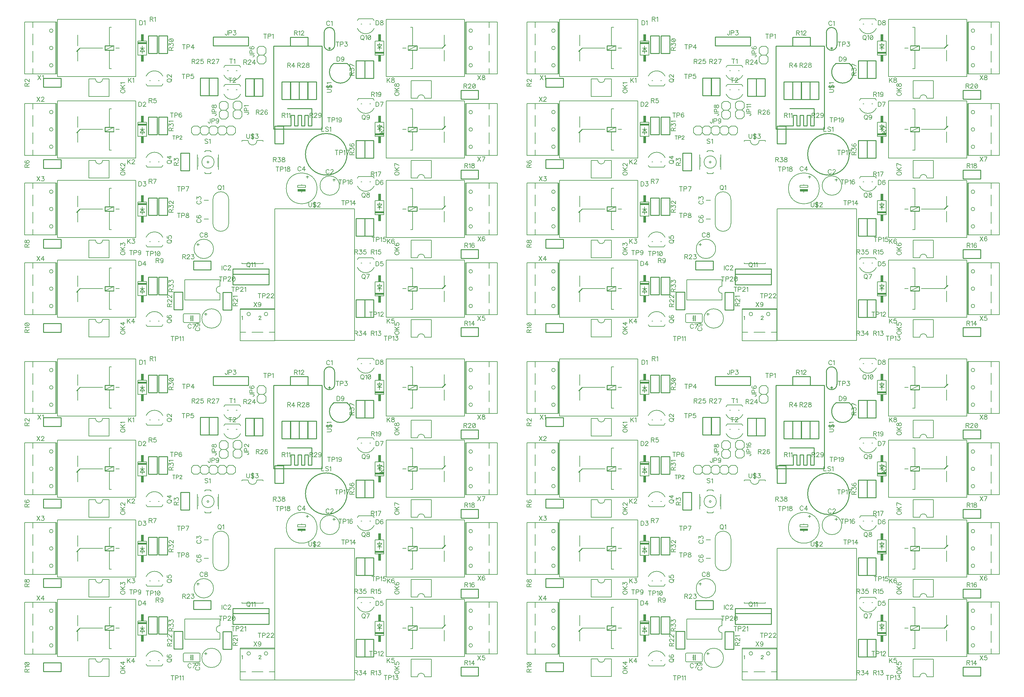
<source format=gbr>
G04 DipTrace 2.4.0.2*
%INTopSilk.gbr*%
%MOIN*%
%ADD10C,0.0098*%
%ADD18C,0.006*%
%ADD20C,0.008*%
%ADD23C,0.01*%
%ADD36C,0.005*%
%ADD37C,0.002*%
%ADD93C,0.0077*%
%ADD94C,0.0062*%
%FSLAX44Y44*%
G04*
G70*
G90*
G75*
G01*
%LNTopSilk*%
%LPD*%
X40403Y77501D2*
D10*
Y78900D1*
X39203Y77501D2*
Y78900D1*
X40403D2*
G03X39203Y78900I-600J1D01*
G01*
Y77501D2*
G03X40403Y77501I600J-1D01*
G01*
X39921Y77138D2*
X39685D1*
X39803Y77020D2*
Y77256D1*
X40343Y62324D2*
D18*
Y62174D1*
X40193D2*
X40343D1*
Y62024D1*
Y62174D2*
X40493D1*
X38743Y61524D2*
G02X38743Y61524I1100J0D01*
G01*
X25547Y59850D2*
D20*
X26047D1*
X36654Y61655D2*
D18*
Y61555D1*
X36203D1*
Y61305D1*
X37104D1*
Y61555D1*
X36654D1*
Y60955D2*
Y60755D1*
X37454Y62505D2*
X37154D1*
X37303Y62655D2*
Y62355D1*
X34904Y61205D2*
G02X34904Y61205I1750J0D01*
G01*
G36*
X36203Y61105D2*
X37104D1*
Y60855D1*
X36203D1*
Y61105D1*
G37*
X26047Y57725D2*
D20*
X25547D1*
X23311Y46957D2*
D18*
X25011D1*
Y45957D2*
X23311D1*
X25111Y46857D2*
Y46057D1*
X23211Y46857D2*
Y46057D1*
X25011Y46957D2*
G02X25111Y46857I0J-100D01*
G01*
X23211D2*
G02X23311Y46957I100J0D01*
G01*
X25011Y45957D2*
G03X25111Y46057I0J100D01*
G01*
X23211D2*
G03X23311Y45957I100J0D01*
G01*
X24311Y46457D2*
X24261D1*
D23*
Y46757D1*
Y46457D2*
Y46157D1*
X24061Y46757D2*
Y46457D1*
Y46157D1*
Y46457D2*
D18*
X24012D1*
X24724Y54831D2*
X24874D1*
Y54681D2*
Y54831D1*
X25024D1*
X24874D2*
Y54981D1*
X24424Y54331D2*
G02X24424Y54331I1100J0D01*
G01*
X25606Y46917D2*
X25755D1*
Y46767D2*
Y46917D1*
X25905D1*
X25755D2*
Y47067D1*
X25306Y46417D2*
G02X25306Y46417I1100J0D01*
G01*
X18043Y76365D2*
Y77966D1*
Y76365D2*
X19043D1*
Y77966D2*
Y76365D1*
Y77966D2*
X18043D1*
X18543Y77415D2*
Y77165D1*
X18793Y76766D2*
X18293D1*
X18543Y77165D1*
Y76565D1*
Y77165D2*
X18793Y76766D1*
Y77165D2*
X18543D1*
X18293D1*
G36*
X18043Y77816D2*
X19043D1*
Y77615D1*
X18043D1*
Y77816D1*
G37*
G36*
X18393Y76365D2*
X18693D1*
Y75615D1*
X18393D1*
Y76365D1*
G37*
G36*
Y78715D2*
X18693D1*
Y77966D1*
X18393D1*
Y78715D1*
G37*
X18043Y67113D2*
D18*
Y68714D1*
Y67113D2*
X19043D1*
Y68714D2*
Y67113D1*
Y68714D2*
X18043D1*
X18543Y68163D2*
Y67913D1*
X18793Y67514D2*
X18293D1*
X18543Y67913D1*
Y67313D1*
Y67913D2*
X18793Y67514D1*
Y67913D2*
X18543D1*
X18293D1*
G36*
X18043Y68564D2*
X19043D1*
Y68363D1*
X18043D1*
Y68564D1*
G37*
G36*
X18393Y67113D2*
X18693D1*
Y66364D1*
X18393D1*
Y67113D1*
G37*
G36*
Y69463D2*
X18693D1*
Y68714D1*
X18393D1*
Y69463D1*
G37*
X18043Y58058D2*
D18*
Y59658D1*
Y58058D2*
X19043D1*
Y59658D2*
Y58058D1*
Y59658D2*
X18043D1*
X18543Y59108D2*
Y58858D1*
X18793Y58458D2*
X18293D1*
X18543Y58858D1*
Y58258D1*
Y58858D2*
X18793Y58458D1*
Y58858D2*
X18543D1*
X18293D1*
G36*
X18043Y59508D2*
X19043D1*
Y59308D1*
X18043D1*
Y59508D1*
G37*
G36*
X18393Y58058D2*
X18693D1*
Y57308D1*
X18393D1*
Y58058D1*
G37*
G36*
Y60408D2*
X18693D1*
Y59658D1*
X18393D1*
Y60408D1*
G37*
X18043Y49003D2*
D18*
Y50603D1*
Y49003D2*
X19043D1*
Y50603D2*
Y49003D1*
Y50603D2*
X18043D1*
X18543Y50053D2*
Y49803D1*
X18793Y49403D2*
X18293D1*
X18543Y49803D1*
Y49203D1*
Y49803D2*
X18793Y49403D1*
Y49803D2*
X18543D1*
X18293D1*
G36*
X18043Y50453D2*
X19043D1*
Y50253D1*
X18043D1*
Y50453D1*
G37*
G36*
X18393Y49003D2*
X18693D1*
Y48253D1*
X18393D1*
Y49003D1*
G37*
G36*
Y51353D2*
X18693D1*
Y50603D1*
X18393D1*
Y51353D1*
G37*
X46012Y50572D2*
D18*
Y48971D1*
Y50572D2*
X45012D1*
Y48971D2*
Y50572D1*
Y48971D2*
X46012D1*
X45512Y49522D2*
Y49772D1*
X45262Y50171D2*
X45762D1*
X45512Y49772D1*
Y50372D1*
Y49772D2*
X45262Y50171D1*
Y49772D2*
X45512D1*
X45762D1*
G36*
X46012Y49121D2*
X45012D1*
Y49322D1*
X46012D1*
Y49121D1*
G37*
G36*
X45662Y50572D2*
X45362D1*
Y51322D1*
X45662D1*
Y50572D1*
G37*
G36*
Y48222D2*
X45362D1*
Y48971D1*
X45662D1*
Y48222D1*
G37*
X46012Y59824D2*
D18*
Y58223D1*
Y59824D2*
X45012D1*
Y58223D2*
Y59824D1*
Y58223D2*
X46012D1*
X45512Y58774D2*
Y59024D1*
X45262Y59423D2*
X45762D1*
X45512Y59024D1*
Y59624D1*
Y59024D2*
X45262Y59423D1*
Y59024D2*
X45512D1*
X45762D1*
G36*
X46012Y58373D2*
X45012D1*
Y58574D1*
X46012D1*
Y58373D1*
G37*
G36*
X45662Y59824D2*
X45362D1*
Y60573D1*
X45662D1*
Y59824D1*
G37*
G36*
Y57474D2*
X45362D1*
Y58223D1*
X45662D1*
Y57474D1*
G37*
X46012Y68714D2*
D18*
Y67113D1*
Y68714D2*
X45012D1*
Y67113D2*
Y68714D1*
Y67113D2*
X46012D1*
X45512Y67663D2*
Y67913D1*
X45262Y68313D2*
X45762D1*
X45512Y67913D1*
Y68514D1*
Y67913D2*
X45262Y68313D1*
Y67913D2*
X45512D1*
X45762D1*
G36*
X46012Y67263D2*
X45012D1*
Y67464D1*
X46012D1*
Y67263D1*
G37*
G36*
X45662Y68714D2*
X45362D1*
Y69463D1*
X45662D1*
Y68714D1*
G37*
G36*
Y66364D2*
X45362D1*
Y67113D1*
X45662D1*
Y66364D1*
G37*
X46012Y77966D2*
D18*
Y76365D1*
Y77966D2*
X45012D1*
Y76365D2*
Y77966D1*
Y76365D2*
X46012D1*
X45512Y76915D2*
Y77165D1*
X45262Y77565D2*
X45762D1*
X45512Y77165D1*
Y77766D1*
Y77165D2*
X45262Y77565D1*
Y77165D2*
X45512D1*
X45762D1*
G36*
X46012Y76515D2*
X45012D1*
Y76716D1*
X46012D1*
Y76515D1*
G37*
G36*
X45662Y77966D2*
X45362D1*
Y78715D1*
X45662D1*
Y77966D1*
G37*
G36*
Y75615D2*
X45362D1*
Y76365D1*
X45662D1*
Y75615D1*
G37*
X40314Y75421D2*
D10*
X41812D1*
X40311Y75419D2*
G03X41815Y75419I752J-998D01*
G01*
X23350Y48531D2*
D18*
X27350D1*
Y50831D2*
X23350D1*
Y48531D2*
Y50831D1*
X27350Y48531D2*
Y49281D1*
Y50831D2*
Y50081D1*
Y49281D2*
G02X27350Y50081I0J400D01*
G01*
X29870Y70880D2*
Y70380D1*
X29620Y70130D1*
X29120D1*
X28870Y70380D1*
X29620Y71130D2*
X29120D1*
X29870Y70880D2*
X29620Y71130D1*
X29120D2*
X28870Y70880D1*
Y70380D2*
Y70880D1*
X29620Y70130D2*
X29870Y69880D1*
Y69380D1*
X29620Y69130D1*
X29120D1*
X28870Y69380D1*
Y69880D1*
X29120Y70130D1*
X30586Y77404D2*
D10*
X26586D1*
Y78404D1*
X30586D1*
Y77404D1*
X31580Y75609D2*
D18*
Y76109D1*
X31830Y76359D1*
X32330D1*
X32580Y76109D1*
X31830Y75359D2*
X32330D1*
X31580Y75609D2*
X31830Y75359D1*
X32330D2*
X32580Y75609D1*
Y76109D2*
Y75609D1*
X31830Y76359D2*
X31580Y76609D1*
Y77109D1*
X31830Y77359D1*
X32330D1*
X32580Y77109D1*
Y76609D1*
X32330Y76359D1*
X28295Y70841D2*
Y70341D1*
X28045Y70091D1*
X27545D1*
X27295Y70341D1*
X28045Y71091D2*
X27545D1*
X28295Y70841D2*
X28045Y71091D1*
X27545D2*
X27295Y70841D1*
Y70341D2*
Y70841D1*
X28045Y70091D2*
X28295Y69841D1*
Y69341D1*
X28045Y69091D1*
X27545D1*
X27295Y69341D1*
Y69841D1*
X27545Y70091D1*
X25872Y67295D2*
X25372D1*
X25122Y67545D1*
Y68045D1*
X25372Y68295D1*
X27122Y67545D2*
X26872Y67295D1*
X26372D1*
X26122Y67545D1*
Y68045D1*
X26372Y68295D1*
X26872D1*
X27122Y68045D1*
X25872Y67295D2*
X26122Y67545D1*
Y68045D2*
X25872Y68295D1*
X25372D2*
X25872D1*
X28872Y67295D2*
X28372D1*
X28122Y67545D1*
Y68045D1*
X28372Y68295D1*
X28122Y67545D2*
X27872Y67295D1*
X27372D1*
X27122Y67545D1*
Y68045D1*
X27372Y68295D1*
X27872D1*
X28122Y68045D1*
X29122Y67545D2*
Y68045D1*
X28872Y67295D2*
X29122Y67545D1*
Y68045D2*
X28872Y68295D1*
X28372D2*
X28872D1*
X24872Y67295D2*
X24372D1*
X24122Y67545D1*
Y68045D1*
X24372Y68295D1*
X24872Y67295D2*
X25122Y67545D1*
Y68045D2*
X24872Y68295D1*
X24372D2*
X24872D1*
X17781Y73915D2*
X8881D1*
Y80415D2*
Y73915D1*
Y80415D2*
X17781D1*
Y73915D2*
Y80415D1*
X15031Y74816D2*
X14781D1*
Y76915D1*
D23*
X15281D1*
D18*
Y77416D1*
X14281D2*
D23*
Y76915D1*
X14781D1*
X15281Y77416D2*
X14781D1*
D18*
Y79515D1*
Y77416D2*
D23*
X14281D1*
X14781Y79515D2*
D18*
X15031D1*
X15281Y77416D2*
X14281Y76915D1*
X14032Y77165D2*
X11431D1*
D23*
X11181Y76915D1*
Y75695D2*
D18*
Y76915D1*
Y77416D2*
Y78645D1*
Y76915D2*
D23*
X11051Y76796D1*
X15931Y77165D2*
D18*
X15532D1*
X17781Y64663D2*
X8881D1*
Y71163D2*
Y64663D1*
Y71163D2*
X17781D1*
Y64663D2*
Y71163D1*
X15031Y65564D2*
X14781D1*
Y67663D1*
D23*
X15281D1*
D18*
Y68164D1*
X14281D2*
D23*
Y67663D1*
X14781D1*
X15281Y68164D2*
X14781D1*
D18*
Y70263D1*
Y68164D2*
D23*
X14281D1*
X14781Y70263D2*
D18*
X15031D1*
X15281Y68164D2*
X14281Y67663D1*
X14032Y67913D2*
X11431D1*
D23*
X11181Y67663D1*
Y66443D2*
D18*
Y67663D1*
Y68164D2*
Y69393D1*
Y67663D2*
D23*
X11051Y67544D1*
X15931Y67913D2*
D18*
X15532D1*
X17781Y55608D2*
X8881D1*
Y62108D2*
Y55608D1*
Y62108D2*
X17781D1*
Y55608D2*
Y62108D1*
X15031Y56509D2*
X14781D1*
Y58608D1*
D23*
X15281D1*
D18*
Y59109D1*
X14281D2*
D23*
Y58608D1*
X14781D1*
X15281Y59109D2*
X14781D1*
D18*
Y61208D1*
Y59109D2*
D23*
X14281D1*
X14781Y61208D2*
D18*
X15031D1*
X15281Y59109D2*
X14281Y58608D1*
X14032Y58858D2*
X11431D1*
D23*
X11181Y58608D1*
Y57388D2*
D18*
Y58608D1*
Y59109D2*
Y60338D1*
Y58608D2*
D23*
X11051Y58488D1*
X15931Y58858D2*
D18*
X15532D1*
X17781Y46553D2*
X8881D1*
Y53053D2*
Y46553D1*
Y53053D2*
X17781D1*
Y46553D2*
Y53053D1*
X15031Y47453D2*
X14781D1*
Y49553D1*
D23*
X15281D1*
D18*
Y50053D1*
X14281D2*
D23*
Y49553D1*
X14781D1*
X15281Y50053D2*
X14781D1*
D18*
Y52153D1*
Y50053D2*
D23*
X14281D1*
X14781Y52153D2*
D18*
X15031D1*
X15281Y50053D2*
X14281Y49553D1*
X14032Y49803D2*
X11431D1*
D23*
X11181Y49553D1*
Y48333D2*
D18*
Y49553D1*
Y50053D2*
Y51283D1*
Y49553D2*
D23*
X11051Y49433D1*
X15931Y49803D2*
D18*
X15532D1*
X46274Y53053D2*
X55174D1*
Y46553D2*
Y53053D1*
Y46553D2*
X46274D1*
Y53053D2*
Y46553D1*
X49024Y52153D2*
X49274D1*
Y50053D1*
D23*
X48774D1*
D18*
Y49553D1*
X49774D2*
D23*
Y50053D1*
X49274D1*
X48774Y49553D2*
X49274D1*
D18*
Y47453D1*
Y49553D2*
D23*
X49774D1*
X49274Y47453D2*
D18*
X49024D1*
X48774Y49553D2*
X49774Y50053D1*
X50023Y49803D2*
X52624D1*
D23*
X52874Y50053D1*
Y51273D2*
D18*
Y50053D1*
Y49553D2*
Y48323D1*
Y50053D2*
D23*
X53004Y50173D1*
X48124Y49803D2*
D18*
X48524D1*
X46274Y62108D2*
X55174D1*
Y55608D2*
Y62108D1*
Y55608D2*
X46274D1*
Y62108D2*
Y55608D1*
X49024Y61208D2*
X49274D1*
Y59109D1*
D23*
X48774D1*
D18*
Y58608D1*
X49774D2*
D23*
Y59109D1*
X49274D1*
X48774Y58608D2*
X49274D1*
D18*
Y56509D1*
Y58608D2*
D23*
X49774D1*
X49274Y56509D2*
D18*
X49024D1*
X48774Y58608D2*
X49774Y59109D1*
X50023Y58858D2*
X52624D1*
D23*
X52874Y59109D1*
Y60329D2*
D18*
Y59109D1*
Y58608D2*
Y57378D1*
Y59109D2*
D23*
X53004Y59228D1*
X48124Y58858D2*
D18*
X48524D1*
X46274Y71163D2*
X55174D1*
Y64663D2*
Y71163D1*
Y64663D2*
X46274D1*
Y71163D2*
Y64663D1*
X49024Y70263D2*
X49274D1*
Y68164D1*
D23*
X48774D1*
D18*
Y67663D1*
X49774D2*
D23*
Y68164D1*
X49274D1*
X48774Y67663D2*
X49274D1*
D18*
Y65564D1*
Y67663D2*
D23*
X49774D1*
X49274Y65564D2*
D18*
X49024D1*
X48774Y67663D2*
X49774Y68164D1*
X50023Y67913D2*
X52624D1*
D23*
X52874Y68164D1*
Y69384D2*
D18*
Y68164D1*
Y67663D2*
Y66433D1*
Y68164D2*
D23*
X53004Y68283D1*
X48124Y67913D2*
D18*
X48524D1*
X46274Y80415D2*
X55174D1*
Y73915D2*
Y80415D1*
Y73915D2*
X46274D1*
Y80415D2*
Y73915D1*
X49024Y79515D2*
X49274D1*
Y77416D1*
D23*
X48774D1*
D18*
Y76915D1*
X49774D2*
D23*
Y77416D1*
X49274D1*
X48774Y76915D2*
X49274D1*
D18*
Y74816D1*
Y76915D2*
D23*
X49774D1*
X49274Y74816D2*
D18*
X49024D1*
X48774Y76915D2*
X49774Y77416D1*
X50023Y77165D2*
X52624D1*
D23*
X52874Y77416D1*
Y78636D2*
D18*
Y77416D1*
Y76915D2*
Y75685D1*
Y77416D2*
D23*
X53004Y77535D1*
X48124Y77165D2*
D18*
X48524D1*
X37087Y65079D2*
D10*
G02X37087Y65079I2362J0D01*
G01*
X14772Y71638D2*
D18*
Y73638D1*
X12472D2*
Y71638D1*
X14772D2*
X12472D1*
X14772Y73638D2*
X14022D1*
X12472D2*
X13222D1*
X14022D2*
G02X13222Y73638I-400J0D01*
G01*
X14772Y62386D2*
Y64386D1*
X12472D2*
Y62386D1*
X14772D2*
X12472D1*
X14772Y64386D2*
X14022D1*
X12472D2*
X13222D1*
X14022D2*
G02X13222Y64386I-400J0D01*
G01*
X14772Y53331D2*
Y55331D1*
X12472D2*
Y53331D1*
X14772D2*
X12472D1*
X14772Y55331D2*
X14022D1*
X12472D2*
X13222D1*
X14022D2*
G02X13222Y55331I-400J0D01*
G01*
X14772Y44315D2*
Y46315D1*
X12472D2*
Y44315D1*
X14772D2*
X12472D1*
X14772Y46315D2*
X14022D1*
X12472D2*
X13222D1*
X14022D2*
G02X13222Y46315I-400J0D01*
G01*
X49086Y46276D2*
Y44276D1*
X51386D2*
Y46276D1*
X49086D2*
X51386D1*
X49086Y44276D2*
X49836D1*
X51386D2*
X50636D1*
X49836D2*
G02X50636Y44276I400J0D01*
G01*
X49086Y55331D2*
Y53331D1*
X51386D2*
Y55331D1*
X49086D2*
X51386D1*
X49086Y53331D2*
X49836D1*
X51386D2*
X50636D1*
X49836D2*
G02X50636Y53331I400J0D01*
G01*
X49086Y64386D2*
Y62386D1*
X51386D2*
Y64386D1*
X49086D2*
X51386D1*
X49086Y62386D2*
X49836D1*
X51386D2*
X50636D1*
X49836D2*
G02X50636Y62386I400J0D01*
G01*
X49086Y73441D2*
Y71441D1*
X51386D2*
Y73441D1*
X49086D2*
X51386D1*
X49086Y71441D2*
X49836D1*
X51386D2*
X50636D1*
X49836D2*
G02X50636Y71441I400J0D01*
G01*
X28362Y57224D2*
D20*
Y59924D1*
X26562D2*
Y57224D1*
Y59924D2*
G02X28362Y59924I900J0D01*
G01*
X26562Y57224D2*
G03X28362Y57224I900J0D01*
G01*
X19096Y72866D2*
D36*
X20746D1*
X18971Y73963D2*
G02X20871Y73963I950J-447D01*
G01*
X18971Y73069D2*
G03X19096Y72866I942J443D01*
G01*
X19474Y73466D2*
X19369D1*
X20474D2*
X20369D1*
X20746Y72866D2*
G03X20876Y73078I-815J644D01*
G01*
X19096Y63614D2*
X20746D1*
X18971Y64711D2*
G02X20871Y64711I950J-447D01*
G01*
X18971Y63817D2*
G03X19096Y63614I942J443D01*
G01*
X19474Y64214D2*
X19369D1*
X20474D2*
X20369D1*
X20746Y63614D2*
G03X20876Y63826I-815J644D01*
G01*
X19096Y54559D2*
X20746D1*
X18971Y55656D2*
G02X20871Y55656I950J-447D01*
G01*
X18971Y54761D2*
G03X19096Y54559I942J443D01*
G01*
X19474Y55159D2*
X19369D1*
X20474D2*
X20369D1*
X20746Y54559D2*
G03X20876Y54771I-815J644D01*
G01*
X19096Y45504D2*
X20746D1*
X18971Y46601D2*
G02X20871Y46601I950J-447D01*
G01*
X18971Y45706D2*
G03X19096Y45504I942J443D01*
G01*
X19474Y46103D2*
X19369D1*
X20474D2*
X20369D1*
X20746Y45504D2*
G03X20876Y45716I-815J644D01*
G01*
X44762Y53315D2*
X43112D1*
X44887Y52218D2*
G02X42987Y52218I-950J447D01*
G01*
X44887Y53113D2*
G03X44762Y53315I-942J-443D01*
G01*
X44384Y52715D2*
X44490D1*
X43384D2*
X43490D1*
X43112Y53315D2*
G03X42982Y53103I815J-644D01*
G01*
X44762Y62567D2*
X43112D1*
X44887Y61470D2*
G02X42987Y61470I-950J447D01*
G01*
X44887Y62365D2*
G03X44762Y62567I-942J-443D01*
G01*
X44384Y61967D2*
X44490D1*
X43384D2*
X43490D1*
X43112Y62567D2*
G03X42982Y62355I815J-644D01*
G01*
X44762Y71426D2*
X43112D1*
X44887Y70328D2*
G02X42987Y70328I-950J447D01*
G01*
X44887Y71223D2*
G03X44762Y71426I-942J-443D01*
G01*
X44384Y70826D2*
X44490D1*
X43384D2*
X43490D1*
X43112Y71426D2*
G03X42982Y71213I815J-644D01*
G01*
X44762Y80481D2*
X43112D1*
X44887Y79384D2*
G02X42987Y79384I-950J447D01*
G01*
X44887Y80278D2*
G03X44762Y80481I-942J-443D01*
G01*
X44384Y79881D2*
X44490D1*
X43384D2*
X43490D1*
X43112Y80481D2*
G03X42982Y80268I815J-644D01*
G01*
X28835Y51456D2*
D10*
X32929D1*
X28835Y52047D2*
X32929D1*
X28835Y50236D2*
X32929D1*
X28835D2*
Y52047D1*
X32929Y50236D2*
Y52047D1*
X19224Y76561D2*
Y78557D1*
X20224D2*
X19224D1*
X20224Y76561D2*
Y78557D1*
Y76561D2*
X19224D1*
X7309Y73728D2*
X9305D1*
Y72728D2*
Y73728D1*
X7309Y72728D2*
X9305D1*
X7309D2*
Y73728D1*
X22886Y63222D2*
Y65219D1*
X23886D2*
X22886D1*
X23886Y63222D2*
Y65219D1*
Y63222D2*
X22886D1*
X35366Y71329D2*
Y73325D1*
X36366D2*
X35366D1*
X36366Y71329D2*
Y73325D1*
Y71329D2*
X35366D1*
X19224Y67309D2*
Y69305D1*
X20224D2*
X19224D1*
X20224Y67309D2*
Y69305D1*
Y67309D2*
X19224D1*
X7309Y64476D2*
X9305D1*
Y63476D2*
Y64476D1*
X7309Y63476D2*
X9305D1*
X7309D2*
Y64476D1*
X19224Y58136D2*
Y60132D1*
X20224D2*
X19224D1*
X20224Y58136D2*
Y60132D1*
Y58136D2*
X19224D1*
X7309Y55421D2*
X9305D1*
Y54421D2*
Y55421D1*
X7309Y54421D2*
X9305D1*
X7309D2*
Y55421D1*
X19224Y49120D2*
Y51116D1*
X20224D2*
X19224D1*
X20224Y49120D2*
Y51116D1*
Y49120D2*
X19224D1*
X7309Y45866D2*
X9305D1*
Y44866D2*
Y45866D1*
X7309Y44866D2*
X9305D1*
X7309D2*
Y45866D1*
X35382Y73325D2*
Y71329D1*
X34382D2*
X35382D1*
X34382Y73325D2*
Y71329D1*
Y73325D2*
X35382D1*
X37368Y77390D2*
X35372D1*
Y78390D2*
Y77390D1*
X37368Y78390D2*
X35372D1*
X37368D2*
Y77390D1*
X44831Y48538D2*
Y46541D1*
X43831D2*
X44831D1*
X43831Y48538D2*
Y46541D1*
Y48538D2*
X44831D1*
X56746Y44382D2*
X54750D1*
Y45382D2*
Y44382D1*
X56746Y45382D2*
X54750D1*
X56746D2*
Y44382D1*
X44831Y57790D2*
Y55793D1*
X43831D2*
X44831D1*
X43831Y57790D2*
Y55793D1*
Y57790D2*
X44831D1*
X56746Y53240D2*
X54750D1*
Y54240D2*
Y53240D1*
X56746Y54240D2*
X54750D1*
X56746D2*
Y53240D1*
X44831Y66648D2*
Y64651D1*
X43831D2*
X44831D1*
X43831Y66648D2*
Y64651D1*
Y66648D2*
X44831D1*
X56746Y62295D2*
X54750D1*
Y63295D2*
Y62295D1*
X56746Y63295D2*
X54750D1*
X56746D2*
Y62295D1*
X44831Y75703D2*
Y73707D1*
X43831D2*
X44831D1*
X43831Y75703D2*
Y73707D1*
Y75703D2*
X44831D1*
X56746Y71350D2*
X54750D1*
Y72350D2*
Y71350D1*
X56746Y72350D2*
X54750D1*
X56746D2*
Y71350D1*
X27689Y47396D2*
Y49392D1*
X28689D2*
X27689D1*
X28689Y47396D2*
Y49392D1*
Y47396D2*
X27689D1*
X23122Y49419D2*
Y47423D1*
X22122D2*
X23122D1*
X22122Y49419D2*
Y47423D1*
Y49419D2*
X23122D1*
X26345Y51941D2*
X24348D1*
Y52941D2*
Y51941D1*
X26345Y52941D2*
X24348D1*
X26345D2*
Y51941D1*
X30248Y71679D2*
Y73675D1*
X31248D2*
X30248D1*
X31248Y71679D2*
Y73675D1*
Y71679D2*
X30248D1*
X25130Y71758D2*
Y73754D1*
X26130D2*
X25130D1*
X26130Y71758D2*
Y73754D1*
Y71758D2*
X25130D1*
X31232Y71679D2*
Y73675D1*
X32232D2*
X31232D1*
X32232Y71679D2*
Y73675D1*
Y71679D2*
X31232D1*
X26114Y71758D2*
Y73754D1*
X27114D2*
X26114D1*
X27114Y71758D2*
Y73754D1*
Y71758D2*
X26114D1*
X36350Y71328D2*
Y73325D1*
X37350D2*
X36350D1*
X37350Y71328D2*
Y73325D1*
Y71328D2*
X36350D1*
X37335Y71329D2*
Y73325D1*
X38335D2*
X37335D1*
X38335Y71329D2*
Y73325D1*
Y71329D2*
X37335D1*
X20406Y76561D2*
Y78557D1*
X21406D2*
X20406D1*
X21406Y76561D2*
Y78557D1*
Y76561D2*
X20406D1*
Y67309D2*
Y69305D1*
X21406D2*
X20406D1*
X21406Y67309D2*
Y69305D1*
Y67309D2*
X20406D1*
Y58136D2*
Y60132D1*
X21406D2*
X20406D1*
X21406Y58136D2*
Y60132D1*
Y58136D2*
X20406D1*
Y49120D2*
Y51116D1*
X21406D2*
X20406D1*
X21406Y49120D2*
Y51116D1*
Y49120D2*
X20406D1*
X42846Y46541D2*
Y48538D1*
X43846D2*
X42846D1*
X43846Y46541D2*
Y48538D1*
Y46541D2*
X42846D1*
Y55793D2*
Y57790D1*
X43846D2*
X42846D1*
X43846Y55793D2*
Y57790D1*
Y55793D2*
X42846D1*
Y64651D2*
Y66648D1*
X43846D2*
X42846D1*
X43846Y64651D2*
Y66648D1*
Y64651D2*
X42846D1*
Y73707D2*
Y75703D1*
X43846D2*
X42846D1*
X43846Y73707D2*
Y75703D1*
Y73707D2*
X42846D1*
X34594Y68274D2*
Y66277D1*
X33594D2*
X34594D1*
X33594Y68274D2*
Y66277D1*
Y68274D2*
X34594D1*
X25703Y62897D2*
D18*
Y62997D1*
Y62897D2*
X26303D1*
Y62997D2*
Y62897D1*
Y65497D2*
Y65397D1*
Y65497D2*
X25703D1*
Y65397D2*
Y65497D1*
X27203Y64697D2*
D37*
X27104D1*
Y63697D2*
Y64697D1*
Y63697D2*
X27203D1*
X24903Y63747D2*
Y64697D1*
Y63747D2*
X24803D1*
X24903Y64697D2*
X24803D1*
Y65047D2*
D18*
Y64697D1*
X27203Y63347D2*
Y63697D1*
Y64697D1*
Y65047D1*
X24803Y64697D2*
Y63747D1*
Y63347D1*
X25703Y62997D2*
X25604D1*
X26303D2*
X26403D1*
X25703Y65397D2*
X25604D1*
X26303D2*
X26403D1*
X25303Y64197D2*
G02X25303Y64197I700J0D01*
G01*
X25903D2*
G02X25903Y64197I100J0D01*
G01*
X29589Y75178D2*
D36*
X27939D1*
X29714Y74080D2*
G02X27814Y74080I-950J447D01*
G01*
X29714Y74975D2*
G03X29589Y75178I-942J-443D01*
G01*
X29211Y74578D2*
X29316D1*
X28211D2*
X28316D1*
X27939Y75178D2*
G03X27809Y74965I815J-644D01*
G01*
X29589Y73012D2*
X27939D1*
X29714Y71915D2*
G02X27814Y71915I-950J447D01*
G01*
X29714Y72809D2*
G03X29589Y73012I-942J-443D01*
G01*
X29211Y72412D2*
X29316D1*
X28211D2*
X28316D1*
X27939Y73012D2*
G03X27809Y72800I815J-644D01*
G01*
X30567Y66642D2*
D20*
X29867D1*
X30567D2*
G03X31567Y66642I500J0D01*
G01*
X29867Y52642D2*
X32267D1*
Y66642D2*
X31567D1*
X32267D2*
Y66542D1*
X29867Y66642D2*
Y66542D1*
Y52642D2*
Y52741D1*
X32267Y52642D2*
Y52741D1*
X38976Y67939D2*
D10*
X33465D1*
Y77388D1*
X38976D1*
Y67939D1*
X35039Y70302D2*
X37795D1*
Y68333D1*
X37402D1*
Y69514D1*
X37008D1*
Y68333D1*
X36614D1*
Y69514D1*
X36220D1*
Y68333D1*
X35827D1*
Y69514D1*
X35433D1*
Y68333D1*
X33858D1*
X42650Y43909D2*
D36*
X33594D1*
Y58870D1*
X42650D1*
Y43909D1*
X5165Y80114D2*
D18*
Y74214D1*
X8785D2*
X8705D1*
X8785D2*
Y80114D1*
X5165D2*
X6105D1*
Y79484D1*
Y78784D2*
Y77514D1*
Y76814D2*
Y75544D1*
Y74844D2*
Y74214D1*
Y80114D2*
X8705D1*
X6105Y74214D2*
X5165D1*
X8705D2*
Y80114D1*
Y74214D2*
X6105D1*
X8705Y80114D2*
X8785D1*
X7985Y79134D2*
G02X7985Y79134I200J0D01*
G01*
Y75194D2*
G02X7985Y75194I200J0D01*
G01*
Y77164D2*
G02X7985Y77164I200J0D01*
G01*
X5165Y70862D2*
Y64962D1*
X8785D2*
X8705D1*
X8785D2*
Y70862D1*
X5165D2*
X6105D1*
Y70232D1*
Y69532D2*
Y68262D1*
Y67562D2*
Y66292D1*
Y65592D2*
Y64962D1*
Y70862D2*
X8705D1*
X6105Y64962D2*
X5165D1*
X8705D2*
Y70862D1*
Y64962D2*
X6105D1*
X8705Y70862D2*
X8785D1*
X7985Y69882D2*
G02X7985Y69882I200J0D01*
G01*
Y65942D2*
G02X7985Y65942I200J0D01*
G01*
Y67912D2*
G02X7985Y67912I200J0D01*
G01*
X5165Y61807D2*
Y55907D1*
X8785D2*
X8705D1*
X8785D2*
Y61807D1*
X5165D2*
X6105D1*
Y61177D1*
Y60477D2*
Y59207D1*
Y58507D2*
Y57237D1*
Y56537D2*
Y55907D1*
Y61807D2*
X8705D1*
X6105Y55907D2*
X5165D1*
X8705D2*
Y61807D1*
Y55907D2*
X6105D1*
X8705Y61807D2*
X8785D1*
X7985Y60827D2*
G02X7985Y60827I200J0D01*
G01*
Y56887D2*
G02X7985Y56887I200J0D01*
G01*
Y58857D2*
G02X7985Y58857I200J0D01*
G01*
X5165Y52752D2*
Y46852D1*
X8785D2*
X8705D1*
X8785D2*
Y52752D1*
X5165D2*
X6105D1*
Y52121D1*
Y51422D2*
Y50151D1*
Y49452D2*
Y48181D1*
Y47482D2*
Y46852D1*
Y52752D2*
X8705D1*
X6105Y46852D2*
X5165D1*
X8705D2*
Y52752D1*
Y46852D2*
X6105D1*
X8705Y52752D2*
X8785D1*
X7985Y51772D2*
G02X7985Y51772I200J0D01*
G01*
Y47832D2*
G02X7985Y47832I200J0D01*
G01*
Y49802D2*
G02X7985Y49802I200J0D01*
G01*
X58890Y46855D2*
Y52755D1*
X55270D2*
X55350D1*
X55270D2*
Y46855D1*
X58890D2*
X57950D1*
Y47485D1*
Y48185D2*
Y49455D1*
Y50155D2*
Y51425D1*
Y52125D2*
Y52755D1*
Y46855D2*
X55350D1*
X57950Y52755D2*
X58890D1*
X55350D2*
Y46855D1*
Y52755D2*
X57950D1*
X55350Y46855D2*
X55270D1*
X55670Y47835D2*
G02X55670Y47835I200J0D01*
G01*
Y51775D2*
G02X55670Y51775I200J0D01*
G01*
Y49805D2*
G02X55670Y49805I200J0D01*
G01*
X58890Y55904D2*
Y61804D1*
X55270D2*
X55350D1*
X55270D2*
Y55904D1*
X58890D2*
X57950D1*
Y56534D1*
Y57234D2*
Y58504D1*
Y59204D2*
Y60474D1*
Y61174D2*
Y61804D1*
Y55904D2*
X55350D1*
X57950Y61804D2*
X58890D1*
X55350D2*
Y55904D1*
Y61804D2*
X57950D1*
X55350Y55904D2*
X55270D1*
X55670Y56884D2*
G02X55670Y56884I200J0D01*
G01*
Y60824D2*
G02X55670Y60824I200J0D01*
G01*
Y58854D2*
G02X55670Y58854I200J0D01*
G01*
X58890Y64954D2*
Y70854D1*
X55270D2*
X55350D1*
X55270D2*
Y64954D1*
X58890D2*
X57950D1*
Y65584D1*
Y66284D2*
Y67554D1*
Y68254D2*
Y69524D1*
Y70224D2*
Y70854D1*
Y64954D2*
X55350D1*
X57950Y70854D2*
X58890D1*
X55350D2*
Y64954D1*
Y70854D2*
X57950D1*
X55350Y64954D2*
X55270D1*
X55670Y65934D2*
G02X55670Y65934I200J0D01*
G01*
Y69874D2*
G02X55670Y69874I200J0D01*
G01*
Y67904D2*
G02X55670Y67904I200J0D01*
G01*
X58890Y74217D2*
Y80117D1*
X55270D2*
X55350D1*
X55270D2*
Y74217D1*
X58890D2*
X57950D1*
Y74847D1*
Y75547D2*
Y76817D1*
Y77517D2*
Y78787D1*
Y79487D2*
Y80117D1*
Y74217D2*
X55350D1*
X57950Y80117D2*
X58890D1*
X55350D2*
Y74217D1*
Y80117D2*
X57950D1*
X55350Y74217D2*
X55270D1*
X55670Y75197D2*
G02X55670Y75197I200J0D01*
G01*
Y79137D2*
G02X55670Y79137I200J0D01*
G01*
Y77167D2*
G02X55670Y77167I200J0D01*
G01*
X29650Y43901D2*
X33580D1*
Y47521D2*
Y47441D1*
Y47521D2*
X29650D1*
Y43901D2*
Y44841D1*
X30280D1*
X30980D2*
X32250D1*
X32950D2*
X33580D1*
X29650D2*
Y47441D1*
X33580Y44841D2*
Y43901D1*
X29650Y47441D2*
X33580D1*
X29650D2*
Y47521D1*
X33580Y47441D2*
Y44841D1*
X30430Y46921D2*
G02X30430Y46921I200J0D01*
G01*
X32400D2*
G02X32400Y46921I200J0D01*
G01*
X40403Y38919D2*
D10*
Y40318D1*
X39203Y38919D2*
Y40318D1*
X40403D2*
G03X39203Y40318I-600J1D01*
G01*
Y38919D2*
G03X40403Y38919I600J-1D01*
G01*
X39921Y38555D2*
X39685D1*
X39803Y38437D2*
Y38673D1*
X40343Y23741D2*
D18*
Y23591D1*
X40193D2*
X40343D1*
Y23441D1*
Y23591D2*
X40493D1*
X38743Y22941D2*
G02X38743Y22941I1100J0D01*
G01*
X25547Y21267D2*
D20*
X26047D1*
X36654Y23072D2*
D18*
Y22972D1*
X36203D1*
Y22722D1*
X37104D1*
Y22972D1*
X36654D1*
Y22372D2*
Y22172D1*
X37454Y23922D2*
X37154D1*
X37303Y24072D2*
Y23772D1*
X34904Y22622D2*
G02X34904Y22622I1750J0D01*
G01*
G36*
X36203Y22522D2*
X37104D1*
Y22272D1*
X36203D1*
Y22522D1*
G37*
X26047Y19142D2*
D20*
X25547D1*
X23311Y8374D2*
D18*
X25011D1*
Y7374D2*
X23311D1*
X25111Y8274D2*
Y7474D1*
X23211Y8274D2*
Y7474D1*
X25011Y8374D2*
G02X25111Y8274I0J-100D01*
G01*
X23211D2*
G02X23311Y8374I100J0D01*
G01*
X25011Y7374D2*
G03X25111Y7474I0J100D01*
G01*
X23211D2*
G03X23311Y7374I100J0D01*
G01*
X24311Y7874D2*
X24261D1*
D23*
Y8174D1*
Y7874D2*
Y7574D1*
X24061Y8174D2*
Y7874D1*
Y7574D1*
Y7874D2*
D18*
X24012D1*
X24724Y16248D2*
X24874D1*
Y16098D2*
Y16248D1*
X25024D1*
X24874D2*
Y16398D1*
X24424Y15748D2*
G02X24424Y15748I1100J0D01*
G01*
X25606Y8335D2*
X25755D1*
Y8185D2*
Y8335D1*
X25905D1*
X25755D2*
Y8485D1*
X25306Y7835D2*
G02X25306Y7835I1100J0D01*
G01*
X18043Y37783D2*
Y39383D1*
Y37783D2*
X19043D1*
Y39383D2*
Y37783D1*
Y39383D2*
X18043D1*
X18543Y38833D2*
Y38583D1*
X18793Y38183D2*
X18293D1*
X18543Y38583D1*
Y37982D1*
Y38583D2*
X18793Y38183D1*
Y38583D2*
X18543D1*
X18293D1*
G36*
X18043Y39233D2*
X19043D1*
Y39032D1*
X18043D1*
Y39233D1*
G37*
G36*
X18393Y37783D2*
X18693D1*
Y37033D1*
X18393D1*
Y37783D1*
G37*
G36*
Y40133D2*
X18693D1*
Y39383D1*
X18393D1*
Y40133D1*
G37*
X18043Y28531D2*
D18*
Y30131D1*
Y28531D2*
X19043D1*
Y30131D2*
Y28531D1*
Y30131D2*
X18043D1*
X18543Y29581D2*
Y29331D1*
X18793Y28931D2*
X18293D1*
X18543Y29331D1*
Y28730D1*
Y29331D2*
X18793Y28931D1*
Y29331D2*
X18543D1*
X18293D1*
G36*
X18043Y29981D2*
X19043D1*
Y29781D1*
X18043D1*
Y29981D1*
G37*
G36*
X18393Y28531D2*
X18693D1*
Y27781D1*
X18393D1*
Y28531D1*
G37*
G36*
Y30881D2*
X18693D1*
Y30131D1*
X18393D1*
Y30881D1*
G37*
X18043Y19475D2*
D18*
Y21076D1*
Y19475D2*
X19043D1*
Y21076D2*
Y19475D1*
Y21076D2*
X18043D1*
X18543Y20525D2*
Y20276D1*
X18793Y19876D2*
X18293D1*
X18543Y20276D1*
Y19675D1*
Y20276D2*
X18793Y19876D1*
Y20276D2*
X18543D1*
X18293D1*
G36*
X18043Y20926D2*
X19043D1*
Y20725D1*
X18043D1*
Y20926D1*
G37*
G36*
X18393Y19475D2*
X18693D1*
Y18726D1*
X18393D1*
Y19475D1*
G37*
G36*
Y21825D2*
X18693D1*
Y21076D1*
X18393D1*
Y21825D1*
G37*
X18043Y10420D2*
D18*
Y12021D1*
Y10420D2*
X19043D1*
Y12021D2*
Y10420D1*
Y12021D2*
X18043D1*
X18543Y11470D2*
Y11220D1*
X18793Y10821D2*
X18293D1*
X18543Y11220D1*
Y10620D1*
Y11220D2*
X18793Y10821D1*
Y11220D2*
X18543D1*
X18293D1*
G36*
X18043Y11871D2*
X19043D1*
Y11670D1*
X18043D1*
Y11871D1*
G37*
G36*
X18393Y10420D2*
X18693D1*
Y9671D1*
X18393D1*
Y10420D1*
G37*
G36*
Y12770D2*
X18693D1*
Y12021D1*
X18393D1*
Y12770D1*
G37*
X46012Y11989D2*
D18*
Y10389D1*
Y11989D2*
X45012D1*
Y10389D2*
Y11989D1*
Y10389D2*
X46012D1*
X45512Y10939D2*
Y11189D1*
X45262Y11589D2*
X45762D1*
X45512Y11189D1*
Y11789D1*
Y11189D2*
X45262Y11589D1*
Y11189D2*
X45512D1*
X45762D1*
G36*
X46012Y10539D2*
X45012D1*
Y10739D1*
X46012D1*
Y10539D1*
G37*
G36*
X45662Y11989D2*
X45362D1*
Y12739D1*
X45662D1*
Y11989D1*
G37*
G36*
Y9639D2*
X45362D1*
Y10389D1*
X45662D1*
Y9639D1*
G37*
X46012Y21241D2*
D18*
Y19641D1*
Y21241D2*
X45012D1*
Y19641D2*
Y21241D1*
Y19641D2*
X46012D1*
X45512Y20191D2*
Y20441D1*
X45262Y20841D2*
X45762D1*
X45512Y20441D1*
Y21041D1*
Y20441D2*
X45262Y20841D1*
Y20441D2*
X45512D1*
X45762D1*
G36*
X46012Y19791D2*
X45012D1*
Y19991D1*
X46012D1*
Y19791D1*
G37*
G36*
X45662Y21241D2*
X45362D1*
Y21991D1*
X45662D1*
Y21241D1*
G37*
G36*
Y18891D2*
X45362D1*
Y19641D1*
X45662D1*
Y18891D1*
G37*
X46012Y30131D2*
D18*
Y28531D1*
Y30131D2*
X45012D1*
Y28531D2*
Y30131D1*
Y28531D2*
X46012D1*
X45512Y29081D2*
Y29331D1*
X45262Y29731D2*
X45762D1*
X45512Y29331D1*
Y29931D1*
Y29331D2*
X45262Y29731D1*
Y29331D2*
X45512D1*
X45762D1*
G36*
X46012Y28680D2*
X45012D1*
Y28881D1*
X46012D1*
Y28680D1*
G37*
G36*
X45662Y30131D2*
X45362D1*
Y30881D1*
X45662D1*
Y30131D1*
G37*
G36*
Y27781D2*
X45362D1*
Y28531D1*
X45662D1*
Y27781D1*
G37*
X46012Y39383D2*
D18*
Y37783D1*
Y39383D2*
X45012D1*
Y37783D2*
Y39383D1*
Y37783D2*
X46012D1*
X45512Y38333D2*
Y38583D1*
X45262Y38983D2*
X45762D1*
X45512Y38583D1*
Y39183D1*
Y38583D2*
X45262Y38983D1*
Y38583D2*
X45512D1*
X45762D1*
G36*
X46012Y37932D2*
X45012D1*
Y38133D1*
X46012D1*
Y37932D1*
G37*
G36*
X45662Y39383D2*
X45362D1*
Y40133D1*
X45662D1*
Y39383D1*
G37*
G36*
Y37033D2*
X45362D1*
Y37783D1*
X45662D1*
Y37033D1*
G37*
X40314Y36839D2*
D10*
X41812D1*
X40311Y36836D2*
G03X41815Y36836I752J-998D01*
G01*
X23350Y9948D2*
D18*
X27350D1*
Y12249D2*
X23350D1*
Y9948D2*
Y12249D1*
X27350Y9948D2*
Y10698D1*
Y12249D2*
Y11498D1*
Y10698D2*
G02X27350Y11498I0J400D01*
G01*
X29870Y32297D2*
Y31797D1*
X29620Y31547D1*
X29120D1*
X28870Y31797D1*
X29620Y32547D2*
X29120D1*
X29870Y32297D2*
X29620Y32547D1*
X29120D2*
X28870Y32297D1*
Y31797D2*
Y32297D1*
X29620Y31547D2*
X29870Y31297D1*
Y30797D1*
X29620Y30547D1*
X29120D1*
X28870Y30797D1*
Y31297D1*
X29120Y31547D1*
X30586Y38821D2*
D10*
X26586D1*
Y39821D1*
X30586D1*
Y38821D1*
X31580Y37026D2*
D18*
Y37526D1*
X31830Y37776D1*
X32330D1*
X32580Y37526D1*
X31830Y36776D2*
X32330D1*
X31580Y37026D2*
X31830Y36776D1*
X32330D2*
X32580Y37026D1*
Y37526D2*
Y37026D1*
X31830Y37776D2*
X31580Y38026D1*
Y38526D1*
X31830Y38776D1*
X32330D1*
X32580Y38526D1*
Y38026D1*
X32330Y37776D1*
X28295Y32258D2*
Y31758D1*
X28045Y31508D1*
X27545D1*
X27295Y31758D1*
X28045Y32508D2*
X27545D1*
X28295Y32258D2*
X28045Y32508D1*
X27545D2*
X27295Y32258D1*
Y31758D2*
Y32258D1*
X28045Y31508D2*
X28295Y31258D1*
Y30758D1*
X28045Y30508D1*
X27545D1*
X27295Y30758D1*
Y31258D1*
X27545Y31508D1*
X25872Y28713D2*
X25372D1*
X25122Y28963D1*
Y29463D1*
X25372Y29713D1*
X27122Y28963D2*
X26872Y28713D1*
X26372D1*
X26122Y28963D1*
Y29463D1*
X26372Y29713D1*
X26872D1*
X27122Y29463D1*
X25872Y28713D2*
X26122Y28963D1*
Y29463D2*
X25872Y29713D1*
X25372D2*
X25872D1*
X28872Y28713D2*
X28372D1*
X28122Y28963D1*
Y29463D1*
X28372Y29713D1*
X28122Y28963D2*
X27872Y28713D1*
X27372D1*
X27122Y28963D1*
Y29463D1*
X27372Y29713D1*
X27872D1*
X28122Y29463D1*
X29122Y28963D2*
Y29463D1*
X28872Y28713D2*
X29122Y28963D1*
Y29463D2*
X28872Y29713D1*
X28372D2*
X28872D1*
X24872Y28713D2*
X24372D1*
X24122Y28963D1*
Y29463D1*
X24372Y29713D1*
X24872Y28713D2*
X25122Y28963D1*
Y29463D2*
X24872Y29713D1*
X24372D2*
X24872D1*
X17781Y35333D2*
X8881D1*
Y41833D2*
Y35333D1*
Y41833D2*
X17781D1*
Y35333D2*
Y41833D1*
X15031Y36233D2*
X14781D1*
Y38332D1*
D23*
X15281D1*
D18*
Y38833D1*
X14281D2*
D23*
Y38332D1*
X14781D1*
X15281Y38833D2*
X14781D1*
D18*
Y40932D1*
Y38833D2*
D23*
X14281D1*
X14781Y40932D2*
D18*
X15031D1*
X15281Y38833D2*
X14281Y38332D1*
X14032Y38583D2*
X11431D1*
D23*
X11181Y38332D1*
Y37112D2*
D18*
Y38332D1*
Y38833D2*
Y40063D1*
Y38332D2*
D23*
X11051Y38213D1*
X15931Y38583D2*
D18*
X15532D1*
X17781Y26081D2*
X8881D1*
Y32581D2*
Y26081D1*
Y32581D2*
X17781D1*
Y26081D2*
Y32581D1*
X15031Y26981D2*
X14781D1*
Y29080D1*
D23*
X15281D1*
D18*
Y29581D1*
X14281D2*
D23*
Y29080D1*
X14781D1*
X15281Y29581D2*
X14781D1*
D18*
Y31680D1*
Y29581D2*
D23*
X14281D1*
X14781Y31680D2*
D18*
X15031D1*
X15281Y29581D2*
X14281Y29080D1*
X14032Y29331D2*
X11431D1*
D23*
X11181Y29080D1*
Y27860D2*
D18*
Y29080D1*
Y29581D2*
Y30811D1*
Y29080D2*
D23*
X11051Y28961D1*
X15931Y29331D2*
D18*
X15532D1*
X17781Y17026D2*
X8881D1*
Y23526D2*
Y17026D1*
Y23526D2*
X17781D1*
Y17026D2*
Y23526D1*
X15031Y17926D2*
X14781D1*
Y20025D1*
D23*
X15281D1*
D18*
Y20526D1*
X14281D2*
D23*
Y20025D1*
X14781D1*
X15281Y20526D2*
X14781D1*
D18*
Y22625D1*
Y20526D2*
D23*
X14281D1*
X14781Y22625D2*
D18*
X15031D1*
X15281Y20526D2*
X14281Y20025D1*
X14032Y20276D2*
X11431D1*
D23*
X11181Y20025D1*
Y18805D2*
D18*
Y20025D1*
Y20526D2*
Y21756D1*
Y20025D2*
D23*
X11051Y19906D1*
X15931Y20276D2*
D18*
X15532D1*
X17781Y7970D2*
X8881D1*
Y14470D2*
Y7970D1*
Y14470D2*
X17781D1*
Y7970D2*
Y14470D1*
X15031Y8871D2*
X14781D1*
Y10970D1*
D23*
X15281D1*
D18*
Y11471D1*
X14281D2*
D23*
Y10970D1*
X14781D1*
X15281Y11471D2*
X14781D1*
D18*
Y13570D1*
Y11471D2*
D23*
X14281D1*
X14781Y13570D2*
D18*
X15031D1*
X15281Y11471D2*
X14281Y10970D1*
X14032Y11220D2*
X11431D1*
D23*
X11181Y10970D1*
Y9750D2*
D18*
Y10970D1*
Y11471D2*
Y12701D1*
Y10970D2*
D23*
X11051Y10851D1*
X15931Y11220D2*
D18*
X15532D1*
X46274Y14470D2*
X55174D1*
Y7970D2*
Y14470D1*
Y7970D2*
X46274D1*
Y14470D2*
Y7970D1*
X49024Y13570D2*
X49274D1*
Y11471D1*
D23*
X48774D1*
D18*
Y10970D1*
X49774D2*
D23*
Y11471D1*
X49274D1*
X48774Y10970D2*
X49274D1*
D18*
Y8871D1*
Y10970D2*
D23*
X49774D1*
X49274Y8871D2*
D18*
X49024D1*
X48774Y10970D2*
X49774Y11471D1*
X50023Y11220D2*
X52624D1*
D23*
X52874Y11471D1*
Y12691D2*
D18*
Y11471D1*
Y10970D2*
Y9740D1*
Y11471D2*
D23*
X53004Y11590D1*
X48124Y11220D2*
D18*
X48524D1*
X46274Y23526D2*
X55174D1*
Y17026D2*
Y23526D1*
Y17026D2*
X46274D1*
Y23526D2*
Y17026D1*
X49024Y22625D2*
X49274D1*
Y20526D1*
D23*
X48774D1*
D18*
Y20025D1*
X49774D2*
D23*
Y20526D1*
X49274D1*
X48774Y20025D2*
X49274D1*
D18*
Y17926D1*
Y20025D2*
D23*
X49774D1*
X49274Y17926D2*
D18*
X49024D1*
X48774Y20025D2*
X49774Y20526D1*
X50023Y20276D2*
X52624D1*
D23*
X52874Y20526D1*
Y21746D2*
D18*
Y20526D1*
Y20025D2*
Y18796D1*
Y20526D2*
D23*
X53004Y20645D1*
X48124Y20276D2*
D18*
X48524D1*
X46274Y32581D2*
X55174D1*
Y26081D2*
Y32581D1*
Y26081D2*
X46274D1*
Y32581D2*
Y26081D1*
X49024Y31680D2*
X49274D1*
Y29581D1*
D23*
X48774D1*
D18*
Y29080D1*
X49774D2*
D23*
Y29581D1*
X49274D1*
X48774Y29080D2*
X49274D1*
D18*
Y26981D1*
Y29080D2*
D23*
X49774D1*
X49274Y26981D2*
D18*
X49024D1*
X48774Y29080D2*
X49774Y29581D1*
X50023Y29331D2*
X52624D1*
D23*
X52874Y29581D1*
Y30801D2*
D18*
Y29581D1*
Y29080D2*
Y27851D1*
Y29581D2*
D23*
X53004Y29701D1*
X48124Y29331D2*
D18*
X48524D1*
X46274Y41833D2*
X55174D1*
Y35333D2*
Y41833D1*
Y35333D2*
X46274D1*
Y41833D2*
Y35333D1*
X49024Y40932D2*
X49274D1*
Y38833D1*
D23*
X48774D1*
D18*
Y38332D1*
X49774D2*
D23*
Y38833D1*
X49274D1*
X48774Y38332D2*
X49274D1*
D18*
Y36233D1*
Y38332D2*
D23*
X49774D1*
X49274Y36233D2*
D18*
X49024D1*
X48774Y38332D2*
X49774Y38833D1*
X50023Y38583D2*
X52624D1*
D23*
X52874Y38833D1*
Y40053D2*
D18*
Y38833D1*
Y38332D2*
Y37103D1*
Y38833D2*
D23*
X53004Y38953D1*
X48124Y38583D2*
D18*
X48524D1*
X37087Y26496D2*
D10*
G02X37087Y26496I2362J0D01*
G01*
X14772Y33055D2*
D18*
Y35055D1*
X12472D2*
Y33055D1*
X14772D2*
X12472D1*
X14772Y35055D2*
X14022D1*
X12472D2*
X13222D1*
X14022D2*
G02X13222Y35055I-400J0D01*
G01*
X14772Y23803D2*
Y25803D1*
X12472D2*
Y23803D1*
X14772D2*
X12472D1*
X14772Y25803D2*
X14022D1*
X12472D2*
X13222D1*
X14022D2*
G02X13222Y25803I-400J0D01*
G01*
X14772Y14748D2*
Y16748D1*
X12472D2*
Y14748D1*
X14772D2*
X12472D1*
X14772Y16748D2*
X14022D1*
X12472D2*
X13222D1*
X14022D2*
G02X13222Y16748I-400J0D01*
G01*
X14772Y5732D2*
Y7732D1*
X12472D2*
Y5732D1*
X14772D2*
X12472D1*
X14772Y7732D2*
X14022D1*
X12472D2*
X13222D1*
X14022D2*
G02X13222Y7732I-400J0D01*
G01*
X49086Y7693D2*
Y5693D1*
X51386D2*
Y7693D1*
X49086D2*
X51386D1*
X49086Y5693D2*
X49836D1*
X51386D2*
X50636D1*
X49836D2*
G02X50636Y5693I400J0D01*
G01*
X49086Y16748D2*
Y14748D1*
X51386D2*
Y16748D1*
X49086D2*
X51386D1*
X49086Y14748D2*
X49836D1*
X51386D2*
X50636D1*
X49836D2*
G02X50636Y14748I400J0D01*
G01*
X49086Y25803D2*
Y23803D1*
X51386D2*
Y25803D1*
X49086D2*
X51386D1*
X49086Y23803D2*
X49836D1*
X51386D2*
X50636D1*
X49836D2*
G02X50636Y23803I400J0D01*
G01*
X49086Y34858D2*
Y32858D1*
X51386D2*
Y34858D1*
X49086D2*
X51386D1*
X49086Y32858D2*
X49836D1*
X51386D2*
X50636D1*
X49836D2*
G02X50636Y32858I400J0D01*
G01*
X28362Y18642D2*
D20*
Y21342D1*
X26562D2*
Y18642D1*
Y21342D2*
G02X28362Y21342I900J0D01*
G01*
X26562Y18642D2*
G03X28362Y18642I900J0D01*
G01*
X19096Y34283D2*
D36*
X20746D1*
X18971Y35380D2*
G02X20871Y35380I950J-447D01*
G01*
X18971Y34486D2*
G03X19096Y34283I942J443D01*
G01*
X19474Y34883D2*
X19369D1*
X20474D2*
X20369D1*
X20746Y34283D2*
G03X20876Y34495I-815J644D01*
G01*
X19096Y25031D2*
X20746D1*
X18971Y26128D2*
G02X20871Y26128I950J-447D01*
G01*
X18971Y25234D2*
G03X19096Y25031I942J443D01*
G01*
X19474Y25631D2*
X19369D1*
X20474D2*
X20369D1*
X20746Y25031D2*
G03X20876Y25243I-815J644D01*
G01*
X19096Y15976D2*
X20746D1*
X18971Y17073D2*
G02X20871Y17073I950J-447D01*
G01*
X18971Y16179D2*
G03X19096Y15976I942J443D01*
G01*
X19474Y16576D2*
X19369D1*
X20474D2*
X20369D1*
X20746Y15976D2*
G03X20876Y16188I-815J644D01*
G01*
X19096Y6921D2*
X20746D1*
X18971Y8018D2*
G02X20871Y8018I950J-447D01*
G01*
X18971Y7124D2*
G03X19096Y6921I942J443D01*
G01*
X19474Y7521D2*
X19369D1*
X20474D2*
X20369D1*
X20746Y6921D2*
G03X20876Y7133I-815J644D01*
G01*
X44762Y14733D2*
X43112D1*
X44887Y13635D2*
G02X42987Y13635I-950J447D01*
G01*
X44887Y14530D2*
G03X44762Y14733I-942J-443D01*
G01*
X44384Y14133D2*
X44490D1*
X43384D2*
X43490D1*
X43112Y14733D2*
G03X42982Y14520I815J-644D01*
G01*
X44762Y23985D2*
X43112D1*
X44887Y22887D2*
G02X42987Y22887I-950J447D01*
G01*
X44887Y23782D2*
G03X44762Y23985I-942J-443D01*
G01*
X44384Y23385D2*
X44490D1*
X43384D2*
X43490D1*
X43112Y23985D2*
G03X42982Y23772I815J-644D01*
G01*
X44762Y32843D2*
X43112D1*
X44887Y31746D2*
G02X42987Y31746I-950J447D01*
G01*
X44887Y32640D2*
G03X44762Y32843I-942J-443D01*
G01*
X44384Y32243D2*
X44490D1*
X43384D2*
X43490D1*
X43112Y32843D2*
G03X42982Y32631I815J-644D01*
G01*
X44762Y41898D2*
X43112D1*
X44887Y40801D2*
G02X42987Y40801I-950J447D01*
G01*
X44887Y41695D2*
G03X44762Y41898I-942J-443D01*
G01*
X44384Y41298D2*
X44490D1*
X43384D2*
X43490D1*
X43112Y41898D2*
G03X42982Y41686I815J-644D01*
G01*
X28835Y12873D2*
D10*
X32929D1*
X28835Y13465D2*
X32929D1*
X28835Y11654D2*
X32929D1*
X28835D2*
Y13465D1*
X32929Y11654D2*
Y13465D1*
X19224Y37978D2*
Y39975D1*
X20224D2*
X19224D1*
X20224Y37978D2*
Y39975D1*
Y37978D2*
X19224D1*
X7309Y35146D2*
X9305D1*
Y34146D2*
Y35146D1*
X7309Y34146D2*
X9305D1*
X7309D2*
Y35146D1*
X22886Y24640D2*
Y26636D1*
X23886D2*
X22886D1*
X23886Y24640D2*
Y26636D1*
Y24640D2*
X22886D1*
X35366Y32746D2*
Y34742D1*
X36366D2*
X35366D1*
X36366Y32746D2*
Y34742D1*
Y32746D2*
X35366D1*
X19224Y28726D2*
Y30723D1*
X20224D2*
X19224D1*
X20224Y28726D2*
Y30723D1*
Y28726D2*
X19224D1*
X7309Y25894D2*
X9305D1*
Y24894D2*
Y25894D1*
X7309Y24894D2*
X9305D1*
X7309D2*
Y25894D1*
X19224Y19553D2*
Y21549D1*
X20224D2*
X19224D1*
X20224Y19553D2*
Y21549D1*
Y19553D2*
X19224D1*
X7309Y16839D2*
X9305D1*
Y15839D2*
Y16839D1*
X7309Y15839D2*
X9305D1*
X7309D2*
Y16839D1*
X19224Y10537D2*
Y12534D1*
X20224D2*
X19224D1*
X20224Y10537D2*
Y12534D1*
Y10537D2*
X19224D1*
X7309Y7283D2*
X9305D1*
Y6283D2*
Y7283D1*
X7309Y6283D2*
X9305D1*
X7309D2*
Y7283D1*
X35382Y34742D2*
Y32746D1*
X34382D2*
X35382D1*
X34382Y34742D2*
Y32746D1*
Y34742D2*
X35382D1*
X37368Y38807D2*
X35372D1*
Y39807D2*
Y38807D1*
X37368Y39807D2*
X35372D1*
X37368D2*
Y38807D1*
X44831Y9955D2*
Y7959D1*
X43831D2*
X44831D1*
X43831Y9955D2*
Y7959D1*
Y9955D2*
X44831D1*
X56746Y5799D2*
X54750D1*
Y6799D2*
Y5799D1*
X56746Y6799D2*
X54750D1*
X56746D2*
Y5799D1*
X44831Y19207D2*
Y17210D1*
X43831D2*
X44831D1*
X43831Y19207D2*
Y17210D1*
Y19207D2*
X44831D1*
X56746Y14657D2*
X54750D1*
Y15657D2*
Y14657D1*
X56746Y15657D2*
X54750D1*
X56746D2*
Y14657D1*
X44831Y28065D2*
Y26069D1*
X43831D2*
X44831D1*
X43831Y28065D2*
Y26069D1*
Y28065D2*
X44831D1*
X56746Y23713D2*
X54750D1*
Y24713D2*
Y23713D1*
X56746Y24713D2*
X54750D1*
X56746D2*
Y23713D1*
X44831Y37120D2*
Y35124D1*
X43831D2*
X44831D1*
X43831Y37120D2*
Y35124D1*
Y37120D2*
X44831D1*
X56746Y32768D2*
X54750D1*
Y33768D2*
Y32768D1*
X56746Y33768D2*
X54750D1*
X56746D2*
Y32768D1*
X27689Y8813D2*
Y10809D1*
X28689D2*
X27689D1*
X28689Y8813D2*
Y10809D1*
Y8813D2*
X27689D1*
X23122Y10837D2*
Y8840D1*
X22122D2*
X23122D1*
X22122Y10837D2*
Y8840D1*
Y10837D2*
X23122D1*
X26345Y13358D2*
X24348D1*
Y14358D2*
Y13358D1*
X26345Y14358D2*
X24348D1*
X26345D2*
Y13358D1*
X30248Y33096D2*
Y35093D1*
X31248D2*
X30248D1*
X31248Y33096D2*
Y35093D1*
Y33096D2*
X30248D1*
X25130Y33175D2*
Y35171D1*
X26130D2*
X25130D1*
X26130Y33175D2*
Y35171D1*
Y33175D2*
X25130D1*
X31232Y33096D2*
Y35093D1*
X32232D2*
X31232D1*
X32232Y33096D2*
Y35093D1*
Y33096D2*
X31232D1*
X26114Y33175D2*
Y35171D1*
X27114D2*
X26114D1*
X27114Y33175D2*
Y35171D1*
Y33175D2*
X26114D1*
X36350Y32746D2*
Y34742D1*
X37350D2*
X36350D1*
X37350Y32746D2*
Y34742D1*
Y32746D2*
X36350D1*
X37335D2*
Y34742D1*
X38335D2*
X37335D1*
X38335Y32746D2*
Y34742D1*
Y32746D2*
X37335D1*
X20406Y37978D2*
Y39975D1*
X21406D2*
X20406D1*
X21406Y37978D2*
Y39975D1*
Y37978D2*
X20406D1*
Y28726D2*
Y30723D1*
X21406D2*
X20406D1*
X21406Y28726D2*
Y30723D1*
Y28726D2*
X20406D1*
Y19553D2*
Y21549D1*
X21406D2*
X20406D1*
X21406Y19553D2*
Y21549D1*
Y19553D2*
X20406D1*
Y10537D2*
Y12534D1*
X21406D2*
X20406D1*
X21406Y10537D2*
Y12534D1*
Y10537D2*
X20406D1*
X42846Y7959D2*
Y9955D1*
X43846D2*
X42846D1*
X43846Y7959D2*
Y9955D1*
Y7959D2*
X42846D1*
Y17210D2*
Y19207D1*
X43846D2*
X42846D1*
X43846Y17210D2*
Y19207D1*
Y17210D2*
X42846D1*
Y26069D2*
Y28065D1*
X43846D2*
X42846D1*
X43846Y26069D2*
Y28065D1*
Y26069D2*
X42846D1*
Y35124D2*
Y37120D1*
X43846D2*
X42846D1*
X43846Y35124D2*
Y37120D1*
Y35124D2*
X42846D1*
X34594Y29691D2*
Y27695D1*
X33594D2*
X34594D1*
X33594Y29691D2*
Y27695D1*
Y29691D2*
X34594D1*
X25703Y24315D2*
D18*
Y24415D1*
Y24315D2*
X26303D1*
Y24415D2*
Y24315D1*
Y26914D2*
Y26814D1*
Y26914D2*
X25703D1*
Y26814D2*
Y26914D1*
X27203Y26114D2*
D37*
X27104D1*
Y25114D2*
Y26114D1*
Y25114D2*
X27203D1*
X24903Y25164D2*
Y26114D1*
Y25164D2*
X24803D1*
X24903Y26114D2*
X24803D1*
Y26465D2*
D18*
Y26114D1*
X27203Y24764D2*
Y25114D1*
Y26114D1*
Y26465D1*
X24803Y26114D2*
Y25164D1*
Y24764D1*
X25703Y24415D2*
X25604D1*
X26303D2*
X26403D1*
X25703Y26814D2*
X25604D1*
X26303D2*
X26403D1*
X25303Y25614D2*
G02X25303Y25614I700J0D01*
G01*
X25903D2*
G02X25903Y25614I100J0D01*
G01*
X29589Y36595D2*
D36*
X27939D1*
X29714Y35498D2*
G02X27814Y35498I-950J447D01*
G01*
X29714Y36392D2*
G03X29589Y36595I-942J-443D01*
G01*
X29211Y35995D2*
X29316D1*
X28211D2*
X28316D1*
X27939Y36595D2*
G03X27809Y36383I815J-644D01*
G01*
X29589Y34430D2*
X27939D1*
X29714Y33332D2*
G02X27814Y33332I-950J447D01*
G01*
X29714Y34227D2*
G03X29589Y34430I-942J-443D01*
G01*
X29211Y33830D2*
X29316D1*
X28211D2*
X28316D1*
X27939Y34430D2*
G03X27809Y34217I815J-644D01*
G01*
X30567Y28059D2*
D20*
X29867D1*
X30567D2*
G03X31567Y28059I500J0D01*
G01*
X29867Y14059D2*
X32267D1*
Y28059D2*
X31567D1*
X32267D2*
Y27960D1*
X29867Y28059D2*
Y27960D1*
Y14059D2*
Y14158D1*
X32267Y14059D2*
Y14158D1*
X38976Y29357D2*
D10*
X33465D1*
Y38806D1*
X38976D1*
Y29357D1*
X35039Y31719D2*
X37795D1*
Y29751D1*
X37402D1*
Y30932D1*
X37008D1*
Y29751D1*
X36614D1*
Y30932D1*
X36220D1*
Y29751D1*
X35827D1*
Y30932D1*
X35433D1*
Y29751D1*
X33858D1*
X42650Y5327D2*
D36*
X33594D1*
Y20287D1*
X42650D1*
Y5327D1*
X5165Y41531D2*
D18*
Y35631D1*
X8785D2*
X8705D1*
X8785D2*
Y41531D1*
X5165D2*
X6105D1*
Y40901D1*
Y40201D2*
Y38931D1*
Y38231D2*
Y36961D1*
Y36261D2*
Y35631D1*
Y41531D2*
X8705D1*
X6105Y35631D2*
X5165D1*
X8705D2*
Y41531D1*
Y35631D2*
X6105D1*
X8705Y41531D2*
X8785D1*
X7985Y40551D2*
G02X7985Y40551I200J0D01*
G01*
Y36611D2*
G02X7985Y36611I200J0D01*
G01*
Y38581D2*
G02X7985Y38581I200J0D01*
G01*
X5165Y32279D2*
Y26379D1*
X8785D2*
X8705D1*
X8785D2*
Y32279D1*
X5165D2*
X6105D1*
Y31649D1*
Y30949D2*
Y29679D1*
Y28979D2*
Y27709D1*
Y27009D2*
Y26379D1*
Y32279D2*
X8705D1*
X6105Y26379D2*
X5165D1*
X8705D2*
Y32279D1*
Y26379D2*
X6105D1*
X8705Y32279D2*
X8785D1*
X7985Y31299D2*
G02X7985Y31299I200J0D01*
G01*
Y27359D2*
G02X7985Y27359I200J0D01*
G01*
Y29329D2*
G02X7985Y29329I200J0D01*
G01*
X5165Y23224D2*
Y17324D1*
X8785D2*
X8705D1*
X8785D2*
Y23224D1*
X5165D2*
X6105D1*
Y22594D1*
Y21894D2*
Y20624D1*
Y19924D2*
Y18654D1*
Y17954D2*
Y17324D1*
Y23224D2*
X8705D1*
X6105Y17324D2*
X5165D1*
X8705D2*
Y23224D1*
Y17324D2*
X6105D1*
X8705Y23224D2*
X8785D1*
X7985Y22244D2*
G02X7985Y22244I200J0D01*
G01*
Y18304D2*
G02X7985Y18304I200J0D01*
G01*
Y20274D2*
G02X7985Y20274I200J0D01*
G01*
X5165Y14169D2*
Y8269D1*
X8785D2*
X8705D1*
X8785D2*
Y14169D1*
X5165D2*
X6105D1*
Y13539D1*
Y12839D2*
Y11569D1*
Y10869D2*
Y9599D1*
Y8899D2*
Y8269D1*
Y14169D2*
X8705D1*
X6105Y8269D2*
X5165D1*
X8705D2*
Y14169D1*
Y8269D2*
X6105D1*
X8705Y14169D2*
X8785D1*
X7985Y13189D2*
G02X7985Y13189I200J0D01*
G01*
Y9249D2*
G02X7985Y9249I200J0D01*
G01*
Y11219D2*
G02X7985Y11219I200J0D01*
G01*
X58890Y8272D2*
Y14172D1*
X55270D2*
X55350D1*
X55270D2*
Y8272D1*
X58890D2*
X57950D1*
Y8902D1*
Y9602D2*
Y10872D1*
Y11572D2*
Y12842D1*
Y13542D2*
Y14172D1*
Y8272D2*
X55350D1*
X57950Y14172D2*
X58890D1*
X55350D2*
Y8272D1*
Y14172D2*
X57950D1*
X55350Y8272D2*
X55270D1*
X55670Y9252D2*
G02X55670Y9252I200J0D01*
G01*
Y13192D2*
G02X55670Y13192I200J0D01*
G01*
Y11222D2*
G02X55670Y11222I200J0D01*
G01*
X58890Y17322D2*
Y23222D1*
X55270D2*
X55350D1*
X55270D2*
Y17322D1*
X58890D2*
X57950D1*
Y17952D1*
Y18652D2*
Y19922D1*
Y20622D2*
Y21892D1*
Y22592D2*
Y23222D1*
Y17322D2*
X55350D1*
X57950Y23222D2*
X58890D1*
X55350D2*
Y17322D1*
Y23222D2*
X57950D1*
X55350Y17322D2*
X55270D1*
X55670Y18302D2*
G02X55670Y18302I200J0D01*
G01*
Y22242D2*
G02X55670Y22242I200J0D01*
G01*
Y20272D2*
G02X55670Y20272I200J0D01*
G01*
X58890Y26371D2*
Y32271D1*
X55270D2*
X55350D1*
X55270D2*
Y26371D1*
X58890D2*
X57950D1*
Y27001D1*
Y27701D2*
Y28971D1*
Y29671D2*
Y30941D1*
Y31641D2*
Y32271D1*
Y26371D2*
X55350D1*
X57950Y32271D2*
X58890D1*
X55350D2*
Y26371D1*
Y32271D2*
X57950D1*
X55350Y26371D2*
X55270D1*
X55670Y27351D2*
G02X55670Y27351I200J0D01*
G01*
Y31291D2*
G02X55670Y31291I200J0D01*
G01*
Y29321D2*
G02X55670Y29321I200J0D01*
G01*
X58890Y35634D2*
Y41534D1*
X55270D2*
X55350D1*
X55270D2*
Y35634D1*
X58890D2*
X57950D1*
Y36264D1*
Y36964D2*
Y38234D1*
Y38934D2*
Y40204D1*
Y40904D2*
Y41534D1*
Y35634D2*
X55350D1*
X57950Y41534D2*
X58890D1*
X55350D2*
Y35634D1*
Y41534D2*
X57950D1*
X55350Y35634D2*
X55270D1*
X55670Y36614D2*
G02X55670Y36614I200J0D01*
G01*
Y40554D2*
G02X55670Y40554I200J0D01*
G01*
Y38584D2*
G02X55670Y38584I200J0D01*
G01*
X29650Y5319D2*
X33580D1*
Y8939D2*
Y8859D1*
Y8939D2*
X29650D1*
Y5319D2*
Y6259D1*
X30280D1*
X30980D2*
X32250D1*
X32950D2*
X33580D1*
X29650D2*
Y8859D1*
X33580Y6259D2*
Y5319D1*
X29650Y8859D2*
X33580D1*
X29650D2*
Y8939D1*
X33580Y8859D2*
Y6259D1*
X30430Y8339D2*
G02X30430Y8339I200J0D01*
G01*
X32400D2*
G02X32400Y8339I200J0D01*
G01*
X97490Y77501D2*
D10*
Y78900D1*
X96290Y77501D2*
Y78900D1*
X97490D2*
G03X96290Y78900I-600J1D01*
G01*
Y77501D2*
G03X97490Y77501I600J-1D01*
G01*
X97008Y77138D2*
X96772D1*
X96890Y77020D2*
Y77256D1*
X97429Y62324D2*
D18*
Y62174D1*
X97279D2*
X97429D1*
Y62024D1*
Y62174D2*
X97579D1*
X95829Y61524D2*
G02X95829Y61524I1100J0D01*
G01*
X82634Y59850D2*
D20*
X83134D1*
X93740Y61655D2*
D18*
Y61555D1*
X93290D1*
Y61305D1*
X94190D1*
Y61555D1*
X93740D1*
Y60955D2*
Y60755D1*
X94540Y62505D2*
X94240D1*
X94390Y62655D2*
Y62355D1*
X91990Y61205D2*
G02X91990Y61205I1750J0D01*
G01*
G36*
X93290Y61105D2*
X94190D1*
Y60855D1*
X93290D1*
Y61105D1*
G37*
X83134Y57725D2*
D20*
X82634D1*
X80398Y46957D2*
D18*
X82098D1*
Y45957D2*
X80398D1*
X82198Y46857D2*
Y46057D1*
X80298Y46857D2*
Y46057D1*
X82098Y46957D2*
G02X82198Y46857I0J-100D01*
G01*
X80298D2*
G02X80398Y46957I100J0D01*
G01*
X82098Y45957D2*
G03X82198Y46057I0J100D01*
G01*
X80298D2*
G03X80398Y45957I100J0D01*
G01*
X81398Y46457D2*
X81348D1*
D23*
Y46757D1*
Y46457D2*
Y46157D1*
X81148Y46757D2*
Y46457D1*
Y46157D1*
Y46457D2*
D18*
X81098D1*
X81810Y54831D2*
X81960D1*
Y54681D2*
Y54831D1*
X82110D1*
X81960D2*
Y54981D1*
X81510Y54331D2*
G02X81510Y54331I1100J0D01*
G01*
X82692Y46917D2*
X82842D1*
Y46767D2*
Y46917D1*
X82992D1*
X82842D2*
Y47067D1*
X82392Y46417D2*
G02X82392Y46417I1100J0D01*
G01*
X75130Y76365D2*
Y77966D1*
Y76365D2*
X76130D1*
Y77966D2*
Y76365D1*
Y77966D2*
X75130D1*
X75630Y77415D2*
Y77165D1*
X75880Y76766D2*
X75380D1*
X75630Y77165D1*
Y76565D1*
Y77165D2*
X75880Y76766D1*
Y77165D2*
X75630D1*
X75380D1*
G36*
X75130Y77816D2*
X76130D1*
Y77615D1*
X75130D1*
Y77816D1*
G37*
G36*
X75480Y76365D2*
X75780D1*
Y75615D1*
X75480D1*
Y76365D1*
G37*
G36*
Y78715D2*
X75780D1*
Y77966D1*
X75480D1*
Y78715D1*
G37*
X75130Y67113D2*
D18*
Y68714D1*
Y67113D2*
X76130D1*
Y68714D2*
Y67113D1*
Y68714D2*
X75130D1*
X75630Y68163D2*
Y67913D1*
X75880Y67514D2*
X75380D1*
X75630Y67913D1*
Y67313D1*
Y67913D2*
X75880Y67514D1*
Y67913D2*
X75630D1*
X75380D1*
G36*
X75130Y68564D2*
X76130D1*
Y68363D1*
X75130D1*
Y68564D1*
G37*
G36*
X75480Y67113D2*
X75780D1*
Y66364D1*
X75480D1*
Y67113D1*
G37*
G36*
Y69463D2*
X75780D1*
Y68714D1*
X75480D1*
Y69463D1*
G37*
X75130Y58058D2*
D18*
Y59658D1*
Y58058D2*
X76130D1*
Y59658D2*
Y58058D1*
Y59658D2*
X75130D1*
X75630Y59108D2*
Y58858D1*
X75880Y58458D2*
X75380D1*
X75630Y58858D1*
Y58258D1*
Y58858D2*
X75880Y58458D1*
Y58858D2*
X75630D1*
X75380D1*
G36*
X75130Y59508D2*
X76130D1*
Y59308D1*
X75130D1*
Y59508D1*
G37*
G36*
X75480Y58058D2*
X75780D1*
Y57308D1*
X75480D1*
Y58058D1*
G37*
G36*
Y60408D2*
X75780D1*
Y59658D1*
X75480D1*
Y60408D1*
G37*
X75130Y49003D2*
D18*
Y50603D1*
Y49003D2*
X76130D1*
Y50603D2*
Y49003D1*
Y50603D2*
X75130D1*
X75630Y50053D2*
Y49803D1*
X75880Y49403D2*
X75380D1*
X75630Y49803D1*
Y49203D1*
Y49803D2*
X75880Y49403D1*
Y49803D2*
X75630D1*
X75380D1*
G36*
X75130Y50453D2*
X76130D1*
Y50253D1*
X75130D1*
Y50453D1*
G37*
G36*
X75480Y49003D2*
X75780D1*
Y48253D1*
X75480D1*
Y49003D1*
G37*
G36*
Y51353D2*
X75780D1*
Y50603D1*
X75480D1*
Y51353D1*
G37*
X103098Y50572D2*
D18*
Y48971D1*
Y50572D2*
X102098D1*
Y48971D2*
Y50572D1*
Y48971D2*
X103098D1*
X102598Y49522D2*
Y49772D1*
X102348Y50171D2*
X102848D1*
X102598Y49772D1*
Y50372D1*
Y49772D2*
X102348Y50171D1*
Y49772D2*
X102598D1*
X102848D1*
G36*
X103098Y49121D2*
X102098D1*
Y49322D1*
X103098D1*
Y49121D1*
G37*
G36*
X102748Y50572D2*
X102448D1*
Y51322D1*
X102748D1*
Y50572D1*
G37*
G36*
Y48222D2*
X102448D1*
Y48971D1*
X102748D1*
Y48222D1*
G37*
X103098Y59824D2*
D18*
Y58223D1*
Y59824D2*
X102098D1*
Y58223D2*
Y59824D1*
Y58223D2*
X103098D1*
X102598Y58774D2*
Y59024D1*
X102348Y59423D2*
X102848D1*
X102598Y59024D1*
Y59624D1*
Y59024D2*
X102348Y59423D1*
Y59024D2*
X102598D1*
X102848D1*
G36*
X103098Y58373D2*
X102098D1*
Y58574D1*
X103098D1*
Y58373D1*
G37*
G36*
X102748Y59824D2*
X102448D1*
Y60573D1*
X102748D1*
Y59824D1*
G37*
G36*
Y57474D2*
X102448D1*
Y58223D1*
X102748D1*
Y57474D1*
G37*
X103098Y68714D2*
D18*
Y67113D1*
Y68714D2*
X102098D1*
Y67113D2*
Y68714D1*
Y67113D2*
X103098D1*
X102598Y67663D2*
Y67913D1*
X102348Y68313D2*
X102848D1*
X102598Y67913D1*
Y68514D1*
Y67913D2*
X102348Y68313D1*
Y67913D2*
X102598D1*
X102848D1*
G36*
X103098Y67263D2*
X102098D1*
Y67464D1*
X103098D1*
Y67263D1*
G37*
G36*
X102748Y68714D2*
X102448D1*
Y69463D1*
X102748D1*
Y68714D1*
G37*
G36*
Y66364D2*
X102448D1*
Y67113D1*
X102748D1*
Y66364D1*
G37*
X103098Y77966D2*
D18*
Y76365D1*
Y77966D2*
X102098D1*
Y76365D2*
Y77966D1*
Y76365D2*
X103098D1*
X102598Y76915D2*
Y77165D1*
X102348Y77565D2*
X102848D1*
X102598Y77165D1*
Y77766D1*
Y77165D2*
X102348Y77565D1*
Y77165D2*
X102598D1*
X102848D1*
G36*
X103098Y76515D2*
X102098D1*
Y76716D1*
X103098D1*
Y76515D1*
G37*
G36*
X102748Y77966D2*
X102448D1*
Y78715D1*
X102748D1*
Y77966D1*
G37*
G36*
Y75615D2*
X102448D1*
Y76365D1*
X102748D1*
Y75615D1*
G37*
X97400Y75421D2*
D10*
X98899D1*
X97397Y75419D2*
G03X98902Y75419I752J-998D01*
G01*
X80437Y48531D2*
D18*
X84437D1*
Y50831D2*
X80437D1*
Y48531D2*
Y50831D1*
X84437Y48531D2*
Y49281D1*
Y50831D2*
Y50081D1*
Y49281D2*
G02X84437Y50081I0J400D01*
G01*
X86957Y70880D2*
Y70380D1*
X86707Y70130D1*
X86207D1*
X85957Y70380D1*
X86707Y71130D2*
X86207D1*
X86957Y70880D2*
X86707Y71130D1*
X86207D2*
X85957Y70880D1*
Y70380D2*
Y70880D1*
X86707Y70130D2*
X86957Y69880D1*
Y69380D1*
X86707Y69130D1*
X86207D1*
X85957Y69380D1*
Y69880D1*
X86207Y70130D1*
X87673Y77404D2*
D10*
X83673D1*
Y78404D1*
X87673D1*
Y77404D1*
X88666Y75609D2*
D18*
Y76109D1*
X88917Y76359D1*
X89416D1*
X89667Y76109D1*
X88917Y75359D2*
X89416D1*
X88666Y75609D2*
X88917Y75359D1*
X89416D2*
X89667Y75609D1*
Y76109D2*
Y75609D1*
X88917Y76359D2*
X88666Y76609D1*
Y77109D1*
X88917Y77359D1*
X89416D1*
X89667Y77109D1*
Y76609D1*
X89416Y76359D1*
X85382Y70841D2*
Y70341D1*
X85132Y70091D1*
X84632D1*
X84382Y70341D1*
X85132Y71091D2*
X84632D1*
X85382Y70841D2*
X85132Y71091D1*
X84632D2*
X84382Y70841D1*
Y70341D2*
Y70841D1*
X85132Y70091D2*
X85382Y69841D1*
Y69341D1*
X85132Y69091D1*
X84632D1*
X84382Y69341D1*
Y69841D1*
X84632Y70091D1*
X82959Y67295D2*
X82459D1*
X82209Y67545D1*
Y68045D1*
X82459Y68295D1*
X84209Y67545D2*
X83959Y67295D1*
X83459D1*
X83209Y67545D1*
Y68045D1*
X83459Y68295D1*
X83959D1*
X84209Y68045D1*
X82959Y67295D2*
X83209Y67545D1*
Y68045D2*
X82959Y68295D1*
X82459D2*
X82959D1*
X85959Y67295D2*
X85459D1*
X85209Y67545D1*
Y68045D1*
X85459Y68295D1*
X85209Y67545D2*
X84959Y67295D1*
X84459D1*
X84209Y67545D1*
Y68045D1*
X84459Y68295D1*
X84959D1*
X85209Y68045D1*
X86209Y67545D2*
Y68045D1*
X85959Y67295D2*
X86209Y67545D1*
Y68045D2*
X85959Y68295D1*
X85459D2*
X85959D1*
X81959Y67295D2*
X81459D1*
X81209Y67545D1*
Y68045D1*
X81459Y68295D1*
X81959Y67295D2*
X82209Y67545D1*
Y68045D2*
X81959Y68295D1*
X81459D2*
X81959D1*
X74868Y73915D2*
X65968D1*
Y80415D2*
Y73915D1*
Y80415D2*
X74868D1*
Y73915D2*
Y80415D1*
X72118Y74816D2*
X71868D1*
Y76915D1*
D23*
X72368D1*
D18*
Y77416D1*
X71368D2*
D23*
Y76915D1*
X71868D1*
X72368Y77416D2*
X71868D1*
D18*
Y79515D1*
Y77416D2*
D23*
X71368D1*
X71868Y79515D2*
D18*
X72118D1*
X72368Y77416D2*
X71368Y76915D1*
X71119Y77165D2*
X68518D1*
D23*
X68268Y76915D1*
Y75695D2*
D18*
Y76915D1*
Y77416D2*
Y78645D1*
Y76915D2*
D23*
X68138Y76796D1*
X73018Y77165D2*
D18*
X72618D1*
X74868Y64663D2*
X65968D1*
Y71163D2*
Y64663D1*
Y71163D2*
X74868D1*
Y64663D2*
Y71163D1*
X72118Y65564D2*
X71868D1*
Y67663D1*
D23*
X72368D1*
D18*
Y68164D1*
X71368D2*
D23*
Y67663D1*
X71868D1*
X72368Y68164D2*
X71868D1*
D18*
Y70263D1*
Y68164D2*
D23*
X71368D1*
X71868Y70263D2*
D18*
X72118D1*
X72368Y68164D2*
X71368Y67663D1*
X71119Y67913D2*
X68518D1*
D23*
X68268Y67663D1*
Y66443D2*
D18*
Y67663D1*
Y68164D2*
Y69393D1*
Y67663D2*
D23*
X68138Y67544D1*
X73018Y67913D2*
D18*
X72618D1*
X74868Y55608D2*
X65968D1*
Y62108D2*
Y55608D1*
Y62108D2*
X74868D1*
Y55608D2*
Y62108D1*
X72118Y56509D2*
X71868D1*
Y58608D1*
D23*
X72368D1*
D18*
Y59109D1*
X71368D2*
D23*
Y58608D1*
X71868D1*
X72368Y59109D2*
X71868D1*
D18*
Y61208D1*
Y59109D2*
D23*
X71368D1*
X71868Y61208D2*
D18*
X72118D1*
X72368Y59109D2*
X71368Y58608D1*
X71119Y58858D2*
X68518D1*
D23*
X68268Y58608D1*
Y57388D2*
D18*
Y58608D1*
Y59109D2*
Y60338D1*
Y58608D2*
D23*
X68138Y58488D1*
X73018Y58858D2*
D18*
X72618D1*
X74868Y46553D2*
X65968D1*
Y53053D2*
Y46553D1*
Y53053D2*
X74868D1*
Y46553D2*
Y53053D1*
X72118Y47453D2*
X71868D1*
Y49553D1*
D23*
X72368D1*
D18*
Y50053D1*
X71368D2*
D23*
Y49553D1*
X71868D1*
X72368Y50053D2*
X71868D1*
D18*
Y52153D1*
Y50053D2*
D23*
X71368D1*
X71868Y52153D2*
D18*
X72118D1*
X72368Y50053D2*
X71368Y49553D1*
X71119Y49803D2*
X68518D1*
D23*
X68268Y49553D1*
Y48333D2*
D18*
Y49553D1*
Y50053D2*
Y51283D1*
Y49553D2*
D23*
X68138Y49433D1*
X73018Y49803D2*
D18*
X72618D1*
X103360Y53053D2*
X112260D1*
Y46553D2*
Y53053D1*
Y46553D2*
X103360D1*
Y53053D2*
Y46553D1*
X106110Y52153D2*
X106360D1*
Y50053D1*
D23*
X105860D1*
D18*
Y49553D1*
X106861D2*
D23*
Y50053D1*
X106360D1*
X105860Y49553D2*
X106360D1*
D18*
Y47453D1*
Y49553D2*
D23*
X106861D1*
X106360Y47453D2*
D18*
X106110D1*
X105860Y49553D2*
X106861Y50053D1*
X107110Y49803D2*
X109710D1*
D23*
X109960Y50053D1*
Y51273D2*
D18*
Y50053D1*
Y49553D2*
Y48323D1*
Y50053D2*
D23*
X110090Y50173D1*
X105211Y49803D2*
D18*
X105610D1*
X103360Y62108D2*
X112260D1*
Y55608D2*
Y62108D1*
Y55608D2*
X103360D1*
Y62108D2*
Y55608D1*
X106110Y61208D2*
X106360D1*
Y59109D1*
D23*
X105860D1*
D18*
Y58608D1*
X106861D2*
D23*
Y59109D1*
X106360D1*
X105860Y58608D2*
X106360D1*
D18*
Y56509D1*
Y58608D2*
D23*
X106861D1*
X106360Y56509D2*
D18*
X106110D1*
X105860Y58608D2*
X106861Y59109D1*
X107110Y58858D2*
X109710D1*
D23*
X109960Y59109D1*
Y60329D2*
D18*
Y59109D1*
Y58608D2*
Y57378D1*
Y59109D2*
D23*
X110090Y59228D1*
X105211Y58858D2*
D18*
X105610D1*
X103360Y71163D2*
X112260D1*
Y64663D2*
Y71163D1*
Y64663D2*
X103360D1*
Y71163D2*
Y64663D1*
X106110Y70263D2*
X106360D1*
Y68164D1*
D23*
X105860D1*
D18*
Y67663D1*
X106861D2*
D23*
Y68164D1*
X106360D1*
X105860Y67663D2*
X106360D1*
D18*
Y65564D1*
Y67663D2*
D23*
X106861D1*
X106360Y65564D2*
D18*
X106110D1*
X105860Y67663D2*
X106861Y68164D1*
X107110Y67913D2*
X109710D1*
D23*
X109960Y68164D1*
Y69384D2*
D18*
Y68164D1*
Y67663D2*
Y66433D1*
Y68164D2*
D23*
X110090Y68283D1*
X105211Y67913D2*
D18*
X105610D1*
X103360Y80415D2*
X112260D1*
Y73915D2*
Y80415D1*
Y73915D2*
X103360D1*
Y80415D2*
Y73915D1*
X106110Y79515D2*
X106360D1*
Y77416D1*
D23*
X105860D1*
D18*
Y76915D1*
X106861D2*
D23*
Y77416D1*
X106360D1*
X105860Y76915D2*
X106360D1*
D18*
Y74816D1*
Y76915D2*
D23*
X106861D1*
X106360Y74816D2*
D18*
X106110D1*
X105860Y76915D2*
X106861Y77416D1*
X107110Y77165D2*
X109710D1*
D23*
X109960Y77416D1*
Y78636D2*
D18*
Y77416D1*
Y76915D2*
Y75685D1*
Y77416D2*
D23*
X110090Y77535D1*
X105211Y77165D2*
D18*
X105610D1*
X94173Y65079D2*
D10*
G02X94173Y65079I2362J0D01*
G01*
X71859Y71638D2*
D18*
Y73638D1*
X69559D2*
Y71638D1*
X71859D2*
X69559D1*
X71859Y73638D2*
X71109D1*
X69559D2*
X70308D1*
X71109D2*
G02X70308Y73638I-400J0D01*
G01*
X71859Y62386D2*
Y64386D1*
X69559D2*
Y62386D1*
X71859D2*
X69559D1*
X71859Y64386D2*
X71109D1*
X69559D2*
X70308D1*
X71109D2*
G02X70308Y64386I-400J0D01*
G01*
X71859Y53331D2*
Y55331D1*
X69559D2*
Y53331D1*
X71859D2*
X69559D1*
X71859Y55331D2*
X71109D1*
X69559D2*
X70308D1*
X71109D2*
G02X70308Y55331I-400J0D01*
G01*
X71859Y44315D2*
Y46315D1*
X69559D2*
Y44315D1*
X71859D2*
X69559D1*
X71859Y46315D2*
X71109D1*
X69559D2*
X70308D1*
X71109D2*
G02X70308Y46315I-400J0D01*
G01*
X106173Y46276D2*
Y44276D1*
X108473D2*
Y46276D1*
X106173D2*
X108473D1*
X106173Y44276D2*
X106923D1*
X108473D2*
X107723D1*
X106923D2*
G02X107723Y44276I400J0D01*
G01*
X106173Y55331D2*
Y53331D1*
X108473D2*
Y55331D1*
X106173D2*
X108473D1*
X106173Y53331D2*
X106923D1*
X108473D2*
X107723D1*
X106923D2*
G02X107723Y53331I400J0D01*
G01*
X106173Y64386D2*
Y62386D1*
X108473D2*
Y64386D1*
X106173D2*
X108473D1*
X106173Y62386D2*
X106923D1*
X108473D2*
X107723D1*
X106923D2*
G02X107723Y62386I400J0D01*
G01*
X106173Y73441D2*
Y71441D1*
X108473D2*
Y73441D1*
X106173D2*
X108473D1*
X106173Y71441D2*
X106923D1*
X108473D2*
X107723D1*
X106923D2*
G02X107723Y71441I400J0D01*
G01*
X85448Y57224D2*
D20*
Y59924D1*
X83648D2*
Y57224D1*
Y59924D2*
G02X85448Y59924I900J0D01*
G01*
X83648Y57224D2*
G03X85448Y57224I900J0D01*
G01*
X76183Y72866D2*
D36*
X77833D1*
X76058Y73963D2*
G02X77958Y73963I950J-447D01*
G01*
X76058Y73069D2*
G03X76183Y72866I942J443D01*
G01*
X76561Y73466D2*
X76455D1*
X77561D2*
X77455D1*
X77833Y72866D2*
G03X77962Y73078I-815J644D01*
G01*
X76183Y63614D2*
X77833D1*
X76058Y64711D2*
G02X77958Y64711I950J-447D01*
G01*
X76058Y63817D2*
G03X76183Y63614I942J443D01*
G01*
X76561Y64214D2*
X76455D1*
X77561D2*
X77455D1*
X77833Y63614D2*
G03X77962Y63826I-815J644D01*
G01*
X76183Y54559D2*
X77833D1*
X76058Y55656D2*
G02X77958Y55656I950J-447D01*
G01*
X76058Y54761D2*
G03X76183Y54559I942J443D01*
G01*
X76561Y55159D2*
X76455D1*
X77561D2*
X77455D1*
X77833Y54559D2*
G03X77962Y54771I-815J644D01*
G01*
X76183Y45504D2*
X77833D1*
X76058Y46601D2*
G02X77958Y46601I950J-447D01*
G01*
X76058Y45706D2*
G03X76183Y45504I942J443D01*
G01*
X76561Y46103D2*
X76455D1*
X77561D2*
X77455D1*
X77833Y45504D2*
G03X77962Y45716I-815J644D01*
G01*
X101848Y53315D2*
X100199D1*
X101974Y52218D2*
G02X100074Y52218I-950J447D01*
G01*
X101974Y53113D2*
G03X101848Y53315I-942J-443D01*
G01*
X101471Y52715D2*
X101576D1*
X100471D2*
X100576D1*
X100199Y53315D2*
G03X100069Y53103I815J-644D01*
G01*
X101848Y62567D2*
X100199D1*
X101974Y61470D2*
G02X100074Y61470I-950J447D01*
G01*
X101974Y62365D2*
G03X101848Y62567I-942J-443D01*
G01*
X101471Y61967D2*
X101576D1*
X100471D2*
X100576D1*
X100199Y62567D2*
G03X100069Y62355I815J-644D01*
G01*
X101848Y71426D2*
X100199D1*
X101974Y70328D2*
G02X100074Y70328I-950J447D01*
G01*
X101974Y71223D2*
G03X101848Y71426I-942J-443D01*
G01*
X101471Y70826D2*
X101576D1*
X100471D2*
X100576D1*
X100199Y71426D2*
G03X100069Y71213I815J-644D01*
G01*
X101848Y80481D2*
X100199D1*
X101974Y79384D2*
G02X100074Y79384I-950J447D01*
G01*
X101974Y80278D2*
G03X101848Y80481I-942J-443D01*
G01*
X101471Y79881D2*
X101576D1*
X100471D2*
X100576D1*
X100199Y80481D2*
G03X100069Y80268I815J-644D01*
G01*
X85921Y51456D2*
D10*
X90016D1*
X85921Y52047D2*
X90016D1*
X85921Y50236D2*
X90016D1*
X85921D2*
Y52047D1*
X90016Y50236D2*
Y52047D1*
X76311Y76561D2*
Y78557D1*
X77311D2*
X76311D1*
X77311Y76561D2*
Y78557D1*
Y76561D2*
X76311D1*
X64396Y73728D2*
X66392D1*
Y72728D2*
Y73728D1*
X64396Y72728D2*
X66392D1*
X64396D2*
Y73728D1*
X79972Y63222D2*
Y65219D1*
X80972D2*
X79972D1*
X80972Y63222D2*
Y65219D1*
Y63222D2*
X79972D1*
X92453Y71329D2*
Y73325D1*
X93453D2*
X92453D1*
X93453Y71329D2*
Y73325D1*
Y71329D2*
X92453D1*
X76311Y67309D2*
Y69305D1*
X77311D2*
X76311D1*
X77311Y67309D2*
Y69305D1*
Y67309D2*
X76311D1*
X64396Y64476D2*
X66392D1*
Y63476D2*
Y64476D1*
X64396Y63476D2*
X66392D1*
X64396D2*
Y64476D1*
X76311Y58136D2*
Y60132D1*
X77311D2*
X76311D1*
X77311Y58136D2*
Y60132D1*
Y58136D2*
X76311D1*
X64396Y55421D2*
X66392D1*
Y54421D2*
Y55421D1*
X64396Y54421D2*
X66392D1*
X64396D2*
Y55421D1*
X76311Y49120D2*
Y51116D1*
X77311D2*
X76311D1*
X77311Y49120D2*
Y51116D1*
Y49120D2*
X76311D1*
X64396Y45866D2*
X66392D1*
Y44866D2*
Y45866D1*
X64396Y44866D2*
X66392D1*
X64396D2*
Y45866D1*
X92469Y73325D2*
Y71329D1*
X91469D2*
X92469D1*
X91469Y73325D2*
Y71329D1*
Y73325D2*
X92469D1*
X94455Y77390D2*
X92458D1*
Y78390D2*
Y77390D1*
X94455Y78390D2*
X92458D1*
X94455D2*
Y77390D1*
X101917Y48538D2*
Y46541D1*
X100917D2*
X101917D1*
X100917Y48538D2*
Y46541D1*
Y48538D2*
X101917D1*
X113833Y44382D2*
X111836D1*
Y45382D2*
Y44382D1*
X113833Y45382D2*
X111836D1*
X113833D2*
Y44382D1*
X101917Y57790D2*
Y55793D1*
X100917D2*
X101917D1*
X100917Y57790D2*
Y55793D1*
Y57790D2*
X101917D1*
X113833Y53240D2*
X111836D1*
Y54240D2*
Y53240D1*
X113833Y54240D2*
X111836D1*
X113833D2*
Y53240D1*
X101917Y66648D2*
Y64651D1*
X100917D2*
X101917D1*
X100917Y66648D2*
Y64651D1*
Y66648D2*
X101917D1*
X113833Y62295D2*
X111836D1*
Y63295D2*
Y62295D1*
X113833Y63295D2*
X111836D1*
X113833D2*
Y62295D1*
X101917Y75703D2*
Y73707D1*
X100917D2*
X101917D1*
X100917Y75703D2*
Y73707D1*
Y75703D2*
X101917D1*
X113833Y71350D2*
X111836D1*
Y72350D2*
Y71350D1*
X113833Y72350D2*
X111836D1*
X113833D2*
Y71350D1*
X84776Y47396D2*
Y49392D1*
X85776D2*
X84776D1*
X85776Y47396D2*
Y49392D1*
Y47396D2*
X84776D1*
X80209Y49419D2*
Y47423D1*
X79209D2*
X80209D1*
X79209Y49419D2*
Y47423D1*
Y49419D2*
X80209D1*
X83431Y51941D2*
X81435D1*
Y52941D2*
Y51941D1*
X83431Y52941D2*
X81435D1*
X83431D2*
Y51941D1*
X87335Y71679D2*
Y73675D1*
X88335D2*
X87335D1*
X88335Y71679D2*
Y73675D1*
Y71679D2*
X87335D1*
X82217Y71758D2*
Y73754D1*
X83217D2*
X82217D1*
X83217Y71758D2*
Y73754D1*
Y71758D2*
X82217D1*
X88319Y71679D2*
Y73675D1*
X89319D2*
X88319D1*
X89319Y71679D2*
Y73675D1*
Y71679D2*
X88319D1*
X83201Y71758D2*
Y73754D1*
X84201D2*
X83201D1*
X84201Y71758D2*
Y73754D1*
Y71758D2*
X83201D1*
X93437Y71328D2*
Y73325D1*
X94437D2*
X93437D1*
X94437Y71328D2*
Y73325D1*
Y71328D2*
X93437D1*
X94421Y71329D2*
Y73325D1*
X95421D2*
X94421D1*
X95421Y71329D2*
Y73325D1*
Y71329D2*
X94421D1*
X77492Y76561D2*
Y78557D1*
X78492D2*
X77492D1*
X78492Y76561D2*
Y78557D1*
Y76561D2*
X77492D1*
Y67309D2*
Y69305D1*
X78492D2*
X77492D1*
X78492Y67309D2*
Y69305D1*
Y67309D2*
X77492D1*
Y58136D2*
Y60132D1*
X78492D2*
X77492D1*
X78492Y58136D2*
Y60132D1*
Y58136D2*
X77492D1*
Y49120D2*
Y51116D1*
X78492D2*
X77492D1*
X78492Y49120D2*
Y51116D1*
Y49120D2*
X77492D1*
X99933Y46541D2*
Y48538D1*
X100933D2*
X99933D1*
X100933Y46541D2*
Y48538D1*
Y46541D2*
X99933D1*
Y55793D2*
Y57790D1*
X100933D2*
X99933D1*
X100933Y55793D2*
Y57790D1*
Y55793D2*
X99933D1*
Y64651D2*
Y66648D1*
X100933D2*
X99933D1*
X100933Y64651D2*
Y66648D1*
Y64651D2*
X99933D1*
Y73707D2*
Y75703D1*
X100933D2*
X99933D1*
X100933Y73707D2*
Y75703D1*
Y73707D2*
X99933D1*
X91681Y68274D2*
Y66277D1*
X90681D2*
X91681D1*
X90681Y68274D2*
Y66277D1*
Y68274D2*
X91681D1*
X82790Y62897D2*
D18*
Y62997D1*
Y62897D2*
X83390D1*
Y62997D2*
Y62897D1*
Y65497D2*
Y65397D1*
Y65497D2*
X82790D1*
Y65397D2*
Y65497D1*
X84290Y64697D2*
D37*
X84190D1*
Y63697D2*
Y64697D1*
Y63697D2*
X84290D1*
X81990Y63747D2*
Y64697D1*
Y63747D2*
X81890D1*
X81990Y64697D2*
X81890D1*
Y65047D2*
D18*
Y64697D1*
X84290Y63347D2*
Y63697D1*
Y64697D1*
Y65047D1*
X81890Y64697D2*
Y63747D1*
Y63347D1*
X82790Y62997D2*
X82690D1*
X83390D2*
X83490D1*
X82790Y65397D2*
X82690D1*
X83390D2*
X83490D1*
X82390Y64197D2*
G02X82390Y64197I700J0D01*
G01*
X82990D2*
G02X82990Y64197I100J0D01*
G01*
X86675Y75178D2*
D36*
X85026D1*
X86800Y74080D2*
G02X84900Y74080I-950J447D01*
G01*
X86801Y74975D2*
G03X86675Y75178I-942J-443D01*
G01*
X86298Y74578D2*
X86403D1*
X85298D2*
X85403D1*
X85026Y75178D2*
G03X84896Y74965I815J-644D01*
G01*
X86675Y73012D2*
X85026D1*
X86800Y71915D2*
G02X84900Y71915I-950J447D01*
G01*
X86801Y72809D2*
G03X86675Y73012I-942J-443D01*
G01*
X86298Y72412D2*
X86403D1*
X85298D2*
X85403D1*
X85026Y73012D2*
G03X84896Y72800I815J-644D01*
G01*
X87653Y66642D2*
D20*
X86953D1*
X87653D2*
G03X88654Y66642I500J0D01*
G01*
X86953Y52642D2*
X89354D1*
Y66642D2*
X88654D1*
X89354D2*
Y66542D1*
X86953Y66642D2*
Y66542D1*
Y52642D2*
Y52741D1*
X89354Y52642D2*
Y52741D1*
X96063Y67939D2*
D10*
X90551D1*
Y77388D1*
X96063D1*
Y67939D1*
X92126Y70302D2*
X94882D1*
Y68333D1*
X94488D1*
Y69514D1*
X94094D1*
Y68333D1*
X93701D1*
Y69514D1*
X93307D1*
Y68333D1*
X92913D1*
Y69514D1*
X92520D1*
Y68333D1*
X90945D1*
X99736Y43909D2*
D36*
X90681D1*
Y58870D1*
X99736D1*
Y43909D1*
X62252Y80114D2*
D18*
Y74214D1*
X65872D2*
X65792D1*
X65872D2*
Y80114D1*
X62252D2*
X63192D1*
Y79484D1*
Y78784D2*
Y77514D1*
Y76814D2*
Y75544D1*
Y74844D2*
Y74214D1*
Y80114D2*
X65792D1*
X63192Y74214D2*
X62252D1*
X65792D2*
Y80114D1*
Y74214D2*
X63192D1*
X65792Y80114D2*
X65872D1*
X65072Y79134D2*
G02X65072Y79134I200J0D01*
G01*
Y75194D2*
G02X65072Y75194I200J0D01*
G01*
Y77164D2*
G02X65072Y77164I200J0D01*
G01*
X62252Y70862D2*
Y64962D1*
X65872D2*
X65792D1*
X65872D2*
Y70862D1*
X62252D2*
X63192D1*
Y70232D1*
Y69532D2*
Y68262D1*
Y67562D2*
Y66292D1*
Y65592D2*
Y64962D1*
Y70862D2*
X65792D1*
X63192Y64962D2*
X62252D1*
X65792D2*
Y70862D1*
Y64962D2*
X63192D1*
X65792Y70862D2*
X65872D1*
X65072Y69882D2*
G02X65072Y69882I200J0D01*
G01*
Y65942D2*
G02X65072Y65942I200J0D01*
G01*
Y67912D2*
G02X65072Y67912I200J0D01*
G01*
X62252Y61807D2*
Y55907D1*
X65872D2*
X65792D1*
X65872D2*
Y61807D1*
X62252D2*
X63192D1*
Y61177D1*
Y60477D2*
Y59207D1*
Y58507D2*
Y57237D1*
Y56537D2*
Y55907D1*
Y61807D2*
X65792D1*
X63192Y55907D2*
X62252D1*
X65792D2*
Y61807D1*
Y55907D2*
X63192D1*
X65792Y61807D2*
X65872D1*
X65072Y60827D2*
G02X65072Y60827I200J0D01*
G01*
Y56887D2*
G02X65072Y56887I200J0D01*
G01*
Y58857D2*
G02X65072Y58857I200J0D01*
G01*
X62252Y52752D2*
Y46852D1*
X65872D2*
X65792D1*
X65872D2*
Y52752D1*
X62252D2*
X63192D1*
Y52121D1*
Y51422D2*
Y50151D1*
Y49452D2*
Y48181D1*
Y47482D2*
Y46852D1*
Y52752D2*
X65792D1*
X63192Y46852D2*
X62252D1*
X65792D2*
Y52752D1*
Y46852D2*
X63192D1*
X65792Y52752D2*
X65872D1*
X65072Y51772D2*
G02X65072Y51772I200J0D01*
G01*
Y47832D2*
G02X65072Y47832I200J0D01*
G01*
Y49802D2*
G02X65072Y49802I200J0D01*
G01*
X115977Y46855D2*
Y52755D1*
X112357D2*
X112437D1*
X112357D2*
Y46855D1*
X115977D2*
X115037D1*
Y47485D1*
Y48185D2*
Y49455D1*
Y50155D2*
Y51425D1*
Y52125D2*
Y52755D1*
Y46855D2*
X112437D1*
X115037Y52755D2*
X115977D1*
X112437D2*
Y46855D1*
Y52755D2*
X115037D1*
X112437Y46855D2*
X112357D1*
X112757Y47835D2*
G02X112757Y47835I200J0D01*
G01*
Y51775D2*
G02X112757Y51775I200J0D01*
G01*
Y49805D2*
G02X112757Y49805I200J0D01*
G01*
X115977Y55904D2*
Y61804D1*
X112357D2*
X112437D1*
X112357D2*
Y55904D1*
X115977D2*
X115037D1*
Y56534D1*
Y57234D2*
Y58504D1*
Y59204D2*
Y60474D1*
Y61174D2*
Y61804D1*
Y55904D2*
X112437D1*
X115037Y61804D2*
X115977D1*
X112437D2*
Y55904D1*
Y61804D2*
X115037D1*
X112437Y55904D2*
X112357D1*
X112757Y56884D2*
G02X112757Y56884I200J0D01*
G01*
Y60824D2*
G02X112757Y60824I200J0D01*
G01*
Y58854D2*
G02X112757Y58854I200J0D01*
G01*
X115977Y64954D2*
Y70854D1*
X112357D2*
X112437D1*
X112357D2*
Y64954D1*
X115977D2*
X115037D1*
Y65584D1*
Y66284D2*
Y67554D1*
Y68254D2*
Y69524D1*
Y70224D2*
Y70854D1*
Y64954D2*
X112437D1*
X115037Y70854D2*
X115977D1*
X112437D2*
Y64954D1*
Y70854D2*
X115037D1*
X112437Y64954D2*
X112357D1*
X112757Y65934D2*
G02X112757Y65934I200J0D01*
G01*
Y69874D2*
G02X112757Y69874I200J0D01*
G01*
Y67904D2*
G02X112757Y67904I200J0D01*
G01*
X115977Y74217D2*
Y80117D1*
X112357D2*
X112437D1*
X112357D2*
Y74217D1*
X115977D2*
X115037D1*
Y74847D1*
Y75547D2*
Y76817D1*
Y77517D2*
Y78787D1*
Y79487D2*
Y80117D1*
Y74217D2*
X112437D1*
X115037Y80117D2*
X115977D1*
X112437D2*
Y74217D1*
Y80117D2*
X115037D1*
X112437Y74217D2*
X112357D1*
X112757Y75197D2*
G02X112757Y75197I200J0D01*
G01*
Y79137D2*
G02X112757Y79137I200J0D01*
G01*
Y77167D2*
G02X112757Y77167I200J0D01*
G01*
X86737Y43901D2*
X90667D1*
Y47521D2*
Y47441D1*
Y47521D2*
X86737D1*
Y43901D2*
Y44841D1*
X87367D1*
X88066D2*
X89337D1*
X90037D2*
X90667D1*
X86737D2*
Y47441D1*
X90667Y44841D2*
Y43901D1*
X86737Y47441D2*
X90667D1*
X86737D2*
Y47521D1*
X90667Y47441D2*
Y44841D1*
X87517Y46921D2*
G02X87517Y46921I200J0D01*
G01*
X89486D2*
G02X89486Y46921I200J0D01*
G01*
X97490Y38919D2*
D10*
Y40318D1*
X96290Y38919D2*
Y40318D1*
X97490D2*
G03X96290Y40318I-600J1D01*
G01*
Y38919D2*
G03X97490Y38919I600J-1D01*
G01*
X97008Y38555D2*
X96772D1*
X96890Y38437D2*
Y38673D1*
X97429Y23741D2*
D18*
Y23591D1*
X97279D2*
X97429D1*
Y23441D1*
Y23591D2*
X97579D1*
X95829Y22941D2*
G02X95829Y22941I1100J0D01*
G01*
X82634Y21267D2*
D20*
X83134D1*
X93740Y23072D2*
D18*
Y22972D1*
X93290D1*
Y22722D1*
X94190D1*
Y22972D1*
X93740D1*
Y22372D2*
Y22172D1*
X94540Y23922D2*
X94240D1*
X94390Y24072D2*
Y23772D1*
X91990Y22622D2*
G02X91990Y22622I1750J0D01*
G01*
G36*
X93290Y22522D2*
X94190D1*
Y22272D1*
X93290D1*
Y22522D1*
G37*
X83134Y19142D2*
D20*
X82634D1*
X80398Y8374D2*
D18*
X82098D1*
Y7374D2*
X80398D1*
X82198Y8274D2*
Y7474D1*
X80298Y8274D2*
Y7474D1*
X82098Y8374D2*
G02X82198Y8274I0J-100D01*
G01*
X80298D2*
G02X80398Y8374I100J0D01*
G01*
X82098Y7374D2*
G03X82198Y7474I0J100D01*
G01*
X80298D2*
G03X80398Y7374I100J0D01*
G01*
X81398Y7874D2*
X81348D1*
D23*
Y8174D1*
Y7874D2*
Y7574D1*
X81148Y8174D2*
Y7874D1*
Y7574D1*
Y7874D2*
D18*
X81098D1*
X81810Y16248D2*
X81960D1*
Y16098D2*
Y16248D1*
X82110D1*
X81960D2*
Y16398D1*
X81510Y15748D2*
G02X81510Y15748I1100J0D01*
G01*
X82692Y8335D2*
X82842D1*
Y8185D2*
Y8335D1*
X82992D1*
X82842D2*
Y8485D1*
X82392Y7835D2*
G02X82392Y7835I1100J0D01*
G01*
X75130Y37783D2*
Y39383D1*
Y37783D2*
X76130D1*
Y39383D2*
Y37783D1*
Y39383D2*
X75130D1*
X75630Y38833D2*
Y38583D1*
X75880Y38183D2*
X75380D1*
X75630Y38583D1*
Y37982D1*
Y38583D2*
X75880Y38183D1*
Y38583D2*
X75630D1*
X75380D1*
G36*
X75130Y39233D2*
X76130D1*
Y39032D1*
X75130D1*
Y39233D1*
G37*
G36*
X75480Y37783D2*
X75780D1*
Y37033D1*
X75480D1*
Y37783D1*
G37*
G36*
Y40133D2*
X75780D1*
Y39383D1*
X75480D1*
Y40133D1*
G37*
X75130Y28531D2*
D18*
Y30131D1*
Y28531D2*
X76130D1*
Y30131D2*
Y28531D1*
Y30131D2*
X75130D1*
X75630Y29581D2*
Y29331D1*
X75880Y28931D2*
X75380D1*
X75630Y29331D1*
Y28730D1*
Y29331D2*
X75880Y28931D1*
Y29331D2*
X75630D1*
X75380D1*
G36*
X75130Y29981D2*
X76130D1*
Y29781D1*
X75130D1*
Y29981D1*
G37*
G36*
X75480Y28531D2*
X75780D1*
Y27781D1*
X75480D1*
Y28531D1*
G37*
G36*
Y30881D2*
X75780D1*
Y30131D1*
X75480D1*
Y30881D1*
G37*
X75130Y19475D2*
D18*
Y21076D1*
Y19475D2*
X76130D1*
Y21076D2*
Y19475D1*
Y21076D2*
X75130D1*
X75630Y20525D2*
Y20276D1*
X75880Y19876D2*
X75380D1*
X75630Y20276D1*
Y19675D1*
Y20276D2*
X75880Y19876D1*
Y20276D2*
X75630D1*
X75380D1*
G36*
X75130Y20926D2*
X76130D1*
Y20725D1*
X75130D1*
Y20926D1*
G37*
G36*
X75480Y19475D2*
X75780D1*
Y18726D1*
X75480D1*
Y19475D1*
G37*
G36*
Y21825D2*
X75780D1*
Y21076D1*
X75480D1*
Y21825D1*
G37*
X75130Y10420D2*
D18*
Y12021D1*
Y10420D2*
X76130D1*
Y12021D2*
Y10420D1*
Y12021D2*
X75130D1*
X75630Y11470D2*
Y11220D1*
X75880Y10821D2*
X75380D1*
X75630Y11220D1*
Y10620D1*
Y11220D2*
X75880Y10821D1*
Y11220D2*
X75630D1*
X75380D1*
G36*
X75130Y11871D2*
X76130D1*
Y11670D1*
X75130D1*
Y11871D1*
G37*
G36*
X75480Y10420D2*
X75780D1*
Y9671D1*
X75480D1*
Y10420D1*
G37*
G36*
Y12770D2*
X75780D1*
Y12021D1*
X75480D1*
Y12770D1*
G37*
X103098Y11989D2*
D18*
Y10389D1*
Y11989D2*
X102098D1*
Y10389D2*
Y11989D1*
Y10389D2*
X103098D1*
X102598Y10939D2*
Y11189D1*
X102348Y11589D2*
X102848D1*
X102598Y11189D1*
Y11789D1*
Y11189D2*
X102348Y11589D1*
Y11189D2*
X102598D1*
X102848D1*
G36*
X103098Y10539D2*
X102098D1*
Y10739D1*
X103098D1*
Y10539D1*
G37*
G36*
X102748Y11989D2*
X102448D1*
Y12739D1*
X102748D1*
Y11989D1*
G37*
G36*
Y9639D2*
X102448D1*
Y10389D1*
X102748D1*
Y9639D1*
G37*
X103098Y21241D2*
D18*
Y19641D1*
Y21241D2*
X102098D1*
Y19641D2*
Y21241D1*
Y19641D2*
X103098D1*
X102598Y20191D2*
Y20441D1*
X102348Y20841D2*
X102848D1*
X102598Y20441D1*
Y21041D1*
Y20441D2*
X102348Y20841D1*
Y20441D2*
X102598D1*
X102848D1*
G36*
X103098Y19791D2*
X102098D1*
Y19991D1*
X103098D1*
Y19791D1*
G37*
G36*
X102748Y21241D2*
X102448D1*
Y21991D1*
X102748D1*
Y21241D1*
G37*
G36*
Y18891D2*
X102448D1*
Y19641D1*
X102748D1*
Y18891D1*
G37*
X103098Y30131D2*
D18*
Y28531D1*
Y30131D2*
X102098D1*
Y28531D2*
Y30131D1*
Y28531D2*
X103098D1*
X102598Y29081D2*
Y29331D1*
X102348Y29731D2*
X102848D1*
X102598Y29331D1*
Y29931D1*
Y29331D2*
X102348Y29731D1*
Y29331D2*
X102598D1*
X102848D1*
G36*
X103098Y28680D2*
X102098D1*
Y28881D1*
X103098D1*
Y28680D1*
G37*
G36*
X102748Y30131D2*
X102448D1*
Y30881D1*
X102748D1*
Y30131D1*
G37*
G36*
Y27781D2*
X102448D1*
Y28531D1*
X102748D1*
Y27781D1*
G37*
X103098Y39383D2*
D18*
Y37783D1*
Y39383D2*
X102098D1*
Y37783D2*
Y39383D1*
Y37783D2*
X103098D1*
X102598Y38333D2*
Y38583D1*
X102348Y38983D2*
X102848D1*
X102598Y38583D1*
Y39183D1*
Y38583D2*
X102348Y38983D1*
Y38583D2*
X102598D1*
X102848D1*
G36*
X103098Y37932D2*
X102098D1*
Y38133D1*
X103098D1*
Y37932D1*
G37*
G36*
X102748Y39383D2*
X102448D1*
Y40133D1*
X102748D1*
Y39383D1*
G37*
G36*
Y37033D2*
X102448D1*
Y37783D1*
X102748D1*
Y37033D1*
G37*
X97400Y36839D2*
D10*
X98899D1*
X97397Y36836D2*
G03X98902Y36836I752J-998D01*
G01*
X80437Y9948D2*
D18*
X84437D1*
Y12249D2*
X80437D1*
Y9948D2*
Y12249D1*
X84437Y9948D2*
Y10698D1*
Y12249D2*
Y11498D1*
Y10698D2*
G02X84437Y11498I0J400D01*
G01*
X86957Y32297D2*
Y31797D1*
X86707Y31547D1*
X86207D1*
X85957Y31797D1*
X86707Y32547D2*
X86207D1*
X86957Y32297D2*
X86707Y32547D1*
X86207D2*
X85957Y32297D1*
Y31797D2*
Y32297D1*
X86707Y31547D2*
X86957Y31297D1*
Y30797D1*
X86707Y30547D1*
X86207D1*
X85957Y30797D1*
Y31297D1*
X86207Y31547D1*
X87673Y38821D2*
D10*
X83673D1*
Y39821D1*
X87673D1*
Y38821D1*
X88666Y37026D2*
D18*
Y37526D1*
X88917Y37776D1*
X89416D1*
X89667Y37526D1*
X88917Y36776D2*
X89416D1*
X88666Y37026D2*
X88917Y36776D1*
X89416D2*
X89667Y37026D1*
Y37526D2*
Y37026D1*
X88917Y37776D2*
X88666Y38026D1*
Y38526D1*
X88917Y38776D1*
X89416D1*
X89667Y38526D1*
Y38026D1*
X89416Y37776D1*
X85382Y32258D2*
Y31758D1*
X85132Y31508D1*
X84632D1*
X84382Y31758D1*
X85132Y32508D2*
X84632D1*
X85382Y32258D2*
X85132Y32508D1*
X84632D2*
X84382Y32258D1*
Y31758D2*
Y32258D1*
X85132Y31508D2*
X85382Y31258D1*
Y30758D1*
X85132Y30508D1*
X84632D1*
X84382Y30758D1*
Y31258D1*
X84632Y31508D1*
X82959Y28713D2*
X82459D1*
X82209Y28963D1*
Y29463D1*
X82459Y29713D1*
X84209Y28963D2*
X83959Y28713D1*
X83459D1*
X83209Y28963D1*
Y29463D1*
X83459Y29713D1*
X83959D1*
X84209Y29463D1*
X82959Y28713D2*
X83209Y28963D1*
Y29463D2*
X82959Y29713D1*
X82459D2*
X82959D1*
X85959Y28713D2*
X85459D1*
X85209Y28963D1*
Y29463D1*
X85459Y29713D1*
X85209Y28963D2*
X84959Y28713D1*
X84459D1*
X84209Y28963D1*
Y29463D1*
X84459Y29713D1*
X84959D1*
X85209Y29463D1*
X86209Y28963D2*
Y29463D1*
X85959Y28713D2*
X86209Y28963D1*
Y29463D2*
X85959Y29713D1*
X85459D2*
X85959D1*
X81959Y28713D2*
X81459D1*
X81209Y28963D1*
Y29463D1*
X81459Y29713D1*
X81959Y28713D2*
X82209Y28963D1*
Y29463D2*
X81959Y29713D1*
X81459D2*
X81959D1*
X74868Y35333D2*
X65968D1*
Y41833D2*
Y35333D1*
Y41833D2*
X74868D1*
Y35333D2*
Y41833D1*
X72118Y36233D2*
X71868D1*
Y38332D1*
D23*
X72368D1*
D18*
Y38833D1*
X71368D2*
D23*
Y38332D1*
X71868D1*
X72368Y38833D2*
X71868D1*
D18*
Y40932D1*
Y38833D2*
D23*
X71368D1*
X71868Y40932D2*
D18*
X72118D1*
X72368Y38833D2*
X71368Y38332D1*
X71119Y38583D2*
X68518D1*
D23*
X68268Y38332D1*
Y37112D2*
D18*
Y38332D1*
Y38833D2*
Y40063D1*
Y38332D2*
D23*
X68138Y38213D1*
X73018Y38583D2*
D18*
X72618D1*
X74868Y26081D2*
X65968D1*
Y32581D2*
Y26081D1*
Y32581D2*
X74868D1*
Y26081D2*
Y32581D1*
X72118Y26981D2*
X71868D1*
Y29080D1*
D23*
X72368D1*
D18*
Y29581D1*
X71368D2*
D23*
Y29080D1*
X71868D1*
X72368Y29581D2*
X71868D1*
D18*
Y31680D1*
Y29581D2*
D23*
X71368D1*
X71868Y31680D2*
D18*
X72118D1*
X72368Y29581D2*
X71368Y29080D1*
X71119Y29331D2*
X68518D1*
D23*
X68268Y29080D1*
Y27860D2*
D18*
Y29080D1*
Y29581D2*
Y30811D1*
Y29080D2*
D23*
X68138Y28961D1*
X73018Y29331D2*
D18*
X72618D1*
X74868Y17026D2*
X65968D1*
Y23526D2*
Y17026D1*
Y23526D2*
X74868D1*
Y17026D2*
Y23526D1*
X72118Y17926D2*
X71868D1*
Y20025D1*
D23*
X72368D1*
D18*
Y20526D1*
X71368D2*
D23*
Y20025D1*
X71868D1*
X72368Y20526D2*
X71868D1*
D18*
Y22625D1*
Y20526D2*
D23*
X71368D1*
X71868Y22625D2*
D18*
X72118D1*
X72368Y20526D2*
X71368Y20025D1*
X71119Y20276D2*
X68518D1*
D23*
X68268Y20025D1*
Y18805D2*
D18*
Y20025D1*
Y20526D2*
Y21756D1*
Y20025D2*
D23*
X68138Y19906D1*
X73018Y20276D2*
D18*
X72618D1*
X74868Y7970D2*
X65968D1*
Y14470D2*
Y7970D1*
Y14470D2*
X74868D1*
Y7970D2*
Y14470D1*
X72118Y8871D2*
X71868D1*
Y10970D1*
D23*
X72368D1*
D18*
Y11471D1*
X71368D2*
D23*
Y10970D1*
X71868D1*
X72368Y11471D2*
X71868D1*
D18*
Y13570D1*
Y11471D2*
D23*
X71368D1*
X71868Y13570D2*
D18*
X72118D1*
X72368Y11471D2*
X71368Y10970D1*
X71119Y11220D2*
X68518D1*
D23*
X68268Y10970D1*
Y9750D2*
D18*
Y10970D1*
Y11471D2*
Y12701D1*
Y10970D2*
D23*
X68138Y10851D1*
X73018Y11220D2*
D18*
X72618D1*
X103360Y14470D2*
X112260D1*
Y7970D2*
Y14470D1*
Y7970D2*
X103360D1*
Y14470D2*
Y7970D1*
X106110Y13570D2*
X106360D1*
Y11471D1*
D23*
X105860D1*
D18*
Y10970D1*
X106861D2*
D23*
Y11471D1*
X106360D1*
X105860Y10970D2*
X106360D1*
D18*
Y8871D1*
Y10970D2*
D23*
X106861D1*
X106360Y8871D2*
D18*
X106110D1*
X105860Y10970D2*
X106861Y11471D1*
X107110Y11220D2*
X109710D1*
D23*
X109960Y11471D1*
Y12691D2*
D18*
Y11471D1*
Y10970D2*
Y9740D1*
Y11471D2*
D23*
X110090Y11590D1*
X105211Y11220D2*
D18*
X105610D1*
X103360Y23526D2*
X112260D1*
Y17026D2*
Y23526D1*
Y17026D2*
X103360D1*
Y23526D2*
Y17026D1*
X106110Y22625D2*
X106360D1*
Y20526D1*
D23*
X105860D1*
D18*
Y20025D1*
X106861D2*
D23*
Y20526D1*
X106360D1*
X105860Y20025D2*
X106360D1*
D18*
Y17926D1*
Y20025D2*
D23*
X106861D1*
X106360Y17926D2*
D18*
X106110D1*
X105860Y20025D2*
X106861Y20526D1*
X107110Y20276D2*
X109710D1*
D23*
X109960Y20526D1*
Y21746D2*
D18*
Y20526D1*
Y20025D2*
Y18796D1*
Y20526D2*
D23*
X110090Y20645D1*
X105211Y20276D2*
D18*
X105610D1*
X103360Y32581D2*
X112260D1*
Y26081D2*
Y32581D1*
Y26081D2*
X103360D1*
Y32581D2*
Y26081D1*
X106110Y31680D2*
X106360D1*
Y29581D1*
D23*
X105860D1*
D18*
Y29080D1*
X106861D2*
D23*
Y29581D1*
X106360D1*
X105860Y29080D2*
X106360D1*
D18*
Y26981D1*
Y29080D2*
D23*
X106861D1*
X106360Y26981D2*
D18*
X106110D1*
X105860Y29080D2*
X106861Y29581D1*
X107110Y29331D2*
X109710D1*
D23*
X109960Y29581D1*
Y30801D2*
D18*
Y29581D1*
Y29080D2*
Y27851D1*
Y29581D2*
D23*
X110090Y29701D1*
X105211Y29331D2*
D18*
X105610D1*
X103360Y41833D2*
X112260D1*
Y35333D2*
Y41833D1*
Y35333D2*
X103360D1*
Y41833D2*
Y35333D1*
X106110Y40932D2*
X106360D1*
Y38833D1*
D23*
X105860D1*
D18*
Y38332D1*
X106861D2*
D23*
Y38833D1*
X106360D1*
X105860Y38332D2*
X106360D1*
D18*
Y36233D1*
Y38332D2*
D23*
X106861D1*
X106360Y36233D2*
D18*
X106110D1*
X105860Y38332D2*
X106861Y38833D1*
X107110Y38583D2*
X109710D1*
D23*
X109960Y38833D1*
Y40053D2*
D18*
Y38833D1*
Y38332D2*
Y37103D1*
Y38833D2*
D23*
X110090Y38953D1*
X105211Y38583D2*
D18*
X105610D1*
X94173Y26496D2*
D10*
G02X94173Y26496I2362J0D01*
G01*
X71859Y33055D2*
D18*
Y35055D1*
X69559D2*
Y33055D1*
X71859D2*
X69559D1*
X71859Y35055D2*
X71109D1*
X69559D2*
X70308D1*
X71109D2*
G02X70308Y35055I-400J0D01*
G01*
X71859Y23803D2*
Y25803D1*
X69559D2*
Y23803D1*
X71859D2*
X69559D1*
X71859Y25803D2*
X71109D1*
X69559D2*
X70308D1*
X71109D2*
G02X70308Y25803I-400J0D01*
G01*
X71859Y14748D2*
Y16748D1*
X69559D2*
Y14748D1*
X71859D2*
X69559D1*
X71859Y16748D2*
X71109D1*
X69559D2*
X70308D1*
X71109D2*
G02X70308Y16748I-400J0D01*
G01*
X71859Y5732D2*
Y7732D1*
X69559D2*
Y5732D1*
X71859D2*
X69559D1*
X71859Y7732D2*
X71109D1*
X69559D2*
X70308D1*
X71109D2*
G02X70308Y7732I-400J0D01*
G01*
X106173Y7693D2*
Y5693D1*
X108473D2*
Y7693D1*
X106173D2*
X108473D1*
X106173Y5693D2*
X106923D1*
X108473D2*
X107723D1*
X106923D2*
G02X107723Y5693I400J0D01*
G01*
X106173Y16748D2*
Y14748D1*
X108473D2*
Y16748D1*
X106173D2*
X108473D1*
X106173Y14748D2*
X106923D1*
X108473D2*
X107723D1*
X106923D2*
G02X107723Y14748I400J0D01*
G01*
X106173Y25803D2*
Y23803D1*
X108473D2*
Y25803D1*
X106173D2*
X108473D1*
X106173Y23803D2*
X106923D1*
X108473D2*
X107723D1*
X106923D2*
G02X107723Y23803I400J0D01*
G01*
X106173Y34858D2*
Y32858D1*
X108473D2*
Y34858D1*
X106173D2*
X108473D1*
X106173Y32858D2*
X106923D1*
X108473D2*
X107723D1*
X106923D2*
G02X107723Y32858I400J0D01*
G01*
X85448Y18642D2*
D20*
Y21342D1*
X83648D2*
Y18642D1*
Y21342D2*
G02X85448Y21342I900J0D01*
G01*
X83648Y18642D2*
G03X85448Y18642I900J0D01*
G01*
X76183Y34283D2*
D36*
X77833D1*
X76058Y35380D2*
G02X77958Y35380I950J-447D01*
G01*
X76058Y34486D2*
G03X76183Y34283I942J443D01*
G01*
X76561Y34883D2*
X76455D1*
X77561D2*
X77455D1*
X77833Y34283D2*
G03X77962Y34495I-815J644D01*
G01*
X76183Y25031D2*
X77833D1*
X76058Y26128D2*
G02X77958Y26128I950J-447D01*
G01*
X76058Y25234D2*
G03X76183Y25031I942J443D01*
G01*
X76561Y25631D2*
X76455D1*
X77561D2*
X77455D1*
X77833Y25031D2*
G03X77962Y25243I-815J644D01*
G01*
X76183Y15976D2*
X77833D1*
X76058Y17073D2*
G02X77958Y17073I950J-447D01*
G01*
X76058Y16179D2*
G03X76183Y15976I942J443D01*
G01*
X76561Y16576D2*
X76455D1*
X77561D2*
X77455D1*
X77833Y15976D2*
G03X77962Y16188I-815J644D01*
G01*
X76183Y6921D2*
X77833D1*
X76058Y8018D2*
G02X77958Y8018I950J-447D01*
G01*
X76058Y7124D2*
G03X76183Y6921I942J443D01*
G01*
X76561Y7521D2*
X76455D1*
X77561D2*
X77455D1*
X77833Y6921D2*
G03X77962Y7133I-815J644D01*
G01*
X101848Y14733D2*
X100199D1*
X101974Y13635D2*
G02X100074Y13635I-950J447D01*
G01*
X101974Y14530D2*
G03X101848Y14733I-942J-443D01*
G01*
X101471Y14133D2*
X101576D1*
X100471D2*
X100576D1*
X100199Y14733D2*
G03X100069Y14520I815J-644D01*
G01*
X101848Y23985D2*
X100199D1*
X101974Y22887D2*
G02X100074Y22887I-950J447D01*
G01*
X101974Y23782D2*
G03X101848Y23985I-942J-443D01*
G01*
X101471Y23385D2*
X101576D1*
X100471D2*
X100576D1*
X100199Y23985D2*
G03X100069Y23772I815J-644D01*
G01*
X101848Y32843D2*
X100199D1*
X101974Y31746D2*
G02X100074Y31746I-950J447D01*
G01*
X101974Y32640D2*
G03X101848Y32843I-942J-443D01*
G01*
X101471Y32243D2*
X101576D1*
X100471D2*
X100576D1*
X100199Y32843D2*
G03X100069Y32631I815J-644D01*
G01*
X101848Y41898D2*
X100199D1*
X101974Y40801D2*
G02X100074Y40801I-950J447D01*
G01*
X101974Y41695D2*
G03X101848Y41898I-942J-443D01*
G01*
X101471Y41298D2*
X101576D1*
X100471D2*
X100576D1*
X100199Y41898D2*
G03X100069Y41686I815J-644D01*
G01*
X85921Y12873D2*
D10*
X90016D1*
X85921Y13465D2*
X90016D1*
X85921Y11654D2*
X90016D1*
X85921D2*
Y13465D1*
X90016Y11654D2*
Y13465D1*
X76311Y37978D2*
Y39975D1*
X77311D2*
X76311D1*
X77311Y37978D2*
Y39975D1*
Y37978D2*
X76311D1*
X64396Y35146D2*
X66392D1*
Y34146D2*
Y35146D1*
X64396Y34146D2*
X66392D1*
X64396D2*
Y35146D1*
X79972Y24640D2*
Y26636D1*
X80972D2*
X79972D1*
X80972Y24640D2*
Y26636D1*
Y24640D2*
X79972D1*
X92453Y32746D2*
Y34742D1*
X93453D2*
X92453D1*
X93453Y32746D2*
Y34742D1*
Y32746D2*
X92453D1*
X76311Y28726D2*
Y30723D1*
X77311D2*
X76311D1*
X77311Y28726D2*
Y30723D1*
Y28726D2*
X76311D1*
X64396Y25894D2*
X66392D1*
Y24894D2*
Y25894D1*
X64396Y24894D2*
X66392D1*
X64396D2*
Y25894D1*
X76311Y19553D2*
Y21549D1*
X77311D2*
X76311D1*
X77311Y19553D2*
Y21549D1*
Y19553D2*
X76311D1*
X64396Y16839D2*
X66392D1*
Y15839D2*
Y16839D1*
X64396Y15839D2*
X66392D1*
X64396D2*
Y16839D1*
X76311Y10537D2*
Y12534D1*
X77311D2*
X76311D1*
X77311Y10537D2*
Y12534D1*
Y10537D2*
X76311D1*
X64396Y7283D2*
X66392D1*
Y6283D2*
Y7283D1*
X64396Y6283D2*
X66392D1*
X64396D2*
Y7283D1*
X92469Y34742D2*
Y32746D1*
X91469D2*
X92469D1*
X91469Y34742D2*
Y32746D1*
Y34742D2*
X92469D1*
X94455Y38807D2*
X92458D1*
Y39807D2*
Y38807D1*
X94455Y39807D2*
X92458D1*
X94455D2*
Y38807D1*
X101917Y9955D2*
Y7959D1*
X100917D2*
X101917D1*
X100917Y9955D2*
Y7959D1*
Y9955D2*
X101917D1*
X113833Y5799D2*
X111836D1*
Y6799D2*
Y5799D1*
X113833Y6799D2*
X111836D1*
X113833D2*
Y5799D1*
X101917Y19207D2*
Y17210D1*
X100917D2*
X101917D1*
X100917Y19207D2*
Y17210D1*
Y19207D2*
X101917D1*
X113833Y14657D2*
X111836D1*
Y15657D2*
Y14657D1*
X113833Y15657D2*
X111836D1*
X113833D2*
Y14657D1*
X101917Y28065D2*
Y26069D1*
X100917D2*
X101917D1*
X100917Y28065D2*
Y26069D1*
Y28065D2*
X101917D1*
X113833Y23713D2*
X111836D1*
Y24713D2*
Y23713D1*
X113833Y24713D2*
X111836D1*
X113833D2*
Y23713D1*
X101917Y37120D2*
Y35124D1*
X100917D2*
X101917D1*
X100917Y37120D2*
Y35124D1*
Y37120D2*
X101917D1*
X113833Y32768D2*
X111836D1*
Y33768D2*
Y32768D1*
X113833Y33768D2*
X111836D1*
X113833D2*
Y32768D1*
X84776Y8813D2*
Y10809D1*
X85776D2*
X84776D1*
X85776Y8813D2*
Y10809D1*
Y8813D2*
X84776D1*
X80209Y10837D2*
Y8840D1*
X79209D2*
X80209D1*
X79209Y10837D2*
Y8840D1*
Y10837D2*
X80209D1*
X83431Y13358D2*
X81435D1*
Y14358D2*
Y13358D1*
X83431Y14358D2*
X81435D1*
X83431D2*
Y13358D1*
X87335Y33096D2*
Y35093D1*
X88335D2*
X87335D1*
X88335Y33096D2*
Y35093D1*
Y33096D2*
X87335D1*
X82217Y33175D2*
Y35171D1*
X83217D2*
X82217D1*
X83217Y33175D2*
Y35171D1*
Y33175D2*
X82217D1*
X88319Y33096D2*
Y35093D1*
X89319D2*
X88319D1*
X89319Y33096D2*
Y35093D1*
Y33096D2*
X88319D1*
X83201Y33175D2*
Y35171D1*
X84201D2*
X83201D1*
X84201Y33175D2*
Y35171D1*
Y33175D2*
X83201D1*
X93437Y32746D2*
Y34742D1*
X94437D2*
X93437D1*
X94437Y32746D2*
Y34742D1*
Y32746D2*
X93437D1*
X94421D2*
Y34742D1*
X95421D2*
X94421D1*
X95421Y32746D2*
Y34742D1*
Y32746D2*
X94421D1*
X77492Y37978D2*
Y39975D1*
X78492D2*
X77492D1*
X78492Y37978D2*
Y39975D1*
Y37978D2*
X77492D1*
Y28726D2*
Y30723D1*
X78492D2*
X77492D1*
X78492Y28726D2*
Y30723D1*
Y28726D2*
X77492D1*
Y19553D2*
Y21549D1*
X78492D2*
X77492D1*
X78492Y19553D2*
Y21549D1*
Y19553D2*
X77492D1*
Y10537D2*
Y12534D1*
X78492D2*
X77492D1*
X78492Y10537D2*
Y12534D1*
Y10537D2*
X77492D1*
X99933Y7959D2*
Y9955D1*
X100933D2*
X99933D1*
X100933Y7959D2*
Y9955D1*
Y7959D2*
X99933D1*
Y17210D2*
Y19207D1*
X100933D2*
X99933D1*
X100933Y17210D2*
Y19207D1*
Y17210D2*
X99933D1*
Y26069D2*
Y28065D1*
X100933D2*
X99933D1*
X100933Y26069D2*
Y28065D1*
Y26069D2*
X99933D1*
Y35124D2*
Y37120D1*
X100933D2*
X99933D1*
X100933Y35124D2*
Y37120D1*
Y35124D2*
X99933D1*
X91681Y29691D2*
Y27695D1*
X90681D2*
X91681D1*
X90681Y29691D2*
Y27695D1*
Y29691D2*
X91681D1*
X82790Y24315D2*
D18*
Y24415D1*
Y24315D2*
X83390D1*
Y24415D2*
Y24315D1*
Y26914D2*
Y26814D1*
Y26914D2*
X82790D1*
Y26814D2*
Y26914D1*
X84290Y26114D2*
D37*
X84190D1*
Y25114D2*
Y26114D1*
Y25114D2*
X84290D1*
X81990Y25164D2*
Y26114D1*
Y25164D2*
X81890D1*
X81990Y26114D2*
X81890D1*
Y26465D2*
D18*
Y26114D1*
X84290Y24764D2*
Y25114D1*
Y26114D1*
Y26465D1*
X81890Y26114D2*
Y25164D1*
Y24764D1*
X82790Y24415D2*
X82690D1*
X83390D2*
X83490D1*
X82790Y26814D2*
X82690D1*
X83390D2*
X83490D1*
X82390Y25614D2*
G02X82390Y25614I700J0D01*
G01*
X82990D2*
G02X82990Y25614I100J0D01*
G01*
X86675Y36595D2*
D36*
X85026D1*
X86800Y35498D2*
G02X84900Y35498I-950J447D01*
G01*
X86801Y36392D2*
G03X86675Y36595I-942J-443D01*
G01*
X86298Y35995D2*
X86403D1*
X85298D2*
X85403D1*
X85026Y36595D2*
G03X84896Y36383I815J-644D01*
G01*
X86675Y34430D2*
X85026D1*
X86800Y33332D2*
G02X84900Y33332I-950J447D01*
G01*
X86801Y34227D2*
G03X86675Y34430I-942J-443D01*
G01*
X86298Y33830D2*
X86403D1*
X85298D2*
X85403D1*
X85026Y34430D2*
G03X84896Y34217I815J-644D01*
G01*
X87653Y28059D2*
D20*
X86953D1*
X87653D2*
G03X88654Y28059I500J0D01*
G01*
X86953Y14059D2*
X89354D1*
Y28059D2*
X88654D1*
X89354D2*
Y27960D1*
X86953Y28059D2*
Y27960D1*
Y14059D2*
Y14158D1*
X89354Y14059D2*
Y14158D1*
X96063Y29357D2*
D10*
X90551D1*
Y38806D1*
X96063D1*
Y29357D1*
X92126Y31719D2*
X94882D1*
Y29751D1*
X94488D1*
Y30932D1*
X94094D1*
Y29751D1*
X93701D1*
Y30932D1*
X93307D1*
Y29751D1*
X92913D1*
Y30932D1*
X92520D1*
Y29751D1*
X90945D1*
X99736Y5327D2*
D36*
X90681D1*
Y20287D1*
X99736D1*
Y5327D1*
X62252Y41531D2*
D18*
Y35631D1*
X65872D2*
X65792D1*
X65872D2*
Y41531D1*
X62252D2*
X63192D1*
Y40901D1*
Y40201D2*
Y38931D1*
Y38231D2*
Y36961D1*
Y36261D2*
Y35631D1*
Y41531D2*
X65792D1*
X63192Y35631D2*
X62252D1*
X65792D2*
Y41531D1*
Y35631D2*
X63192D1*
X65792Y41531D2*
X65872D1*
X65072Y40551D2*
G02X65072Y40551I200J0D01*
G01*
Y36611D2*
G02X65072Y36611I200J0D01*
G01*
Y38581D2*
G02X65072Y38581I200J0D01*
G01*
X62252Y32279D2*
Y26379D1*
X65872D2*
X65792D1*
X65872D2*
Y32279D1*
X62252D2*
X63192D1*
Y31649D1*
Y30949D2*
Y29679D1*
Y28979D2*
Y27709D1*
Y27009D2*
Y26379D1*
Y32279D2*
X65792D1*
X63192Y26379D2*
X62252D1*
X65792D2*
Y32279D1*
Y26379D2*
X63192D1*
X65792Y32279D2*
X65872D1*
X65072Y31299D2*
G02X65072Y31299I200J0D01*
G01*
Y27359D2*
G02X65072Y27359I200J0D01*
G01*
Y29329D2*
G02X65072Y29329I200J0D01*
G01*
X62252Y23224D2*
Y17324D1*
X65872D2*
X65792D1*
X65872D2*
Y23224D1*
X62252D2*
X63192D1*
Y22594D1*
Y21894D2*
Y20624D1*
Y19924D2*
Y18654D1*
Y17954D2*
Y17324D1*
Y23224D2*
X65792D1*
X63192Y17324D2*
X62252D1*
X65792D2*
Y23224D1*
Y17324D2*
X63192D1*
X65792Y23224D2*
X65872D1*
X65072Y22244D2*
G02X65072Y22244I200J0D01*
G01*
Y18304D2*
G02X65072Y18304I200J0D01*
G01*
Y20274D2*
G02X65072Y20274I200J0D01*
G01*
X62252Y14169D2*
Y8269D1*
X65872D2*
X65792D1*
X65872D2*
Y14169D1*
X62252D2*
X63192D1*
Y13539D1*
Y12839D2*
Y11569D1*
Y10869D2*
Y9599D1*
Y8899D2*
Y8269D1*
Y14169D2*
X65792D1*
X63192Y8269D2*
X62252D1*
X65792D2*
Y14169D1*
Y8269D2*
X63192D1*
X65792Y14169D2*
X65872D1*
X65072Y13189D2*
G02X65072Y13189I200J0D01*
G01*
Y9249D2*
G02X65072Y9249I200J0D01*
G01*
Y11219D2*
G02X65072Y11219I200J0D01*
G01*
X115977Y8272D2*
Y14172D1*
X112357D2*
X112437D1*
X112357D2*
Y8272D1*
X115977D2*
X115037D1*
Y8902D1*
Y9602D2*
Y10872D1*
Y11572D2*
Y12842D1*
Y13542D2*
Y14172D1*
Y8272D2*
X112437D1*
X115037Y14172D2*
X115977D1*
X112437D2*
Y8272D1*
Y14172D2*
X115037D1*
X112437Y8272D2*
X112357D1*
X112757Y9252D2*
G02X112757Y9252I200J0D01*
G01*
Y13192D2*
G02X112757Y13192I200J0D01*
G01*
Y11222D2*
G02X112757Y11222I200J0D01*
G01*
X115977Y17322D2*
Y23222D1*
X112357D2*
X112437D1*
X112357D2*
Y17322D1*
X115977D2*
X115037D1*
Y17952D1*
Y18652D2*
Y19922D1*
Y20622D2*
Y21892D1*
Y22592D2*
Y23222D1*
Y17322D2*
X112437D1*
X115037Y23222D2*
X115977D1*
X112437D2*
Y17322D1*
Y23222D2*
X115037D1*
X112437Y17322D2*
X112357D1*
X112757Y18302D2*
G02X112757Y18302I200J0D01*
G01*
Y22242D2*
G02X112757Y22242I200J0D01*
G01*
Y20272D2*
G02X112757Y20272I200J0D01*
G01*
X115977Y26371D2*
Y32271D1*
X112357D2*
X112437D1*
X112357D2*
Y26371D1*
X115977D2*
X115037D1*
Y27001D1*
Y27701D2*
Y28971D1*
Y29671D2*
Y30941D1*
Y31641D2*
Y32271D1*
Y26371D2*
X112437D1*
X115037Y32271D2*
X115977D1*
X112437D2*
Y26371D1*
Y32271D2*
X115037D1*
X112437Y26371D2*
X112357D1*
X112757Y27351D2*
G02X112757Y27351I200J0D01*
G01*
Y31291D2*
G02X112757Y31291I200J0D01*
G01*
Y29321D2*
G02X112757Y29321I200J0D01*
G01*
X115977Y35634D2*
Y41534D1*
X112357D2*
X112437D1*
X112357D2*
Y35634D1*
X115977D2*
X115037D1*
Y36264D1*
Y36964D2*
Y38234D1*
Y38934D2*
Y40204D1*
Y40904D2*
Y41534D1*
Y35634D2*
X112437D1*
X115037Y41534D2*
X115977D1*
X112437D2*
Y35634D1*
Y41534D2*
X115037D1*
X112437Y35634D2*
X112357D1*
X112757Y36614D2*
G02X112757Y36614I200J0D01*
G01*
Y40554D2*
G02X112757Y40554I200J0D01*
G01*
Y38584D2*
G02X112757Y38584I200J0D01*
G01*
X86737Y5319D2*
X90667D1*
Y8939D2*
Y8859D1*
Y8939D2*
X86737D1*
Y5319D2*
Y6259D1*
X87367D1*
X88066D2*
X89337D1*
X90037D2*
X90667D1*
X86737D2*
Y8859D1*
X90667Y6259D2*
Y5319D1*
X86737Y8859D2*
X90667D1*
X86737D2*
Y8939D1*
X90667Y8859D2*
Y6259D1*
X87517Y8339D2*
G02X87517Y8339I200J0D01*
G01*
X89486D2*
G02X89486Y8339I200J0D01*
G01*
X39845Y80114D2*
D93*
X39822Y80161D1*
X39773Y80209D1*
X39726Y80233D1*
X39630D1*
X39582Y80209D1*
X39535Y80161D1*
X39510Y80114D1*
X39487Y80042D1*
Y79922D1*
X39510Y79851D1*
X39535Y79802D1*
X39582Y79755D1*
X39630Y79731D1*
X39726D1*
X39773Y79755D1*
X39822Y79802D1*
X39845Y79851D1*
X40000Y80137D2*
X40048Y80161D1*
X40120Y80232D1*
Y79731D1*
X39777Y63236D2*
X39753Y63284D1*
X39705Y63332D1*
X39658Y63356D1*
X39562D1*
X39514Y63332D1*
X39467Y63284D1*
X39442Y63236D1*
X39419Y63165D1*
Y63045D1*
X39442Y62973D1*
X39467Y62925D1*
X39514Y62878D1*
X39562Y62853D1*
X39658D1*
X39705Y62878D1*
X39753Y62925D1*
X39777Y62973D1*
X39956Y63236D2*
Y63260D1*
X39980Y63308D1*
X40003Y63332D1*
X40052Y63355D1*
X40147D1*
X40195Y63332D1*
X40218Y63308D1*
X40243Y63260D1*
Y63212D1*
X40218Y63164D1*
X40171Y63093D1*
X39932Y62853D1*
X40267D1*
X24834Y59784D2*
X24787Y59761D1*
X24739Y59712D1*
X24715Y59665D1*
Y59569D1*
X24739Y59521D1*
X24787Y59474D1*
X24834Y59449D1*
X24906Y59426D1*
X25026D1*
X25098Y59449D1*
X25146Y59474D1*
X25193Y59521D1*
X25217Y59569D1*
Y59665D1*
X25193Y59712D1*
X25146Y59761D1*
X25098Y59784D1*
X24716Y59987D2*
Y60249D1*
X24907Y60106D1*
Y60178D1*
X24931Y60226D1*
X24954Y60249D1*
X25026Y60274D1*
X25074D1*
X25146Y60249D1*
X25194Y60202D1*
X25217Y60130D1*
Y60058D1*
X25194Y59987D1*
X25169Y59963D1*
X25122Y59939D1*
X36576Y63568D2*
X36553Y63615D1*
X36504Y63663D1*
X36457Y63687D1*
X36361D1*
X36313Y63663D1*
X36266Y63615D1*
X36241Y63568D1*
X36218Y63496D1*
Y63376D1*
X36241Y63304D1*
X36266Y63256D1*
X36313Y63209D1*
X36361Y63185D1*
X36457D1*
X36504Y63209D1*
X36553Y63256D1*
X36576Y63304D1*
X36970Y63185D2*
Y63686D1*
X36731Y63352D1*
X37089D1*
X24834Y57672D2*
X24787Y57648D1*
X24739Y57600D1*
X24715Y57552D1*
Y57457D1*
X24739Y57409D1*
X24787Y57361D1*
X24834Y57337D1*
X24906Y57313D1*
X25026D1*
X25098Y57337D1*
X25146Y57361D1*
X25193Y57409D1*
X25217Y57457D1*
Y57552D1*
X25193Y57600D1*
X25146Y57648D1*
X25098Y57672D1*
X24787Y58113D2*
X24739Y58089D1*
X24716Y58017D1*
Y57970D1*
X24739Y57898D1*
X24811Y57850D1*
X24931Y57826D1*
X25050D1*
X25146Y57850D1*
X25194Y57898D1*
X25217Y57970D1*
Y57993D1*
X25194Y58065D1*
X25146Y58113D1*
X25074Y58137D1*
X25050D1*
X24978Y58113D1*
X24931Y58065D1*
X24907Y57993D1*
Y57970D1*
X24931Y57898D1*
X24978Y57850D1*
X25050Y57826D1*
X24096Y45668D2*
X24072Y45715D1*
X24024Y45763D1*
X23977Y45787D1*
X23881D1*
X23833Y45763D1*
X23785Y45715D1*
X23761Y45668D1*
X23737Y45596D1*
Y45476D1*
X23761Y45405D1*
X23785Y45357D1*
X23833Y45309D1*
X23881Y45285D1*
X23977D1*
X24024Y45309D1*
X24072Y45357D1*
X24096Y45405D1*
X24346Y45285D2*
X24585Y45787D1*
X24250D1*
X25459Y56044D2*
X25435Y56091D1*
X25387Y56139D1*
X25339Y56163D1*
X25244D1*
X25196Y56139D1*
X25148Y56091D1*
X25124Y56044D1*
X25100Y55972D1*
Y55852D1*
X25124Y55780D1*
X25148Y55732D1*
X25196Y55685D1*
X25244Y55661D1*
X25339D1*
X25387Y55685D1*
X25435Y55732D1*
X25459Y55780D1*
X25732Y56162D2*
X25661Y56139D1*
X25637Y56091D1*
Y56043D1*
X25661Y55995D1*
X25709Y55971D1*
X25804Y55947D1*
X25876Y55924D1*
X25924Y55876D1*
X25947Y55828D1*
Y55756D1*
X25924Y55709D1*
X25900Y55684D1*
X25828Y55661D1*
X25732D1*
X25661Y55684D1*
X25637Y55709D1*
X25613Y55756D1*
Y55828D1*
X25637Y55876D1*
X25685Y55924D1*
X25756Y55947D1*
X25852Y55971D1*
X25900Y55995D1*
X25924Y56043D1*
Y56091D1*
X25900Y56139D1*
X25828Y56162D1*
X25732D1*
X24693Y45380D2*
X24645Y45356D1*
X24597Y45308D1*
X24573Y45260D1*
Y45165D1*
X24597Y45117D1*
X24645Y45069D1*
X24693Y45045D1*
X24765Y45021D1*
X24884D1*
X24956Y45045D1*
X25004Y45069D1*
X25051Y45117D1*
X25076Y45165D1*
Y45260D1*
X25051Y45308D1*
X25004Y45356D1*
X24956Y45380D1*
X24741Y45845D2*
X24813Y45821D1*
X24861Y45773D1*
X24884Y45702D1*
Y45678D1*
X24861Y45606D1*
X24813Y45558D1*
X24741Y45534D1*
X24717D1*
X24645Y45558D1*
X24598Y45606D1*
X24574Y45678D1*
Y45702D1*
X24598Y45773D1*
X24645Y45821D1*
X24741Y45845D1*
X24861D1*
X24980Y45821D1*
X25052Y45773D1*
X25076Y45701D1*
Y45654D1*
X25052Y45582D1*
X25004Y45558D1*
X18239Y80278D2*
Y79775D1*
X18406D1*
X18478Y79800D1*
X18526Y79847D1*
X18550Y79895D1*
X18574Y79966D1*
Y80086D1*
X18550Y80158D1*
X18526Y80206D1*
X18478Y80254D1*
X18406Y80278D1*
X18239D1*
X18728Y80181D2*
X18776Y80206D1*
X18848Y80277D1*
Y79775D1*
X18131Y71026D2*
Y70523D1*
X18299D1*
X18370Y70548D1*
X18419Y70595D1*
X18442Y70643D1*
X18466Y70714D1*
Y70834D1*
X18442Y70906D1*
X18419Y70954D1*
X18370Y71002D1*
X18299Y71026D1*
X18131D1*
X18645Y70906D2*
Y70929D1*
X18669Y70978D1*
X18692Y71001D1*
X18740Y71025D1*
X18836D1*
X18884Y71001D1*
X18907Y70978D1*
X18932Y70929D1*
Y70882D1*
X18907Y70834D1*
X18860Y70763D1*
X18621Y70523D1*
X18955D1*
X18131Y61970D2*
Y61468D1*
X18299D1*
X18370Y61492D1*
X18419Y61540D1*
X18442Y61588D1*
X18466Y61659D1*
Y61779D1*
X18442Y61851D1*
X18419Y61899D1*
X18370Y61947D1*
X18299Y61970D1*
X18131D1*
X18669D2*
X18931D1*
X18788Y61779D1*
X18860D1*
X18907Y61755D1*
X18931Y61731D1*
X18955Y61659D1*
Y61612D1*
X18931Y61540D1*
X18884Y61492D1*
X18812Y61468D1*
X18740D1*
X18669Y61492D1*
X18645Y61516D1*
X18621Y61564D1*
X18119Y52915D2*
Y52413D1*
X18287D1*
X18359Y52437D1*
X18407Y52485D1*
X18430Y52533D1*
X18454Y52604D1*
Y52724D1*
X18430Y52796D1*
X18407Y52844D1*
X18359Y52892D1*
X18287Y52915D1*
X18119D1*
X18848Y52413D2*
Y52915D1*
X18609Y52580D1*
X18967D1*
X45100Y52884D2*
Y52381D1*
X45267D1*
X45339Y52406D1*
X45387Y52453D1*
X45411Y52501D1*
X45435Y52573D1*
Y52693D1*
X45411Y52765D1*
X45387Y52812D1*
X45339Y52860D1*
X45267Y52884D1*
X45100D1*
X45876Y52883D2*
X45637D1*
X45613Y52668D1*
X45637Y52692D1*
X45709Y52716D1*
X45780D1*
X45852Y52692D1*
X45900Y52645D1*
X45924Y52573D1*
Y52525D1*
X45900Y52453D1*
X45852Y52405D1*
X45780Y52381D1*
X45709D1*
X45637Y52405D1*
X45613Y52430D1*
X45589Y52477D1*
X45112Y62136D2*
Y61633D1*
X45279D1*
X45351Y61658D1*
X45399Y61705D1*
X45423Y61753D1*
X45447Y61825D1*
Y61945D1*
X45423Y62016D1*
X45399Y62064D1*
X45351Y62112D1*
X45279Y62136D1*
X45112D1*
X45888Y62064D2*
X45864Y62112D1*
X45792Y62135D1*
X45745D1*
X45673Y62112D1*
X45625Y62040D1*
X45601Y61920D1*
Y61801D1*
X45625Y61705D1*
X45673Y61657D1*
X45745Y61633D1*
X45769D1*
X45840Y61657D1*
X45888Y61705D1*
X45912Y61777D1*
Y61801D1*
X45888Y61873D1*
X45840Y61920D1*
X45769Y61944D1*
X45745D1*
X45673Y61920D1*
X45625Y61873D1*
X45601Y61801D1*
X45100Y71026D2*
Y70523D1*
X45267D1*
X45339Y70548D1*
X45387Y70595D1*
X45411Y70643D1*
X45435Y70714D1*
Y70834D1*
X45411Y70906D1*
X45387Y70954D1*
X45339Y71002D1*
X45267Y71026D1*
X45100D1*
X45685Y70523D2*
X45924Y71025D1*
X45589D1*
X45100Y80278D2*
Y79775D1*
X45267D1*
X45339Y79800D1*
X45387Y79847D1*
X45411Y79895D1*
X45435Y79966D1*
Y80086D1*
X45411Y80158D1*
X45387Y80206D1*
X45339Y80254D1*
X45267Y80278D1*
X45100D1*
X45709Y80277D2*
X45637Y80253D1*
X45613Y80206D1*
Y80158D1*
X45637Y80110D1*
X45685Y80086D1*
X45781Y80062D1*
X45852Y80038D1*
X45900Y79990D1*
X45924Y79943D1*
Y79871D1*
X45900Y79823D1*
X45876Y79799D1*
X45804Y79775D1*
X45709D1*
X45637Y79799D1*
X45613Y79823D1*
X45589Y79871D1*
Y79943D1*
X45613Y79990D1*
X45661Y80038D1*
X45732Y80062D1*
X45828Y80086D1*
X45876Y80110D1*
X45900Y80158D1*
Y80206D1*
X45876Y80253D1*
X45804Y80277D1*
X45709D1*
X40663Y76153D2*
Y75651D1*
X40830D1*
X40902Y75675D1*
X40950Y75723D1*
X40974Y75771D1*
X40998Y75842D1*
Y75962D1*
X40974Y76034D1*
X40950Y76082D1*
X40902Y76130D1*
X40830Y76153D1*
X40663D1*
X41463Y75986D2*
X41439Y75914D1*
X41391Y75866D1*
X41320Y75842D1*
X41296D1*
X41224Y75866D1*
X41176Y75914D1*
X41152Y75986D1*
Y76010D1*
X41176Y76082D1*
X41224Y76129D1*
X41296Y76153D1*
X41320D1*
X41391Y76129D1*
X41439Y76082D1*
X41463Y75986D1*
Y75866D1*
X41439Y75747D1*
X41391Y75675D1*
X41320Y75651D1*
X41272D1*
X41200Y75675D1*
X41176Y75723D1*
X27605Y52433D2*
Y51931D1*
X28118Y52314D2*
X28094Y52361D1*
X28046Y52410D1*
X27999Y52433D1*
X27903D1*
X27855Y52410D1*
X27808Y52361D1*
X27783Y52314D1*
X27759Y52242D1*
Y52122D1*
X27783Y52051D1*
X27808Y52003D1*
X27855Y51955D1*
X27903Y51931D1*
X27999D1*
X28046Y51955D1*
X28094Y52003D1*
X28118Y52051D1*
X28297Y52313D2*
Y52337D1*
X28321Y52385D1*
X28344Y52409D1*
X28393Y52433D1*
X28488D1*
X28536Y52409D1*
X28559Y52385D1*
X28584Y52337D1*
Y52290D1*
X28559Y52242D1*
X28512Y52170D1*
X28273Y51931D1*
X28608D1*
X30140Y69868D2*
X30522D1*
X30594Y69844D1*
X30618Y69820D1*
X30642Y69772D1*
Y69724D1*
X30618Y69677D1*
X30594Y69653D1*
X30522Y69628D1*
X30475D1*
X30403Y70022D2*
Y70238D1*
X30379Y70309D1*
X30355Y70333D1*
X30307Y70357D1*
X30235D1*
X30188Y70333D1*
X30163Y70309D1*
X30140Y70238D1*
Y70022D1*
X30642D1*
X30236Y70511D2*
X30212Y70560D1*
X30140Y70631D1*
X30642D1*
X28217Y79136D2*
Y78754D1*
X28193Y78682D1*
X28168Y78658D1*
X28121Y78634D1*
X28073D1*
X28025Y78658D1*
X28002Y78682D1*
X27977Y78754D1*
Y78801D1*
X28371Y78873D2*
X28586D1*
X28658Y78897D1*
X28682Y78921D1*
X28706Y78969D1*
Y79041D1*
X28682Y79088D1*
X28658Y79112D1*
X28586Y79136D1*
X28371D1*
Y78634D1*
X28908Y79136D2*
X29171D1*
X29028Y78944D1*
X29100D1*
X29147Y78921D1*
X29171Y78897D1*
X29195Y78825D1*
Y78777D1*
X29171Y78706D1*
X29123Y78658D1*
X29052Y78634D1*
X28980D1*
X28908Y78658D1*
X28885Y78682D1*
X28860Y78729D1*
X30748Y76395D2*
X31130D1*
X31202Y76371D1*
X31226Y76347D1*
X31250Y76300D1*
Y76252D1*
X31226Y76204D1*
X31202Y76180D1*
X31130Y76156D1*
X31083D1*
X31011Y76550D2*
Y76765D1*
X30987Y76836D1*
X30963Y76861D1*
X30915Y76885D1*
X30843D1*
X30796Y76861D1*
X30771Y76836D1*
X30748Y76765D1*
Y76550D1*
X31250D1*
X30820Y77326D2*
X30772Y77302D1*
X30748Y77230D1*
Y77183D1*
X30772Y77111D1*
X30844Y77063D1*
X30963Y77039D1*
X31083D1*
X31178Y77063D1*
X31226Y77111D1*
X31250Y77183D1*
Y77206D1*
X31226Y77278D1*
X31178Y77326D1*
X31106Y77350D1*
X31083D1*
X31011Y77326D1*
X30963Y77278D1*
X30939Y77206D1*
Y77183D1*
X30963Y77111D1*
X31011Y77063D1*
X31083Y77039D1*
X26463Y69721D2*
X26846D1*
X26917Y69697D1*
X26941Y69673D1*
X26965Y69626D1*
Y69577D1*
X26941Y69530D1*
X26917Y69506D1*
X26846Y69482D1*
X26798D1*
X26726Y69876D2*
Y70091D1*
X26702Y70162D1*
X26678Y70187D1*
X26631Y70210D1*
X26559D1*
X26511Y70187D1*
X26487Y70162D1*
X26463Y70091D1*
Y69876D1*
X26965D1*
X26464Y70484D2*
X26487Y70413D1*
X26535Y70389D1*
X26583D1*
X26631Y70413D1*
X26655Y70460D1*
X26679Y70556D1*
X26702Y70628D1*
X26750Y70675D1*
X26798Y70699D1*
X26870D1*
X26917Y70675D1*
X26942Y70652D1*
X26965Y70580D1*
Y70484D1*
X26942Y70413D1*
X26917Y70389D1*
X26870Y70365D1*
X26798D1*
X26750Y70389D1*
X26702Y70437D1*
X26679Y70508D1*
X26655Y70604D1*
X26631Y70652D1*
X26583Y70675D1*
X26535D1*
X26487Y70652D1*
X26464Y70580D1*
Y70484D1*
X26264Y69128D2*
Y68745D1*
X26240Y68673D1*
X26216Y68649D1*
X26169Y68625D1*
X26121D1*
X26073Y68649D1*
X26049Y68673D1*
X26025Y68745D1*
Y68793D1*
X26419Y68864D2*
X26634D1*
X26706Y68888D1*
X26730Y68913D1*
X26754Y68960D1*
Y69032D1*
X26730Y69079D1*
X26706Y69104D1*
X26634Y69128D1*
X26419D1*
Y68625D1*
X27219Y68960D2*
X27195Y68888D1*
X27147Y68840D1*
X27075Y68816D1*
X27052D1*
X26980Y68840D1*
X26932Y68888D1*
X26908Y68960D1*
Y68984D1*
X26932Y69056D1*
X26980Y69103D1*
X27052Y69127D1*
X27075D1*
X27147Y69103D1*
X27195Y69056D1*
X27219Y68960D1*
Y68840D1*
X27195Y68721D1*
X27147Y68649D1*
X27075Y68625D1*
X27028D1*
X26956Y68649D1*
X26932Y68697D1*
X16964Y73746D2*
Y73243D1*
X17299Y73746D2*
X16964Y73411D1*
X17083Y73531D2*
X17299Y73243D1*
X17453Y73650D2*
X17501Y73674D1*
X17573Y73745D1*
Y73243D1*
X16856Y64494D2*
Y63991D1*
X17191Y64494D2*
X16856Y64159D1*
X16976Y64279D2*
X17191Y63991D1*
X17370Y64374D2*
Y64398D1*
X17394Y64446D1*
X17418Y64469D1*
X17466Y64493D1*
X17561D1*
X17609Y64469D1*
X17633Y64446D1*
X17657Y64398D1*
Y64350D1*
X17633Y64302D1*
X17585Y64231D1*
X17346Y63991D1*
X17681D1*
X16856Y55439D2*
Y54936D1*
X17191Y55439D2*
X16856Y55104D1*
X16976Y55224D2*
X17191Y54936D1*
X17394Y55438D2*
X17656D1*
X17513Y55247D1*
X17585D1*
X17633Y55223D1*
X17656Y55199D1*
X17681Y55128D1*
Y55080D1*
X17656Y55008D1*
X17609Y54960D1*
X17537Y54936D1*
X17465D1*
X17394Y54960D1*
X17370Y54984D1*
X17346Y55032D1*
X16844Y46384D2*
Y45881D1*
X17179Y46384D2*
X16844Y46049D1*
X16964Y46169D2*
X17179Y45881D1*
X17573D2*
Y46383D1*
X17334Y46049D1*
X17693D1*
X46374Y46384D2*
Y45881D1*
X46709Y46384D2*
X46374Y46049D1*
X46494Y46169D2*
X46709Y45881D1*
X47151Y46383D2*
X46912D1*
X46888Y46168D1*
X46912Y46192D1*
X46984Y46216D1*
X47055D1*
X47127Y46192D1*
X47175Y46144D1*
X47199Y46072D1*
Y46025D1*
X47175Y45953D1*
X47127Y45905D1*
X47055Y45881D1*
X46984D1*
X46912Y45905D1*
X46888Y45929D1*
X46864Y45977D1*
X46387Y55439D2*
Y54936D1*
X46722Y55439D2*
X46387Y55104D1*
X46506Y55224D2*
X46722Y54936D1*
X47163Y55367D2*
X47139Y55414D1*
X47067Y55438D1*
X47020D1*
X46948Y55414D1*
X46900Y55343D1*
X46876Y55223D1*
Y55104D1*
X46900Y55008D1*
X46948Y54960D1*
X47020Y54936D1*
X47043D1*
X47115Y54960D1*
X47163Y55008D1*
X47187Y55080D1*
Y55104D1*
X47163Y55176D1*
X47115Y55223D1*
X47043Y55247D1*
X47020D1*
X46948Y55223D1*
X46900Y55176D1*
X46876Y55104D1*
X45541Y67501D2*
X46044D1*
X45541Y67836D2*
X45876Y67501D1*
X45756Y67621D2*
X46044Y67836D1*
Y68086D2*
X45542Y68326D1*
Y67991D1*
X46375Y73746D2*
Y73243D1*
X46710Y73746D2*
X46375Y73411D1*
X46494Y73531D2*
X46710Y73243D1*
X46983Y73745D2*
X46912Y73721D1*
X46888Y73674D1*
Y73626D1*
X46912Y73578D1*
X46960Y73554D1*
X47055Y73530D1*
X47127Y73506D1*
X47175Y73458D1*
X47198Y73411D1*
Y73339D1*
X47175Y73291D1*
X47151Y73267D1*
X47079Y73243D1*
X46983D1*
X46912Y73267D1*
X46888Y73291D1*
X46864Y73339D1*
Y73411D1*
X46888Y73458D1*
X46936Y73506D1*
X47007Y73530D1*
X47103Y73554D1*
X47151Y73578D1*
X47175Y73626D1*
Y73674D1*
X47151Y73721D1*
X47079Y73745D1*
X46983D1*
X38924Y68173D2*
Y67671D1*
X39210D1*
X39700Y68101D2*
X39652Y68149D1*
X39580Y68173D1*
X39485D1*
X39413Y68149D1*
X39365Y68101D1*
Y68054D1*
X39389Y68006D1*
X39413Y67982D1*
X39460Y67958D1*
X39604Y67910D1*
X39652Y67886D1*
X39676Y67862D1*
X39700Y67814D1*
Y67743D1*
X39652Y67695D1*
X39580Y67671D1*
X39485D1*
X39413Y67695D1*
X39365Y67743D1*
X39854Y68077D2*
X39902Y68101D1*
X39974Y68173D1*
Y67671D1*
X16071Y72208D2*
X16095Y72160D1*
X16143Y72113D1*
X16190Y72089D1*
X16262Y72065D1*
X16382D1*
X16453Y72089D1*
X16501Y72113D1*
X16549Y72160D1*
X16573Y72208D1*
Y72304D1*
X16549Y72352D1*
X16501Y72400D1*
X16453Y72423D1*
X16382Y72447D1*
X16262D1*
X16190Y72423D1*
X16143Y72400D1*
X16095Y72352D1*
X16071Y72304D1*
Y72208D1*
Y72602D2*
X16573D1*
X16071Y72937D2*
X16406Y72602D1*
X16286Y72721D2*
X16573Y72937D1*
X16167Y73091D2*
X16143Y73139D1*
X16071Y73211D1*
X16573D1*
X16071Y62849D2*
X16095Y62801D1*
X16143Y62753D1*
X16190Y62729D1*
X16262Y62705D1*
X16382D1*
X16453Y62729D1*
X16501Y62753D1*
X16549Y62801D1*
X16573Y62849D1*
Y62945D1*
X16549Y62992D1*
X16501Y63040D1*
X16453Y63064D1*
X16382Y63088D1*
X16262D1*
X16190Y63064D1*
X16143Y63040D1*
X16095Y62992D1*
X16071Y62945D1*
Y62849D1*
Y63242D2*
X16573D1*
X16071Y63577D2*
X16406Y63242D1*
X16286Y63362D2*
X16573Y63577D1*
X16191Y63756D2*
X16167D1*
X16119Y63780D1*
X16095Y63803D1*
X16071Y63851D1*
Y63947D1*
X16095Y63995D1*
X16119Y64018D1*
X16167Y64043D1*
X16215D1*
X16263Y64018D1*
X16334Y63971D1*
X16573Y63731D1*
Y64066D1*
X16071Y53794D2*
X16095Y53746D1*
X16143Y53698D1*
X16190Y53674D1*
X16262Y53650D1*
X16382D1*
X16453Y53674D1*
X16501Y53698D1*
X16549Y53746D1*
X16573Y53794D1*
Y53889D1*
X16549Y53937D1*
X16501Y53985D1*
X16453Y54009D1*
X16382Y54033D1*
X16262D1*
X16190Y54009D1*
X16143Y53985D1*
X16095Y53937D1*
X16071Y53889D1*
Y53794D1*
Y54187D2*
X16573D1*
X16071Y54522D2*
X16406Y54187D1*
X16286Y54306D2*
X16573Y54522D1*
X16071Y54724D2*
Y54987D1*
X16263Y54844D1*
Y54916D1*
X16286Y54963D1*
X16310Y54987D1*
X16382Y55011D1*
X16430D1*
X16501Y54987D1*
X16549Y54939D1*
X16573Y54868D1*
Y54796D1*
X16549Y54724D1*
X16525Y54701D1*
X16478Y54676D1*
X16071Y44766D2*
X16095Y44718D1*
X16143Y44671D1*
X16190Y44646D1*
X16262Y44623D1*
X16382D1*
X16453Y44646D1*
X16501Y44671D1*
X16549Y44718D1*
X16573Y44766D1*
Y44862D1*
X16549Y44909D1*
X16501Y44957D1*
X16453Y44981D1*
X16382Y45005D1*
X16262D1*
X16190Y44981D1*
X16143Y44957D1*
X16095Y44909D1*
X16071Y44862D1*
Y44766D1*
Y45159D2*
X16573D1*
X16071Y45494D2*
X16406Y45159D1*
X16286Y45279D2*
X16573Y45494D1*
Y45888D2*
X16071D1*
X16406Y45649D1*
Y46007D1*
X47225Y44739D2*
X47249Y44691D1*
X47297Y44643D1*
X47344Y44619D1*
X47416Y44595D1*
X47536D1*
X47607Y44619D1*
X47655Y44643D1*
X47703Y44691D1*
X47727Y44739D1*
Y44834D1*
X47703Y44882D1*
X47655Y44930D1*
X47607Y44954D1*
X47536Y44977D1*
X47416D1*
X47344Y44954D1*
X47297Y44930D1*
X47249Y44882D1*
X47225Y44834D1*
Y44739D1*
Y45132D2*
X47727D1*
X47225Y45467D2*
X47560Y45132D1*
X47440Y45251D2*
X47727Y45467D1*
X47225Y45908D2*
Y45669D1*
X47440Y45646D1*
X47417Y45669D1*
X47392Y45741D1*
Y45812D1*
X47417Y45884D1*
X47464Y45932D1*
X47536Y45956D1*
X47583D1*
X47655Y45932D1*
X47703Y45884D1*
X47727Y45812D1*
Y45741D1*
X47703Y45669D1*
X47679Y45646D1*
X47632Y45621D1*
X47225Y53806D2*
X47249Y53758D1*
X47297Y53710D1*
X47344Y53686D1*
X47416Y53662D1*
X47536D1*
X47607Y53686D1*
X47655Y53710D1*
X47703Y53758D1*
X47727Y53806D1*
Y53902D1*
X47703Y53949D1*
X47655Y53997D1*
X47607Y54021D1*
X47536Y54045D1*
X47416D1*
X47344Y54021D1*
X47297Y53997D1*
X47249Y53949D1*
X47225Y53902D1*
Y53806D1*
Y54199D2*
X47727D1*
X47225Y54534D2*
X47560Y54199D1*
X47440Y54319D2*
X47727Y54534D1*
X47297Y54975D2*
X47249Y54952D1*
X47225Y54880D1*
Y54832D1*
X47249Y54760D1*
X47321Y54712D1*
X47440Y54688D1*
X47560D1*
X47655Y54712D1*
X47703Y54760D1*
X47727Y54832D1*
Y54856D1*
X47703Y54927D1*
X47655Y54975D1*
X47583Y54999D1*
X47560D1*
X47488Y54975D1*
X47440Y54927D1*
X47417Y54856D1*
Y54832D1*
X47440Y54760D1*
X47488Y54712D1*
X47560Y54688D1*
X47225Y62849D2*
X47249Y62801D1*
X47297Y62753D1*
X47344Y62729D1*
X47416Y62705D1*
X47536D1*
X47607Y62729D1*
X47655Y62753D1*
X47703Y62801D1*
X47727Y62849D1*
Y62945D1*
X47703Y62992D1*
X47655Y63040D1*
X47607Y63064D1*
X47536Y63088D1*
X47416D1*
X47344Y63064D1*
X47297Y63040D1*
X47249Y62992D1*
X47225Y62945D1*
Y62849D1*
Y63242D2*
X47727D1*
X47225Y63577D2*
X47560Y63242D1*
X47440Y63362D2*
X47727Y63577D1*
Y63827D2*
X47225Y64066D1*
Y63731D1*
Y71904D2*
X47249Y71856D1*
X47297Y71809D1*
X47344Y71784D1*
X47416Y71761D1*
X47536D1*
X47607Y71784D1*
X47655Y71809D1*
X47703Y71856D1*
X47727Y71904D1*
Y72000D1*
X47703Y72048D1*
X47655Y72096D1*
X47607Y72119D1*
X47536Y72143D1*
X47416D1*
X47344Y72119D1*
X47297Y72096D1*
X47249Y72048D1*
X47225Y72000D1*
Y71904D1*
Y72298D2*
X47727D1*
X47225Y72632D2*
X47560Y72298D1*
X47440Y72417D2*
X47727Y72632D1*
X47225Y72906D2*
X47249Y72835D1*
X47297Y72811D1*
X47345D1*
X47392Y72835D1*
X47417Y72882D1*
X47440Y72978D1*
X47464Y73050D1*
X47512Y73097D1*
X47560Y73121D1*
X47632D1*
X47679Y73097D1*
X47703Y73074D1*
X47727Y73002D1*
Y72906D1*
X47703Y72835D1*
X47679Y72811D1*
X47632Y72787D1*
X47560D1*
X47512Y72811D1*
X47464Y72859D1*
X47440Y72930D1*
X47417Y73026D1*
X47392Y73074D1*
X47345Y73097D1*
X47297D1*
X47249Y73074D1*
X47225Y73002D1*
Y72906D1*
X27277Y61556D2*
X27229Y61533D1*
X27181Y61485D1*
X27157Y61437D1*
X27133Y61365D1*
Y61246D1*
X27157Y61174D1*
X27181Y61126D1*
X27229Y61078D1*
X27277Y61055D1*
X27372D1*
X27420Y61078D1*
X27468Y61126D1*
X27492Y61174D1*
X27516Y61246D1*
Y61365D1*
X27492Y61437D1*
X27468Y61485D1*
X27420Y61533D1*
X27372Y61556D1*
X27277D1*
X27348Y61150D2*
X27492Y61007D1*
X27670Y61460D2*
X27718Y61485D1*
X27790Y61556D1*
Y61054D1*
X21351Y73423D2*
X21374Y73376D1*
X21422Y73328D1*
X21470Y73304D1*
X21542Y73280D1*
X21661D1*
X21733Y73304D1*
X21781Y73328D1*
X21829Y73376D1*
X21853Y73423D1*
Y73519D1*
X21829Y73567D1*
X21781Y73615D1*
X21733Y73638D1*
X21661Y73663D1*
X21542D1*
X21470Y73638D1*
X21422Y73615D1*
X21374Y73567D1*
X21351Y73519D1*
Y73423D1*
X21757Y73495D2*
X21901Y73638D1*
X21471Y73841D2*
X21447D1*
X21399Y73865D1*
X21375Y73889D1*
X21351Y73937D1*
Y74033D1*
X21375Y74080D1*
X21399Y74104D1*
X21447Y74128D1*
X21495D1*
X21543Y74104D1*
X21614Y74056D1*
X21853Y73817D1*
Y74152D1*
X21351Y64159D2*
X21374Y64112D1*
X21422Y64064D1*
X21470Y64040D1*
X21542Y64016D1*
X21661D1*
X21733Y64040D1*
X21781Y64064D1*
X21829Y64112D1*
X21853Y64159D1*
Y64255D1*
X21829Y64303D1*
X21781Y64351D1*
X21733Y64374D1*
X21661Y64399D1*
X21542D1*
X21470Y64374D1*
X21422Y64351D1*
X21374Y64303D1*
X21351Y64255D1*
Y64159D1*
X21757Y64231D2*
X21901Y64374D1*
X21853Y64792D2*
X21351D1*
X21686Y64553D1*
Y64912D1*
X21351Y55116D2*
X21374Y55069D1*
X21422Y55021D1*
X21470Y54997D1*
X21542Y54972D1*
X21661D1*
X21733Y54997D1*
X21781Y55021D1*
X21829Y55069D1*
X21853Y55116D1*
Y55212D1*
X21829Y55260D1*
X21781Y55307D1*
X21733Y55331D1*
X21661Y55356D1*
X21542D1*
X21470Y55331D1*
X21422Y55307D1*
X21374Y55260D1*
X21351Y55212D1*
Y55116D1*
X21757Y55188D2*
X21901Y55331D1*
X21351Y55797D2*
Y55558D1*
X21566Y55534D1*
X21543Y55558D1*
X21518Y55630D1*
Y55701D1*
X21543Y55773D1*
X21590Y55821D1*
X21662Y55845D1*
X21710D1*
X21781Y55821D1*
X21829Y55773D1*
X21853Y55701D1*
Y55630D1*
X21829Y55558D1*
X21805Y55534D1*
X21758Y55510D1*
X21351Y46073D2*
X21374Y46026D1*
X21422Y45978D1*
X21470Y45954D1*
X21542Y45930D1*
X21661D1*
X21733Y45954D1*
X21781Y45978D1*
X21829Y46026D1*
X21853Y46073D1*
Y46169D1*
X21829Y46217D1*
X21781Y46264D1*
X21733Y46288D1*
X21661Y46313D1*
X21542D1*
X21470Y46288D1*
X21422Y46264D1*
X21374Y46217D1*
X21351Y46169D1*
Y46073D1*
X21757Y46145D2*
X21901Y46288D1*
X21423Y46754D2*
X21375Y46730D1*
X21351Y46658D1*
Y46611D1*
X21375Y46539D1*
X21447Y46491D1*
X21566Y46467D1*
X21686D1*
X21781Y46491D1*
X21829Y46539D1*
X21853Y46611D1*
Y46634D1*
X21829Y46706D1*
X21781Y46754D1*
X21710Y46778D1*
X21686D1*
X21614Y46754D1*
X21566Y46706D1*
X21543Y46634D1*
Y46611D1*
X21566Y46539D1*
X21614Y46491D1*
X21686Y46467D1*
X43645Y51446D2*
X43597Y51423D1*
X43549Y51374D1*
X43525Y51326D1*
X43501Y51255D1*
Y51135D1*
X43525Y51063D1*
X43549Y51016D1*
X43597Y50968D1*
X43645Y50944D1*
X43740D1*
X43788Y50968D1*
X43836Y51016D1*
X43860Y51063D1*
X43884Y51135D1*
Y51255D1*
X43860Y51326D1*
X43836Y51374D1*
X43788Y51423D1*
X43740Y51446D1*
X43645D1*
X43716Y51040D2*
X43860Y50896D1*
X44134Y50943D2*
X44373Y51445D1*
X44038D1*
X43645Y60698D2*
X43597Y60675D1*
X43549Y60626D1*
X43525Y60578D1*
X43501Y60507D1*
Y60387D1*
X43525Y60315D1*
X43549Y60268D1*
X43597Y60220D1*
X43645Y60196D1*
X43740D1*
X43789Y60220D1*
X43836Y60268D1*
X43860Y60315D1*
X43884Y60387D1*
Y60507D1*
X43860Y60578D1*
X43836Y60626D1*
X43789Y60675D1*
X43740Y60698D1*
X43645D1*
X43717Y60292D2*
X43860Y60148D1*
X44158Y60697D2*
X44087Y60673D1*
X44062Y60626D1*
Y60578D1*
X44087Y60530D1*
X44134Y60506D1*
X44230Y60482D1*
X44302Y60458D1*
X44349Y60410D1*
X44373Y60363D1*
Y60291D1*
X44349Y60243D1*
X44325Y60219D1*
X44254Y60195D1*
X44158D1*
X44087Y60219D1*
X44062Y60243D1*
X44039Y60291D1*
Y60363D1*
X44062Y60410D1*
X44110Y60458D1*
X44182Y60482D1*
X44277Y60506D1*
X44325Y60530D1*
X44349Y60578D1*
Y60626D1*
X44325Y60673D1*
X44254Y60697D1*
X44158D1*
X43656Y69556D2*
X43609Y69533D1*
X43561Y69485D1*
X43537Y69437D1*
X43513Y69365D1*
Y69245D1*
X43537Y69174D1*
X43561Y69126D1*
X43609Y69078D1*
X43656Y69054D1*
X43752D1*
X43800Y69078D1*
X43848Y69126D1*
X43871Y69174D1*
X43896Y69245D1*
Y69365D1*
X43871Y69437D1*
X43848Y69485D1*
X43800Y69533D1*
X43752Y69556D1*
X43656D1*
X43728Y69150D2*
X43871Y69006D1*
X44361Y69389D2*
X44337Y69317D1*
X44289Y69269D1*
X44218Y69245D1*
X44194D1*
X44122Y69269D1*
X44074Y69317D1*
X44050Y69389D1*
Y69412D1*
X44074Y69484D1*
X44122Y69532D1*
X44194Y69555D1*
X44218D1*
X44289Y69532D1*
X44337Y69484D1*
X44361Y69389D1*
Y69269D1*
X44337Y69149D1*
X44289Y69077D1*
X44218Y69054D1*
X44170D1*
X44098Y69077D1*
X44074Y69125D1*
X43507Y78611D2*
X43460Y78588D1*
X43412Y78540D1*
X43388Y78492D1*
X43364Y78420D1*
Y78301D1*
X43388Y78229D1*
X43412Y78181D1*
X43460Y78133D1*
X43507Y78109D1*
X43603D1*
X43651Y78133D1*
X43699Y78181D1*
X43722Y78229D1*
X43747Y78301D1*
Y78420D1*
X43722Y78492D1*
X43699Y78540D1*
X43651Y78588D1*
X43603Y78611D1*
X43507D1*
X43579Y78205D2*
X43722Y78061D1*
X43901Y78515D2*
X43949Y78539D1*
X44021Y78611D1*
Y78109D1*
X44319Y78611D2*
X44247Y78587D1*
X44199Y78515D1*
X44175Y78396D1*
Y78324D1*
X44199Y78204D1*
X44247Y78132D1*
X44319Y78109D1*
X44367D1*
X44438Y78132D1*
X44486Y78204D1*
X44510Y78324D1*
Y78396D1*
X44486Y78515D1*
X44438Y78587D1*
X44367Y78611D1*
X44319D1*
X44486Y78515D2*
X44199Y78204D1*
X30560Y52779D2*
X30512Y52756D1*
X30464Y52708D1*
X30440Y52660D1*
X30416Y52588D1*
Y52469D1*
X30440Y52397D1*
X30464Y52349D1*
X30512Y52301D1*
X30560Y52278D1*
X30655D1*
X30703Y52301D1*
X30751Y52349D1*
X30775Y52397D1*
X30799Y52469D1*
Y52588D1*
X30775Y52660D1*
X30751Y52708D1*
X30703Y52756D1*
X30655Y52779D1*
X30560D1*
X30632Y52373D2*
X30775Y52230D1*
X30953Y52683D2*
X31002Y52708D1*
X31073Y52779D1*
Y52277D1*
X31228Y52683D2*
X31276Y52708D1*
X31348Y52779D1*
Y52277D1*
X19420Y80446D2*
X19635D1*
X19707Y80470D1*
X19731Y80494D1*
X19755Y80541D1*
Y80589D1*
X19731Y80637D1*
X19707Y80661D1*
X19635Y80685D1*
X19420D1*
Y80183D1*
X19587Y80446D2*
X19755Y80183D1*
X19909Y80589D2*
X19957Y80613D1*
X20029Y80684D1*
Y80183D1*
X5420Y72816D2*
Y73031D1*
X5396Y73103D1*
X5372Y73127D1*
X5325Y73151D1*
X5277D1*
X5229Y73127D1*
X5205Y73103D1*
X5181Y73031D1*
Y72816D1*
X5684D1*
X5420Y72984D2*
X5684Y73151D1*
X5301Y73330D2*
X5277D1*
X5229Y73354D1*
X5205Y73377D1*
X5182Y73425D1*
Y73521D1*
X5205Y73569D1*
X5229Y73592D1*
X5277Y73617D1*
X5325D1*
X5373Y73592D1*
X5444Y73545D1*
X5684Y73306D1*
Y73640D1*
X22393Y63808D2*
Y64023D1*
X22369Y64095D1*
X22345Y64120D1*
X22297Y64143D1*
X22249D1*
X22202Y64120D1*
X22177Y64095D1*
X22154Y64023D1*
Y63808D1*
X22656D1*
X22393Y63976D2*
X22656Y64143D1*
X22154Y64346D2*
Y64608D1*
X22345Y64465D1*
Y64537D1*
X22369Y64585D1*
X22393Y64608D1*
X22465Y64633D1*
X22512D1*
X22584Y64608D1*
X22632Y64561D1*
X22656Y64489D1*
Y64417D1*
X22632Y64346D1*
X22608Y64322D1*
X22560Y64298D1*
X35048Y75213D2*
X35263D1*
X35335Y75238D1*
X35360Y75261D1*
X35383Y75309D1*
Y75357D1*
X35360Y75405D1*
X35335Y75429D1*
X35263Y75453D1*
X35048D1*
Y74950D1*
X35216Y75213D2*
X35383Y74950D1*
X35777D2*
Y75452D1*
X35538Y75118D1*
X35896D1*
X19312Y71194D2*
X19527D1*
X19599Y71218D1*
X19623Y71242D1*
X19647Y71289D1*
Y71337D1*
X19623Y71385D1*
X19599Y71409D1*
X19527Y71433D1*
X19312D1*
Y70931D1*
X19480Y71194D2*
X19647Y70931D1*
X20088Y71432D2*
X19850D1*
X19826Y71217D1*
X19850Y71241D1*
X19922Y71266D1*
X19993D1*
X20065Y71241D1*
X20113Y71194D1*
X20137Y71122D1*
Y71074D1*
X20113Y71002D1*
X20065Y70954D1*
X19993Y70931D1*
X19922D1*
X19850Y70954D1*
X19826Y70979D1*
X19802Y71026D1*
X5420Y63576D2*
Y63791D1*
X5396Y63863D1*
X5372Y63888D1*
X5325Y63911D1*
X5277D1*
X5229Y63888D1*
X5205Y63863D1*
X5181Y63791D1*
Y63576D1*
X5684D1*
X5420Y63744D2*
X5684Y63911D1*
X5253Y64353D2*
X5205Y64329D1*
X5182Y64257D1*
Y64209D1*
X5205Y64138D1*
X5277Y64090D1*
X5397Y64066D1*
X5516D1*
X5612Y64089D1*
X5660Y64138D1*
X5684Y64209D1*
Y64233D1*
X5660Y64304D1*
X5612Y64353D1*
X5540Y64376D1*
X5516D1*
X5444Y64353D1*
X5397Y64304D1*
X5373Y64233D1*
Y64209D1*
X5397Y64138D1*
X5444Y64089D1*
X5516Y64066D1*
X19312Y62020D2*
X19527D1*
X19599Y62045D1*
X19623Y62069D1*
X19647Y62116D1*
Y62164D1*
X19623Y62212D1*
X19599Y62236D1*
X19527Y62260D1*
X19312D1*
Y61757D1*
X19480Y62020D2*
X19647Y61757D1*
X19897D2*
X20137Y62259D1*
X19802D1*
X5420Y54509D2*
Y54724D1*
X5396Y54796D1*
X5372Y54821D1*
X5325Y54844D1*
X5277D1*
X5229Y54821D1*
X5205Y54796D1*
X5181Y54724D1*
Y54509D1*
X5684D1*
X5420Y54677D2*
X5684Y54844D1*
X5182Y55118D2*
X5205Y55047D1*
X5253Y55022D1*
X5301D1*
X5349Y55047D1*
X5373Y55094D1*
X5397Y55190D1*
X5420Y55262D1*
X5469Y55309D1*
X5516Y55333D1*
X5588D1*
X5635Y55309D1*
X5660Y55286D1*
X5684Y55214D1*
Y55118D1*
X5660Y55047D1*
X5635Y55022D1*
X5588Y54999D1*
X5516D1*
X5469Y55022D1*
X5420Y55071D1*
X5397Y55142D1*
X5373Y55237D1*
X5349Y55286D1*
X5301Y55309D1*
X5253D1*
X5205Y55286D1*
X5182Y55214D1*
Y55118D1*
X20112Y53005D2*
X20327D1*
X20398Y53029D1*
X20423Y53053D1*
X20446Y53100D1*
Y53148D1*
X20423Y53196D1*
X20398Y53220D1*
X20327Y53244D1*
X20112D1*
Y52742D1*
X20279Y53005D2*
X20446Y52742D1*
X20912Y53077D2*
X20888Y53005D1*
X20840Y52957D1*
X20768Y52933D1*
X20745D1*
X20673Y52957D1*
X20625Y53005D1*
X20601Y53077D1*
Y53100D1*
X20625Y53172D1*
X20673Y53220D1*
X20745Y53243D1*
X20768D1*
X20840Y53220D1*
X20888Y53172D1*
X20912Y53077D1*
Y52957D1*
X20888Y52837D1*
X20840Y52765D1*
X20768Y52742D1*
X20721D1*
X20649Y52765D1*
X20625Y52813D1*
X5420Y44817D2*
Y45032D1*
X5396Y45104D1*
X5372Y45128D1*
X5325Y45152D1*
X5277D1*
X5229Y45128D1*
X5205Y45104D1*
X5181Y45032D1*
Y44817D1*
X5684D1*
X5420Y44984D2*
X5684Y45152D1*
X5277Y45306D2*
X5253Y45354D1*
X5182Y45426D1*
X5684D1*
X5182Y45724D2*
X5205Y45652D1*
X5277Y45604D1*
X5397Y45581D1*
X5469D1*
X5588Y45604D1*
X5660Y45652D1*
X5684Y45724D1*
Y45772D1*
X5660Y45844D1*
X5588Y45891D1*
X5469Y45915D1*
X5397D1*
X5277Y45891D1*
X5205Y45844D1*
X5182Y45772D1*
Y45724D1*
X5277Y45891D2*
X5588Y45604D1*
X34440Y69524D2*
X34655D1*
X34727Y69548D1*
X34751Y69572D1*
X34775Y69620D1*
Y69668D1*
X34751Y69715D1*
X34727Y69740D1*
X34655Y69763D1*
X34440D1*
Y69261D1*
X34608Y69524D2*
X34775Y69261D1*
X34929Y69667D2*
X34978Y69692D1*
X35049Y69763D1*
Y69261D1*
X35204Y69667D2*
X35252Y69692D1*
X35324Y69763D1*
Y69261D1*
X35821Y78882D2*
X36036D1*
X36107Y78907D1*
X36132Y78931D1*
X36156Y78978D1*
Y79026D1*
X36132Y79074D1*
X36107Y79098D1*
X36036Y79122D1*
X35821D1*
Y78619D1*
X35988Y78882D2*
X36156Y78619D1*
X36310Y79026D2*
X36358Y79050D1*
X36430Y79121D1*
Y78619D1*
X36609Y79002D2*
Y79026D1*
X36632Y79074D1*
X36656Y79097D1*
X36704Y79121D1*
X36800D1*
X36847Y79097D1*
X36871Y79074D1*
X36895Y79026D1*
Y78978D1*
X36871Y78930D1*
X36824Y78859D1*
X36584Y78619D1*
X36919D1*
X44569Y44737D2*
X44784D1*
X44856Y44761D1*
X44880Y44785D1*
X44904Y44832D1*
Y44880D1*
X44880Y44928D1*
X44856Y44952D1*
X44784Y44976D1*
X44569D1*
Y44474D1*
X44736Y44737D2*
X44904Y44474D1*
X45058Y44880D2*
X45106Y44904D1*
X45178Y44976D1*
Y44474D1*
X45381Y44976D2*
X45643D1*
X45500Y44784D1*
X45572D1*
X45619Y44761D1*
X45643Y44737D1*
X45667Y44665D1*
Y44617D1*
X45643Y44546D1*
X45596Y44497D1*
X45524Y44474D1*
X45452D1*
X45381Y44497D1*
X45357Y44522D1*
X45332Y44569D1*
X55187Y45875D2*
X55402D1*
X55474Y45899D1*
X55498Y45923D1*
X55522Y45970D1*
Y46019D1*
X55498Y46066D1*
X55474Y46090D1*
X55402Y46114D1*
X55187D1*
Y45612D1*
X55354Y45875D2*
X55522Y45612D1*
X55676Y46018D2*
X55724Y46042D1*
X55796Y46114D1*
Y45612D1*
X56190D2*
Y46114D1*
X55951Y45779D1*
X56309D1*
X44569Y53989D2*
X44784D1*
X44856Y54013D1*
X44880Y54037D1*
X44904Y54084D1*
Y54132D1*
X44880Y54180D1*
X44856Y54204D1*
X44784Y54228D1*
X44569D1*
Y53726D1*
X44736Y53989D2*
X44904Y53726D1*
X45058Y54132D2*
X45106Y54156D1*
X45178Y54227D1*
Y53726D1*
X45619Y54227D2*
X45381D1*
X45357Y54012D1*
X45381Y54036D1*
X45452Y54061D1*
X45524D1*
X45596Y54036D1*
X45644Y53989D1*
X45667Y53917D1*
Y53869D1*
X45644Y53798D1*
X45596Y53749D1*
X45524Y53726D1*
X45452D1*
X45381Y53749D1*
X45357Y53774D1*
X45332Y53821D1*
X55211Y54733D2*
X55426D1*
X55498Y54757D1*
X55522Y54781D1*
X55546Y54829D1*
Y54877D1*
X55522Y54924D1*
X55498Y54949D1*
X55426Y54972D1*
X55211D1*
Y54470D1*
X55378Y54733D2*
X55546Y54470D1*
X55700Y54876D2*
X55748Y54901D1*
X55820Y54972D1*
Y54470D1*
X56261Y54901D2*
X56238Y54948D1*
X56166Y54972D1*
X56118D1*
X56046Y54948D1*
X55998Y54876D1*
X55975Y54757D1*
Y54637D1*
X55998Y54542D1*
X56046Y54494D1*
X56118Y54470D1*
X56142D1*
X56213Y54494D1*
X56261Y54542D1*
X56285Y54614D1*
Y54637D1*
X56261Y54709D1*
X56213Y54757D1*
X56142Y54781D1*
X56118D1*
X56046Y54757D1*
X55998Y54709D1*
X55975Y54637D1*
X44569Y62847D2*
X44784D1*
X44856Y62871D1*
X44880Y62895D1*
X44904Y62943D1*
Y62991D1*
X44880Y63038D1*
X44856Y63063D1*
X44784Y63086D1*
X44569D1*
Y62584D1*
X44736Y62847D2*
X44904Y62584D1*
X45058Y62990D2*
X45106Y63014D1*
X45178Y63086D1*
Y62584D1*
X45428D2*
X45667Y63086D1*
X45332D1*
X55199Y63788D2*
X55414D1*
X55486Y63813D1*
X55510Y63836D1*
X55534Y63884D1*
Y63932D1*
X55510Y63979D1*
X55486Y64004D1*
X55414Y64028D1*
X55199D1*
Y63525D1*
X55366Y63788D2*
X55534Y63525D1*
X55688Y63931D2*
X55736Y63956D1*
X55808Y64027D1*
Y63525D1*
X56082Y64027D2*
X56011Y64003D1*
X55986Y63956D1*
Y63908D1*
X56011Y63860D1*
X56058Y63836D1*
X56154Y63812D1*
X56226Y63788D1*
X56273Y63740D1*
X56297Y63693D1*
Y63621D1*
X56273Y63573D1*
X56250Y63549D1*
X56178Y63525D1*
X56082D1*
X56011Y63549D1*
X55986Y63573D1*
X55963Y63621D1*
Y63693D1*
X55986Y63740D1*
X56035Y63788D1*
X56106Y63812D1*
X56201Y63836D1*
X56250Y63860D1*
X56273Y63908D1*
Y63956D1*
X56250Y64003D1*
X56178Y64027D1*
X56082D1*
X44581Y71902D2*
X44796D1*
X44868Y71926D1*
X44892Y71950D1*
X44916Y71998D1*
Y72046D1*
X44892Y72093D1*
X44868Y72118D1*
X44796Y72141D1*
X44581D1*
Y71639D1*
X44748Y71902D2*
X44916Y71639D1*
X45070Y72045D2*
X45118Y72070D1*
X45190Y72141D1*
Y71639D1*
X45656Y71974D2*
X45631Y71902D1*
X45584Y71854D1*
X45512Y71830D1*
X45488D1*
X45416Y71854D1*
X45369Y71902D1*
X45344Y71974D1*
Y71998D1*
X45369Y72070D1*
X45416Y72117D1*
X45488Y72141D1*
X45512D1*
X45584Y72117D1*
X45631Y72070D1*
X45656Y71974D1*
Y71854D1*
X45631Y71735D1*
X45584Y71663D1*
X45512Y71639D1*
X45464D1*
X45392Y71663D1*
X45369Y71711D1*
X55091Y72843D2*
X55306D1*
X55378Y72868D1*
X55402Y72891D1*
X55426Y72939D1*
Y72987D1*
X55402Y73035D1*
X55378Y73059D1*
X55306Y73083D1*
X55091D1*
Y72580D1*
X55259Y72843D2*
X55426Y72580D1*
X55605Y72963D2*
Y72986D1*
X55629Y73035D1*
X55652Y73058D1*
X55700Y73082D1*
X55796D1*
X55844Y73058D1*
X55867Y73035D1*
X55892Y72986D1*
Y72939D1*
X55867Y72891D1*
X55820Y72820D1*
X55581Y72580D1*
X55915D1*
X56214Y73082D2*
X56142Y73058D1*
X56094Y72986D1*
X56070Y72867D1*
Y72795D1*
X56094Y72676D1*
X56142Y72604D1*
X56214Y72580D1*
X56261D1*
X56333Y72604D1*
X56381Y72676D1*
X56405Y72795D1*
Y72867D1*
X56381Y72986D1*
X56333Y73058D1*
X56261Y73082D1*
X56214D1*
X56381Y72986D2*
X56094Y72676D1*
X29098Y47844D2*
Y48059D1*
X29074Y48131D1*
X29050Y48156D1*
X29002Y48179D1*
X28954D1*
X28907Y48156D1*
X28882Y48131D1*
X28859Y48059D1*
Y47844D1*
X29361D1*
X29098Y48012D2*
X29361Y48179D1*
X28978Y48358D2*
X28955D1*
X28907Y48382D1*
X28883Y48406D1*
X28859Y48454D1*
Y48549D1*
X28883Y48597D1*
X28907Y48621D1*
X28955Y48645D1*
X29002D1*
X29050Y48621D1*
X29122Y48573D1*
X29361Y48334D1*
Y48669D1*
X28955Y48823D2*
X28930Y48871D1*
X28859Y48943D1*
X29361D1*
X21629Y47764D2*
Y47979D1*
X21605Y48051D1*
X21581Y48076D1*
X21534Y48099D1*
X21485D1*
X21438Y48076D1*
X21414Y48051D1*
X21390Y47979D1*
Y47764D1*
X21892D1*
X21629Y47932D2*
X21892Y48099D1*
X21510Y48278D2*
X21486D1*
X21438Y48302D1*
X21414Y48326D1*
X21390Y48374D1*
Y48469D1*
X21414Y48517D1*
X21438Y48541D1*
X21486Y48565D1*
X21534D1*
X21582Y48541D1*
X21653Y48493D1*
X21892Y48254D1*
Y48589D1*
X21510Y48767D2*
X21486D1*
X21438Y48791D1*
X21414Y48815D1*
X21390Y48863D1*
Y48959D1*
X21414Y49006D1*
X21438Y49030D1*
X21486Y49054D1*
X21534D1*
X21582Y49030D1*
X21653Y48982D1*
X21892Y48743D1*
Y49078D1*
X23115Y53434D2*
X23330D1*
X23402Y53458D1*
X23426Y53482D1*
X23450Y53529D1*
Y53578D1*
X23426Y53625D1*
X23402Y53649D1*
X23330Y53673D1*
X23115D1*
Y53171D1*
X23282Y53434D2*
X23450Y53171D1*
X23629Y53553D2*
Y53577D1*
X23652Y53625D1*
X23676Y53649D1*
X23724Y53673D1*
X23820D1*
X23867Y53649D1*
X23891Y53625D1*
X23915Y53577D1*
Y53529D1*
X23891Y53481D1*
X23844Y53410D1*
X23604Y53171D1*
X23939D1*
X24142Y53673D2*
X24404D1*
X24261Y53481D1*
X24333D1*
X24380Y53458D1*
X24404Y53434D1*
X24428Y53362D1*
Y53314D1*
X24404Y53243D1*
X24357Y53195D1*
X24285Y53171D1*
X24213D1*
X24142Y53195D1*
X24118Y53219D1*
X24094Y53266D1*
X30079Y75564D2*
X30294D1*
X30366Y75588D1*
X30391Y75612D1*
X30414Y75659D1*
Y75707D1*
X30391Y75755D1*
X30366Y75779D1*
X30294Y75803D1*
X30079D1*
Y75301D1*
X30247Y75564D2*
X30414Y75301D1*
X30593Y75683D2*
Y75707D1*
X30617Y75755D1*
X30641Y75779D1*
X30689Y75803D1*
X30784D1*
X30832Y75779D1*
X30856Y75755D1*
X30880Y75707D1*
Y75659D1*
X30856Y75611D1*
X30808Y75540D1*
X30569Y75301D1*
X30904D1*
X31297D2*
Y75803D1*
X31058Y75468D1*
X31417D1*
X24186Y75643D2*
X24401D1*
X24473Y75667D1*
X24497Y75691D1*
X24521Y75738D1*
Y75786D1*
X24497Y75834D1*
X24473Y75858D1*
X24401Y75882D1*
X24186D1*
Y75379D1*
X24353Y75643D2*
X24521Y75379D1*
X24699Y75762D2*
Y75786D1*
X24723Y75834D1*
X24747Y75858D1*
X24795Y75881D1*
X24891D1*
X24938Y75858D1*
X24962Y75834D1*
X24986Y75786D1*
Y75738D1*
X24962Y75690D1*
X24914Y75619D1*
X24675Y75379D1*
X25010D1*
X25451Y75881D2*
X25212D1*
X25189Y75666D1*
X25212Y75690D1*
X25284Y75714D1*
X25356D1*
X25427Y75690D1*
X25476Y75643D1*
X25499Y75571D1*
Y75523D1*
X25476Y75451D1*
X25427Y75403D1*
X25356Y75379D1*
X25284D1*
X25212Y75403D1*
X25189Y75428D1*
X25164Y75475D1*
X31481Y69875D2*
X31696D1*
X31768Y69899D1*
X31793Y69923D1*
X31816Y69970D1*
Y70018D1*
X31793Y70066D1*
X31768Y70090D1*
X31696Y70114D1*
X31481D1*
Y69611D1*
X31649Y69875D2*
X31816Y69611D1*
X31995Y69994D2*
Y70018D1*
X32019Y70066D1*
X32043Y70090D1*
X32091Y70113D1*
X32186D1*
X32234Y70090D1*
X32258Y70066D1*
X32282Y70018D1*
Y69970D1*
X32258Y69922D1*
X32210Y69851D1*
X31971Y69611D1*
X32306D1*
X32747Y70042D2*
X32723Y70090D1*
X32651Y70113D1*
X32604D1*
X32532Y70090D1*
X32484Y70018D1*
X32460Y69898D1*
Y69779D1*
X32484Y69683D1*
X32532Y69635D1*
X32604Y69611D1*
X32627D1*
X32699Y69635D1*
X32747Y69683D1*
X32771Y69755D1*
Y69779D1*
X32747Y69851D1*
X32699Y69898D1*
X32627Y69922D1*
X32604D1*
X32532Y69898D1*
X32484Y69851D1*
X32460Y69779D1*
X25957Y75643D2*
X26172D1*
X26244Y75667D1*
X26269Y75691D1*
X26292Y75738D1*
Y75786D1*
X26269Y75834D1*
X26244Y75858D1*
X26172Y75882D1*
X25957D1*
Y75379D1*
X26125Y75643D2*
X26292Y75379D1*
X26471Y75762D2*
Y75786D1*
X26495Y75834D1*
X26519Y75858D1*
X26567Y75881D1*
X26662D1*
X26710Y75858D1*
X26734Y75834D1*
X26758Y75786D1*
Y75738D1*
X26734Y75690D1*
X26686Y75619D1*
X26447Y75379D1*
X26782D1*
X27032D2*
X27271Y75881D1*
X26936D1*
X36194Y75213D2*
X36409D1*
X36481Y75238D1*
X36505Y75261D1*
X36529Y75309D1*
Y75357D1*
X36505Y75405D1*
X36481Y75429D1*
X36409Y75453D1*
X36194D1*
Y74950D1*
X36361Y75213D2*
X36529Y74950D1*
X36708Y75333D2*
Y75356D1*
X36731Y75405D1*
X36755Y75428D1*
X36803Y75452D1*
X36899D1*
X36946Y75428D1*
X36970Y75405D1*
X36994Y75356D1*
Y75309D1*
X36970Y75261D1*
X36923Y75190D1*
X36683Y74950D1*
X37018D1*
X37292Y75452D2*
X37221Y75428D1*
X37196Y75381D1*
Y75333D1*
X37221Y75285D1*
X37268Y75261D1*
X37364Y75237D1*
X37436Y75213D1*
X37483Y75165D1*
X37507Y75118D1*
Y75046D1*
X37483Y74998D1*
X37459Y74974D1*
X37388Y74950D1*
X37292D1*
X37221Y74974D1*
X37196Y74998D1*
X37173Y75046D1*
Y75118D1*
X37196Y75165D1*
X37244Y75213D1*
X37316Y75237D1*
X37411Y75261D1*
X37459Y75285D1*
X37483Y75333D1*
Y75381D1*
X37459Y75428D1*
X37388Y75452D1*
X37292D1*
X37583Y69524D2*
X37798D1*
X37870Y69548D1*
X37895Y69572D1*
X37918Y69620D1*
Y69668D1*
X37895Y69715D1*
X37870Y69740D1*
X37798Y69763D1*
X37583D1*
Y69261D1*
X37751Y69524D2*
X37918Y69261D1*
X38097Y69644D2*
Y69667D1*
X38121Y69715D1*
X38145Y69739D1*
X38193Y69763D1*
X38288D1*
X38336Y69739D1*
X38360Y69715D1*
X38384Y69667D1*
Y69620D1*
X38360Y69572D1*
X38312Y69500D1*
X38073Y69261D1*
X38408D1*
X38873Y69596D2*
X38849Y69524D1*
X38801Y69476D1*
X38730Y69452D1*
X38706D1*
X38634Y69476D1*
X38586Y69524D1*
X38562Y69596D1*
Y69620D1*
X38586Y69692D1*
X38634Y69739D1*
X38706Y69763D1*
X38730D1*
X38801Y69739D1*
X38849Y69692D1*
X38873Y69596D1*
Y69476D1*
X38849Y69357D1*
X38801Y69285D1*
X38730Y69261D1*
X38682D1*
X38610Y69285D1*
X38586Y69333D1*
X21814Y76902D2*
Y77117D1*
X21790Y77189D1*
X21766Y77213D1*
X21719Y77237D1*
X21671D1*
X21623Y77213D1*
X21599Y77189D1*
X21575Y77117D1*
Y76902D1*
X22077D1*
X21814Y77070D2*
X22077Y77237D1*
X21576Y77440D2*
Y77702D1*
X21767Y77559D1*
Y77631D1*
X21791Y77678D1*
X21814Y77702D1*
X21886Y77727D1*
X21934D1*
X22006Y77702D1*
X22054Y77655D1*
X22077Y77583D1*
Y77511D1*
X22054Y77440D1*
X22029Y77416D1*
X21982Y77392D1*
X21576Y78025D2*
X21599Y77953D1*
X21671Y77905D1*
X21791Y77881D1*
X21863D1*
X21982Y77905D1*
X22054Y77953D1*
X22077Y78025D1*
Y78072D1*
X22054Y78144D1*
X21982Y78192D1*
X21863Y78216D1*
X21791D1*
X21671Y78192D1*
X21599Y78144D1*
X21576Y78072D1*
Y78025D1*
X21671Y78192D2*
X21982Y77905D1*
X21814Y67758D2*
Y67973D1*
X21790Y68045D1*
X21766Y68069D1*
X21719Y68093D1*
X21671D1*
X21623Y68069D1*
X21599Y68045D1*
X21575Y67973D1*
Y67758D1*
X22077D1*
X21814Y67925D2*
X22077Y68093D1*
X21576Y68295D2*
Y68558D1*
X21767Y68415D1*
Y68486D1*
X21791Y68534D1*
X21814Y68558D1*
X21886Y68582D1*
X21934D1*
X22006Y68558D1*
X22054Y68510D1*
X22077Y68438D1*
Y68367D1*
X22054Y68295D1*
X22029Y68271D1*
X21982Y68247D1*
X21671Y68736D2*
X21647Y68785D1*
X21576Y68856D1*
X22077D1*
X21814Y58477D2*
Y58692D1*
X21790Y58764D1*
X21766Y58788D1*
X21719Y58812D1*
X21671D1*
X21623Y58788D1*
X21599Y58764D1*
X21575Y58692D1*
Y58477D1*
X22077D1*
X21814Y58645D2*
X22077Y58812D1*
X21576Y59014D2*
Y59277D1*
X21767Y59134D1*
Y59206D1*
X21791Y59253D1*
X21814Y59277D1*
X21886Y59301D1*
X21934D1*
X22006Y59277D1*
X22054Y59229D1*
X22077Y59158D1*
Y59086D1*
X22054Y59014D1*
X22029Y58991D1*
X21982Y58966D1*
X21695Y59480D2*
X21671D1*
X21623Y59504D1*
X21599Y59528D1*
X21576Y59576D1*
Y59671D1*
X21599Y59719D1*
X21623Y59743D1*
X21671Y59767D1*
X21719D1*
X21767Y59743D1*
X21838Y59695D1*
X22077Y59456D1*
Y59791D1*
X21814Y49461D2*
Y49676D1*
X21790Y49748D1*
X21766Y49772D1*
X21719Y49796D1*
X21671D1*
X21623Y49772D1*
X21599Y49748D1*
X21575Y49676D1*
Y49461D1*
X22077D1*
X21814Y49629D2*
X22077Y49796D1*
X21576Y49999D2*
Y50261D1*
X21767Y50118D1*
Y50190D1*
X21791Y50237D1*
X21814Y50261D1*
X21886Y50286D1*
X21934D1*
X22006Y50261D1*
X22054Y50214D1*
X22077Y50142D1*
Y50070D1*
X22054Y49999D1*
X22029Y49975D1*
X21982Y49951D1*
X21576Y50488D2*
Y50751D1*
X21767Y50607D1*
Y50679D1*
X21791Y50727D1*
X21814Y50751D1*
X21886Y50775D1*
X21934D1*
X22006Y50751D1*
X22054Y50703D1*
X22077Y50631D1*
Y50559D1*
X22054Y50488D1*
X22029Y50464D1*
X21982Y50440D1*
X42678Y44737D2*
X42893D1*
X42965Y44761D1*
X42989Y44785D1*
X43013Y44832D1*
Y44880D1*
X42989Y44928D1*
X42965Y44952D1*
X42893Y44976D1*
X42678D1*
Y44474D1*
X42845Y44737D2*
X43013Y44474D1*
X43215Y44976D2*
X43478D1*
X43335Y44784D1*
X43406D1*
X43454Y44761D1*
X43478Y44737D1*
X43502Y44665D1*
Y44617D1*
X43478Y44546D1*
X43430Y44497D1*
X43358Y44474D1*
X43286D1*
X43215Y44497D1*
X43191Y44522D1*
X43167Y44569D1*
X43896Y44474D2*
Y44976D1*
X43656Y44641D1*
X44015D1*
X42690Y53989D2*
X42905D1*
X42977Y54013D1*
X43001Y54037D1*
X43025Y54084D1*
Y54132D1*
X43001Y54180D1*
X42977Y54204D1*
X42905Y54228D1*
X42690D1*
Y53726D1*
X42857Y53989D2*
X43025Y53726D1*
X43227Y54227D2*
X43490D1*
X43346Y54036D1*
X43418D1*
X43466Y54012D1*
X43490Y53989D1*
X43514Y53917D1*
Y53869D1*
X43490Y53798D1*
X43442Y53749D1*
X43370Y53726D1*
X43298D1*
X43227Y53749D1*
X43203Y53774D1*
X43179Y53821D1*
X43955Y54227D2*
X43716D1*
X43693Y54012D1*
X43716Y54036D1*
X43788Y54061D1*
X43860D1*
X43931Y54036D1*
X43979Y53989D1*
X44003Y53917D1*
Y53869D1*
X43979Y53798D1*
X43931Y53749D1*
X43860Y53726D1*
X43788D1*
X43716Y53749D1*
X43693Y53774D1*
X43668Y53821D1*
X42354Y65005D2*
Y65220D1*
X42329Y65292D1*
X42305Y65316D1*
X42258Y65340D1*
X42210D1*
X42162Y65316D1*
X42138Y65292D1*
X42114Y65220D1*
Y65005D1*
X42617D1*
X42354Y65172D2*
X42617Y65340D1*
X42115Y65542D2*
Y65805D1*
X42306Y65662D1*
Y65734D1*
X42330Y65781D1*
X42354Y65805D1*
X42425Y65829D1*
X42473D1*
X42545Y65805D1*
X42593Y65757D1*
X42617Y65686D1*
Y65614D1*
X42593Y65542D1*
X42569Y65519D1*
X42521Y65494D1*
X42186Y66270D2*
X42139Y66247D1*
X42115Y66175D1*
Y66127D1*
X42139Y66055D1*
X42210Y66007D1*
X42330Y65984D1*
X42449D1*
X42545Y66007D1*
X42593Y66055D1*
X42617Y66127D1*
Y66151D1*
X42593Y66222D1*
X42545Y66270D1*
X42473Y66294D1*
X42449D1*
X42377Y66270D1*
X42330Y66222D1*
X42306Y66151D1*
Y66127D1*
X42330Y66055D1*
X42377Y66007D1*
X42449Y65984D1*
X42354Y74048D2*
Y74263D1*
X42329Y74335D1*
X42305Y74359D1*
X42258Y74383D1*
X42210D1*
X42162Y74359D1*
X42138Y74335D1*
X42114Y74263D1*
Y74048D1*
X42617D1*
X42354Y74215D2*
X42617Y74383D1*
X42115Y74585D2*
Y74848D1*
X42306Y74705D1*
Y74777D1*
X42330Y74824D1*
X42354Y74848D1*
X42425Y74872D1*
X42473D1*
X42545Y74848D1*
X42593Y74800D1*
X42617Y74728D1*
Y74657D1*
X42593Y74585D1*
X42569Y74562D1*
X42521Y74537D1*
X42617Y75122D2*
X42115Y75362D1*
Y75027D1*
X33438Y64473D2*
X33653D1*
X33725Y64497D1*
X33749Y64521D1*
X33773Y64569D1*
Y64617D1*
X33749Y64664D1*
X33725Y64689D1*
X33653Y64712D1*
X33438D1*
Y64210D1*
X33605Y64473D2*
X33773Y64210D1*
X33975Y64712D2*
X34238D1*
X34095Y64521D1*
X34167D1*
X34214Y64497D1*
X34238Y64473D1*
X34262Y64401D1*
Y64354D1*
X34238Y64282D1*
X34190Y64234D1*
X34119Y64210D1*
X34047D1*
X33975Y64234D1*
X33952Y64258D1*
X33927Y64306D1*
X34536Y64712D2*
X34465Y64688D1*
X34440Y64640D1*
Y64592D1*
X34465Y64545D1*
X34512Y64521D1*
X34608Y64497D1*
X34680Y64473D1*
X34727Y64425D1*
X34751Y64377D1*
Y64306D1*
X34727Y64258D1*
X34703Y64234D1*
X34632Y64210D1*
X34536D1*
X34465Y64234D1*
X34440Y64258D1*
X34417Y64306D1*
Y64377D1*
X34440Y64425D1*
X34488Y64473D1*
X34560Y64497D1*
X34655Y64521D1*
X34703Y64545D1*
X34727Y64592D1*
Y64640D1*
X34703Y64688D1*
X34632Y64712D1*
X34536D1*
X25991Y66737D2*
X25944Y66786D1*
X25872Y66809D1*
X25776D1*
X25705Y66786D1*
X25656Y66737D1*
Y66690D1*
X25681Y66642D1*
X25705Y66618D1*
X25752Y66594D1*
X25896Y66546D1*
X25944Y66522D1*
X25968Y66498D1*
X25991Y66451D1*
Y66379D1*
X25944Y66331D1*
X25872Y66307D1*
X25776D1*
X25705Y66331D1*
X25656Y66379D1*
X26146Y66713D2*
X26194Y66737D1*
X26266Y66809D1*
Y66307D1*
X28627Y75910D2*
Y75407D1*
X28459Y75910D2*
X28794D1*
X28948Y75814D2*
X28997Y75838D1*
X29068Y75909D1*
Y75407D1*
X28519Y73744D2*
Y73242D1*
X28352Y73744D2*
X28687D1*
X28865Y73625D2*
Y73648D1*
X28889Y73696D1*
X28913Y73720D1*
X28961Y73744D1*
X29057D1*
X29104Y73720D1*
X29128Y73696D1*
X29152Y73648D1*
Y73601D1*
X29128Y73553D1*
X29080Y73481D1*
X28841Y73242D1*
X29176D1*
X30410Y67374D2*
Y67015D1*
X30434Y66943D1*
X30482Y66896D1*
X30554Y66872D1*
X30602D1*
X30673Y66896D1*
X30722Y66943D1*
X30745Y67015D1*
Y67374D1*
X31019Y67469D2*
Y66776D1*
X31115Y67469D2*
Y66776D1*
X31234Y67302D2*
X31187Y67349D1*
X31115Y67373D1*
X31019D1*
X30948Y67349D1*
X30900Y67302D1*
Y67254D1*
X30924Y67206D1*
X30948Y67182D1*
X30995Y67158D1*
X31139Y67111D1*
X31187Y67086D1*
X31210Y67063D1*
X31234Y67015D1*
Y66943D1*
X31187Y66895D1*
X31115Y66871D1*
X31019D1*
X30948Y66895D1*
X30900Y66943D1*
X31437Y67373D2*
X31699D1*
X31556Y67182D1*
X31628D1*
X31675Y67158D1*
X31699Y67135D1*
X31723Y67063D1*
Y67015D1*
X31699Y66943D1*
X31652Y66895D1*
X31580Y66872D1*
X31508D1*
X31437Y66895D1*
X31413Y66920D1*
X31389Y66967D1*
X39540Y72115D2*
X39898D1*
X39970Y72139D1*
X40018Y72187D1*
X40042Y72258D1*
Y72306D1*
X40018Y72378D1*
X39970Y72426D1*
X39898Y72450D1*
X39540D1*
X39444Y72723D2*
X40138D1*
X39444Y72819D2*
X40138D1*
X39612Y72938D2*
X39564Y72891D1*
X39540Y72819D1*
Y72723D1*
X39564Y72652D1*
X39612Y72604D1*
X39660D1*
X39707Y72628D1*
X39732Y72652D1*
X39755Y72700D1*
X39803Y72843D1*
X39827Y72891D1*
X39851Y72915D1*
X39899Y72938D1*
X39970D1*
X40019Y72891D1*
X40042Y72819D1*
Y72723D1*
X40019Y72652D1*
X39970Y72604D1*
X39636Y73093D2*
X39612Y73141D1*
X39540Y73213D1*
X40042D1*
X37466Y59602D2*
Y59244D1*
X37489Y59172D1*
X37537Y59124D1*
X37609Y59100D1*
X37657D1*
X37729Y59124D1*
X37777Y59172D1*
X37800Y59244D1*
Y59602D1*
X38074Y59698D2*
Y59004D1*
X38170Y59698D2*
Y59004D1*
X38289Y59530D2*
X38242Y59578D1*
X38170Y59601D1*
X38074D1*
X38003Y59578D1*
X37955Y59530D1*
Y59482D1*
X37979Y59435D1*
X38003Y59410D1*
X38050Y59386D1*
X38194Y59339D1*
X38242Y59315D1*
X38265Y59291D1*
X38289Y59243D1*
Y59171D1*
X38242Y59123D1*
X38170Y59100D1*
X38074D1*
X38003Y59123D1*
X37955Y59171D1*
X38468Y59482D2*
Y59506D1*
X38492Y59554D1*
X38515Y59578D1*
X38564Y59602D1*
X38659D1*
X38707Y59578D1*
X38730Y59554D1*
X38755Y59506D1*
Y59459D1*
X38730Y59411D1*
X38683Y59339D1*
X38444Y59100D1*
X38779D1*
X6670Y74044D2*
X7005Y73542D1*
Y74044D2*
X6670Y73542D1*
X7160Y73948D2*
X7208Y73972D1*
X7280Y74044D1*
Y73542D1*
X6563Y71594D2*
X6898Y71092D1*
Y71594D2*
X6563Y71092D1*
X7077Y71474D2*
Y71498D1*
X7100Y71546D1*
X7124Y71570D1*
X7172Y71593D1*
X7268D1*
X7315Y71570D1*
X7339Y71546D1*
X7363Y71498D1*
Y71450D1*
X7339Y71402D1*
X7292Y71331D1*
X7052Y71092D1*
X7387D1*
X6563Y62539D2*
X6898Y62037D1*
Y62539D2*
X6563Y62037D1*
X7100Y62538D2*
X7363D1*
X7220Y62347D1*
X7292D1*
X7339Y62323D1*
X7363Y62300D1*
X7387Y62228D1*
Y62180D1*
X7363Y62108D1*
X7315Y62060D1*
X7243Y62037D1*
X7172D1*
X7100Y62060D1*
X7077Y62085D1*
X7052Y62132D1*
X6551Y53484D2*
X6886Y52981D1*
Y53484D2*
X6551Y52981D1*
X7280D2*
Y53483D1*
X7040Y53149D1*
X7399D1*
X56668Y46685D2*
X57003Y46183D1*
Y46685D2*
X56668Y46183D1*
X57444Y46685D2*
X57205D1*
X57182Y46470D1*
X57205Y46493D1*
X57277Y46518D1*
X57349D1*
X57420Y46493D1*
X57468Y46446D1*
X57492Y46374D1*
Y46326D1*
X57468Y46255D1*
X57420Y46207D1*
X57349Y46183D1*
X57277D1*
X57205Y46207D1*
X57182Y46231D1*
X57157Y46278D1*
X56680Y55735D2*
X57015Y55232D1*
Y55735D2*
X56680Y55232D1*
X57456Y55663D2*
X57433Y55710D1*
X57361Y55734D1*
X57313D1*
X57241Y55710D1*
X57193Y55639D1*
X57169Y55519D1*
Y55400D1*
X57193Y55304D1*
X57241Y55256D1*
X57313Y55232D1*
X57337D1*
X57408Y55256D1*
X57456Y55304D1*
X57480Y55376D1*
Y55400D1*
X57456Y55472D1*
X57408Y55519D1*
X57337Y55543D1*
X57313D1*
X57241Y55519D1*
X57193Y55472D1*
X57169Y55400D1*
X56668Y64784D2*
X57003Y64282D1*
Y64784D2*
X56668Y64282D1*
X57253D2*
X57492Y64784D1*
X57157D1*
X56668Y74047D2*
X57003Y73545D1*
Y74047D2*
X56668Y73545D1*
X57277Y74047D2*
X57206Y74023D1*
X57181Y73975D1*
Y73927D1*
X57206Y73880D1*
X57253Y73856D1*
X57349Y73832D1*
X57421Y73808D1*
X57468Y73760D1*
X57492Y73712D1*
Y73641D1*
X57468Y73593D1*
X57444Y73569D1*
X57373Y73545D1*
X57277D1*
X57206Y73569D1*
X57181Y73593D1*
X57158Y73641D1*
Y73712D1*
X57181Y73760D1*
X57229Y73808D1*
X57301Y73832D1*
X57396Y73856D1*
X57444Y73880D1*
X57468Y73927D1*
Y73975D1*
X57444Y74023D1*
X57373Y74047D1*
X57277D1*
X31215Y48253D2*
X31550Y47751D1*
Y48253D2*
X31215Y47751D1*
X32015Y48086D2*
X31991Y48014D1*
X31943Y47966D1*
X31872Y47942D1*
X31848D1*
X31776Y47966D1*
X31728Y48014D1*
X31704Y48086D1*
Y48110D1*
X31728Y48182D1*
X31776Y48229D1*
X31848Y48253D1*
X31872D1*
X31943Y48229D1*
X31991Y48182D1*
X32015Y48086D1*
Y47966D1*
X31991Y47847D1*
X31943Y47775D1*
X31872Y47751D1*
X31824D1*
X31752Y47775D1*
X31728Y47823D1*
X39845Y41531D2*
X39822Y41578D1*
X39773Y41627D1*
X39726Y41650D1*
X39630D1*
X39582Y41627D1*
X39535Y41578D1*
X39510Y41531D1*
X39487Y41459D1*
Y41339D1*
X39510Y41268D1*
X39535Y41220D1*
X39582Y41172D1*
X39630Y41148D1*
X39726D1*
X39773Y41172D1*
X39822Y41220D1*
X39845Y41268D1*
X40000Y41554D2*
X40048Y41578D1*
X40120Y41650D1*
Y41148D1*
X39777Y24654D2*
X39753Y24701D1*
X39705Y24749D1*
X39658Y24773D1*
X39562D1*
X39514Y24749D1*
X39467Y24701D1*
X39442Y24654D1*
X39419Y24582D1*
Y24462D1*
X39442Y24391D1*
X39467Y24343D1*
X39514Y24295D1*
X39562Y24271D1*
X39658D1*
X39705Y24295D1*
X39753Y24343D1*
X39777Y24391D1*
X39956Y24653D2*
Y24677D1*
X39980Y24725D1*
X40003Y24749D1*
X40052Y24773D1*
X40147D1*
X40195Y24749D1*
X40218Y24725D1*
X40243Y24677D1*
Y24629D1*
X40218Y24581D1*
X40171Y24510D1*
X39932Y24271D1*
X40267D1*
X24834Y21202D2*
X24787Y21178D1*
X24739Y21130D1*
X24715Y21082D1*
Y20987D1*
X24739Y20939D1*
X24787Y20891D1*
X24834Y20867D1*
X24906Y20843D1*
X25026D1*
X25098Y20867D1*
X25146Y20891D1*
X25193Y20939D1*
X25217Y20987D1*
Y21082D1*
X25193Y21130D1*
X25146Y21178D1*
X25098Y21202D1*
X24716Y21404D2*
Y21667D1*
X24907Y21524D1*
Y21595D1*
X24931Y21643D1*
X24954Y21667D1*
X25026Y21691D1*
X25074D1*
X25146Y21667D1*
X25194Y21619D1*
X25217Y21547D1*
Y21475D1*
X25194Y21404D1*
X25169Y21380D1*
X25122Y21356D1*
X36576Y24985D2*
X36553Y25032D1*
X36504Y25081D1*
X36457Y25104D1*
X36361D1*
X36313Y25081D1*
X36266Y25032D1*
X36241Y24985D1*
X36218Y24913D1*
Y24793D1*
X36241Y24722D1*
X36266Y24674D1*
X36313Y24626D1*
X36361Y24602D1*
X36457D1*
X36504Y24626D1*
X36553Y24674D1*
X36576Y24722D1*
X36970Y24602D2*
Y25104D1*
X36731Y24769D1*
X37089D1*
X24834Y19089D2*
X24787Y19065D1*
X24739Y19017D1*
X24715Y18970D1*
Y18874D1*
X24739Y18826D1*
X24787Y18778D1*
X24834Y18754D1*
X24906Y18730D1*
X25026D1*
X25098Y18754D1*
X25146Y18778D1*
X25193Y18826D1*
X25217Y18874D1*
Y18970D1*
X25193Y19017D1*
X25146Y19065D1*
X25098Y19089D1*
X24787Y19530D2*
X24739Y19506D1*
X24716Y19435D1*
Y19387D1*
X24739Y19315D1*
X24811Y19267D1*
X24931Y19243D1*
X25050D1*
X25146Y19267D1*
X25194Y19315D1*
X25217Y19387D1*
Y19411D1*
X25194Y19482D1*
X25146Y19530D1*
X25074Y19554D1*
X25050D1*
X24978Y19530D1*
X24931Y19482D1*
X24907Y19411D1*
Y19387D1*
X24931Y19315D1*
X24978Y19267D1*
X25050Y19243D1*
X24096Y7085D2*
X24072Y7133D1*
X24024Y7181D1*
X23977Y7204D1*
X23881D1*
X23833Y7181D1*
X23785Y7133D1*
X23761Y7085D1*
X23737Y7013D1*
Y6893D1*
X23761Y6822D1*
X23785Y6774D1*
X23833Y6726D1*
X23881Y6702D1*
X23977D1*
X24024Y6726D1*
X24072Y6774D1*
X24096Y6822D1*
X24346Y6702D2*
X24585Y7204D1*
X24250D1*
X25459Y17461D2*
X25435Y17508D1*
X25387Y17556D1*
X25339Y17580D1*
X25244D1*
X25196Y17556D1*
X25148Y17508D1*
X25124Y17461D1*
X25100Y17389D1*
Y17269D1*
X25124Y17198D1*
X25148Y17150D1*
X25196Y17102D1*
X25244Y17078D1*
X25339D1*
X25387Y17102D1*
X25435Y17150D1*
X25459Y17198D1*
X25732Y17580D2*
X25661Y17556D1*
X25637Y17508D1*
Y17460D1*
X25661Y17413D1*
X25709Y17388D1*
X25804Y17365D1*
X25876Y17341D1*
X25924Y17293D1*
X25947Y17245D1*
Y17173D1*
X25924Y17126D1*
X25900Y17102D1*
X25828Y17078D1*
X25732D1*
X25661Y17102D1*
X25637Y17126D1*
X25613Y17173D1*
Y17245D1*
X25637Y17293D1*
X25685Y17341D1*
X25756Y17365D1*
X25852Y17388D1*
X25900Y17413D1*
X25924Y17460D1*
Y17508D1*
X25900Y17556D1*
X25828Y17580D1*
X25732D1*
X24693Y6797D2*
X24645Y6773D1*
X24597Y6725D1*
X24573Y6678D1*
Y6582D1*
X24597Y6534D1*
X24645Y6486D1*
X24693Y6462D1*
X24765Y6438D1*
X24884D1*
X24956Y6462D1*
X25004Y6486D1*
X25051Y6534D1*
X25076Y6582D1*
Y6678D1*
X25051Y6725D1*
X25004Y6773D1*
X24956Y6797D1*
X24741Y7263D2*
X24813Y7238D1*
X24861Y7191D1*
X24884Y7119D1*
Y7095D1*
X24861Y7023D1*
X24813Y6976D1*
X24741Y6951D1*
X24717D1*
X24645Y6976D1*
X24598Y7023D1*
X24574Y7095D1*
Y7119D1*
X24598Y7191D1*
X24645Y7238D1*
X24741Y7263D1*
X24861D1*
X24980Y7238D1*
X25052Y7191D1*
X25076Y7119D1*
Y7071D1*
X25052Y6999D1*
X25004Y6976D1*
X18239Y41695D2*
Y41193D1*
X18406D1*
X18478Y41217D1*
X18526Y41264D1*
X18550Y41312D1*
X18574Y41384D1*
Y41504D1*
X18550Y41576D1*
X18526Y41623D1*
X18478Y41671D1*
X18406Y41695D1*
X18239D1*
X18728Y41599D2*
X18776Y41623D1*
X18848Y41694D1*
Y41193D1*
X18131Y32443D2*
Y31941D1*
X18299D1*
X18370Y31965D1*
X18419Y32012D1*
X18442Y32060D1*
X18466Y32132D1*
Y32252D1*
X18442Y32324D1*
X18419Y32371D1*
X18370Y32419D1*
X18299Y32443D1*
X18131D1*
X18645Y32323D2*
Y32347D1*
X18669Y32395D1*
X18692Y32419D1*
X18740Y32442D1*
X18836D1*
X18884Y32419D1*
X18907Y32395D1*
X18932Y32347D1*
Y32299D1*
X18907Y32251D1*
X18860Y32180D1*
X18621Y31941D1*
X18955D1*
X18131Y23388D2*
Y22885D1*
X18299D1*
X18370Y22910D1*
X18419Y22957D1*
X18442Y23005D1*
X18466Y23077D1*
Y23197D1*
X18442Y23268D1*
X18419Y23316D1*
X18370Y23364D1*
X18299Y23388D1*
X18131D1*
X18669Y23387D2*
X18931D1*
X18788Y23196D1*
X18860D1*
X18907Y23172D1*
X18931Y23149D1*
X18955Y23077D1*
Y23029D1*
X18931Y22957D1*
X18884Y22909D1*
X18812Y22885D1*
X18740D1*
X18669Y22909D1*
X18645Y22934D1*
X18621Y22981D1*
X18119Y14333D2*
Y13830D1*
X18287D1*
X18359Y13855D1*
X18407Y13902D1*
X18430Y13950D1*
X18454Y14022D1*
Y14141D1*
X18430Y14213D1*
X18407Y14261D1*
X18359Y14309D1*
X18287Y14333D1*
X18119D1*
X18848Y13830D2*
Y14332D1*
X18609Y13998D1*
X18967D1*
X45100Y14301D2*
Y13799D1*
X45267D1*
X45339Y13823D1*
X45387Y13871D1*
X45411Y13919D1*
X45435Y13990D1*
Y14110D1*
X45411Y14182D1*
X45387Y14229D1*
X45339Y14277D1*
X45267Y14301D1*
X45100D1*
X45876D2*
X45637D1*
X45613Y14086D1*
X45637Y14109D1*
X45709Y14134D1*
X45780D1*
X45852Y14109D1*
X45900Y14062D1*
X45924Y13990D1*
Y13943D1*
X45900Y13871D1*
X45852Y13823D1*
X45780Y13799D1*
X45709D1*
X45637Y13823D1*
X45613Y13847D1*
X45589Y13894D1*
X45112Y23553D2*
Y23051D1*
X45279D1*
X45351Y23075D1*
X45399Y23123D1*
X45423Y23171D1*
X45447Y23242D1*
Y23362D1*
X45423Y23434D1*
X45399Y23481D1*
X45351Y23529D1*
X45279Y23553D1*
X45112D1*
X45888Y23481D2*
X45864Y23529D1*
X45792Y23553D1*
X45745D1*
X45673Y23529D1*
X45625Y23457D1*
X45601Y23338D1*
Y23218D1*
X45625Y23123D1*
X45673Y23075D1*
X45745Y23051D1*
X45769D1*
X45840Y23075D1*
X45888Y23123D1*
X45912Y23194D1*
Y23218D1*
X45888Y23290D1*
X45840Y23338D1*
X45769Y23361D1*
X45745D1*
X45673Y23338D1*
X45625Y23290D1*
X45601Y23218D1*
X45100Y32443D2*
Y31941D1*
X45267D1*
X45339Y31965D1*
X45387Y32012D1*
X45411Y32060D1*
X45435Y32132D1*
Y32252D1*
X45411Y32324D1*
X45387Y32371D1*
X45339Y32419D1*
X45267Y32443D1*
X45100D1*
X45685Y31941D2*
X45924Y32442D1*
X45589D1*
X45100Y41695D2*
Y41193D1*
X45267D1*
X45339Y41217D1*
X45387Y41264D1*
X45411Y41312D1*
X45435Y41384D1*
Y41504D1*
X45411Y41576D1*
X45387Y41623D1*
X45339Y41671D1*
X45267Y41695D1*
X45100D1*
X45709Y41694D2*
X45637Y41671D1*
X45613Y41623D1*
Y41575D1*
X45637Y41527D1*
X45685Y41503D1*
X45781Y41479D1*
X45852Y41456D1*
X45900Y41408D1*
X45924Y41360D1*
Y41288D1*
X45900Y41241D1*
X45876Y41216D1*
X45804Y41193D1*
X45709D1*
X45637Y41216D1*
X45613Y41241D1*
X45589Y41288D1*
Y41360D1*
X45613Y41408D1*
X45661Y41456D1*
X45732Y41479D1*
X45828Y41503D1*
X45876Y41527D1*
X45900Y41575D1*
Y41623D1*
X45876Y41671D1*
X45804Y41694D1*
X45709D1*
X40663Y37571D2*
Y37068D1*
X40830D1*
X40902Y37093D1*
X40950Y37140D1*
X40974Y37188D1*
X40998Y37260D1*
Y37380D1*
X40974Y37451D1*
X40950Y37499D1*
X40902Y37547D1*
X40830Y37571D1*
X40663D1*
X41463Y37403D2*
X41439Y37331D1*
X41391Y37283D1*
X41320Y37260D1*
X41296D1*
X41224Y37283D1*
X41176Y37331D1*
X41152Y37403D1*
Y37427D1*
X41176Y37499D1*
X41224Y37546D1*
X41296Y37570D1*
X41320D1*
X41391Y37546D1*
X41439Y37499D1*
X41463Y37403D1*
Y37283D1*
X41439Y37164D1*
X41391Y37092D1*
X41320Y37068D1*
X41272D1*
X41200Y37092D1*
X41176Y37140D1*
X27605Y13851D2*
Y13348D1*
X28118Y13731D2*
X28094Y13779D1*
X28046Y13827D1*
X27999Y13851D1*
X27903D1*
X27855Y13827D1*
X27808Y13779D1*
X27783Y13731D1*
X27759Y13659D1*
Y13539D1*
X27783Y13468D1*
X27808Y13420D1*
X27855Y13373D1*
X27903Y13348D1*
X27999D1*
X28046Y13373D1*
X28094Y13420D1*
X28118Y13468D1*
X28297Y13731D2*
Y13754D1*
X28321Y13803D1*
X28344Y13826D1*
X28393Y13850D1*
X28488D1*
X28536Y13826D1*
X28559Y13803D1*
X28584Y13754D1*
Y13707D1*
X28559Y13659D1*
X28512Y13588D1*
X28273Y13348D1*
X28608D1*
X30140Y31178D2*
X30522D1*
X30594Y31154D1*
X30618Y31129D1*
X30642Y31082D1*
Y31034D1*
X30618Y30986D1*
X30594Y30963D1*
X30522Y30938D1*
X30475D1*
X30403Y31332D2*
Y31548D1*
X30379Y31619D1*
X30355Y31643D1*
X30307Y31667D1*
X30235D1*
X30188Y31643D1*
X30163Y31619D1*
X30140Y31548D1*
Y31332D1*
X30642D1*
X30260Y31846D2*
X30236D1*
X30188Y31869D1*
X30164Y31893D1*
X30140Y31941D1*
Y32037D1*
X30164Y32084D1*
X30188Y32108D1*
X30236Y32132D1*
X30283D1*
X30331Y32108D1*
X30403Y32061D1*
X30642Y31821D1*
Y32156D1*
X28217Y40553D2*
Y40171D1*
X28193Y40099D1*
X28168Y40075D1*
X28121Y40051D1*
X28073D1*
X28025Y40075D1*
X28002Y40099D1*
X27977Y40171D1*
Y40219D1*
X28371Y40290D2*
X28586D1*
X28658Y40314D1*
X28682Y40338D1*
X28706Y40386D1*
Y40458D1*
X28682Y40505D1*
X28658Y40530D1*
X28586Y40553D1*
X28371D1*
Y40051D1*
X28908Y40553D2*
X29171D1*
X29028Y40362D1*
X29100D1*
X29147Y40338D1*
X29171Y40314D1*
X29195Y40242D1*
Y40195D1*
X29171Y40123D1*
X29123Y40075D1*
X29052Y40051D1*
X28980D1*
X28908Y40075D1*
X28885Y40099D1*
X28860Y40147D1*
X30748Y37813D2*
X31130D1*
X31202Y37789D1*
X31226Y37764D1*
X31250Y37717D1*
Y37669D1*
X31226Y37621D1*
X31202Y37598D1*
X31130Y37573D1*
X31083D1*
X31011Y37967D2*
Y38183D1*
X30987Y38254D1*
X30963Y38278D1*
X30915Y38302D1*
X30843D1*
X30796Y38278D1*
X30771Y38254D1*
X30748Y38183D1*
Y37967D1*
X31250D1*
X30820Y38743D2*
X30772Y38719D1*
X30748Y38648D1*
Y38600D1*
X30772Y38528D1*
X30844Y38480D1*
X30963Y38456D1*
X31083D1*
X31178Y38480D1*
X31226Y38528D1*
X31250Y38600D1*
Y38624D1*
X31226Y38695D1*
X31178Y38743D1*
X31106Y38767D1*
X31083D1*
X31011Y38743D1*
X30963Y38695D1*
X30939Y38624D1*
Y38600D1*
X30963Y38528D1*
X31011Y38480D1*
X31083Y38456D1*
X26463Y31138D2*
X26846D1*
X26917Y31115D1*
X26941Y31090D1*
X26965Y31043D1*
Y30995D1*
X26941Y30947D1*
X26917Y30923D1*
X26846Y30899D1*
X26798D1*
X26726Y31293D2*
Y31508D1*
X26702Y31580D1*
X26678Y31604D1*
X26631Y31628D1*
X26559D1*
X26511Y31604D1*
X26487Y31580D1*
X26463Y31508D1*
Y31293D1*
X26965D1*
X26464Y31902D2*
X26487Y31830D1*
X26535Y31806D1*
X26583D1*
X26631Y31830D1*
X26655Y31878D1*
X26679Y31973D1*
X26702Y32045D1*
X26750Y32093D1*
X26798Y32117D1*
X26870D1*
X26917Y32093D1*
X26942Y32069D1*
X26965Y31997D1*
Y31902D1*
X26942Y31830D1*
X26917Y31806D1*
X26870Y31782D1*
X26798D1*
X26750Y31806D1*
X26702Y31854D1*
X26679Y31925D1*
X26655Y32021D1*
X26631Y32069D1*
X26583Y32093D1*
X26535D1*
X26487Y32069D1*
X26464Y31997D1*
Y31902D1*
X26264Y30545D2*
Y30162D1*
X26240Y30091D1*
X26216Y30067D1*
X26169Y30042D1*
X26121D1*
X26073Y30067D1*
X26049Y30091D1*
X26025Y30162D1*
Y30210D1*
X26419Y30282D2*
X26634D1*
X26706Y30306D1*
X26730Y30330D1*
X26754Y30377D1*
Y30449D1*
X26730Y30497D1*
X26706Y30521D1*
X26634Y30545D1*
X26419D1*
Y30042D1*
X27219Y30377D2*
X27195Y30306D1*
X27147Y30257D1*
X27075Y30234D1*
X27052D1*
X26980Y30257D1*
X26932Y30306D1*
X26908Y30377D1*
Y30401D1*
X26932Y30473D1*
X26980Y30521D1*
X27052Y30544D1*
X27075D1*
X27147Y30521D1*
X27195Y30473D1*
X27219Y30377D1*
Y30257D1*
X27195Y30138D1*
X27147Y30066D1*
X27075Y30042D1*
X27028D1*
X26956Y30066D1*
X26932Y30114D1*
X16964Y35163D2*
Y34661D1*
X17299Y35163D2*
X16964Y34828D1*
X17083Y34948D2*
X17299Y34661D1*
X17453Y35067D2*
X17501Y35091D1*
X17573Y35163D1*
Y34661D1*
X16856Y25911D2*
Y25409D1*
X17191Y25911D2*
X16856Y25576D1*
X16976Y25696D2*
X17191Y25409D1*
X17370Y25791D2*
Y25815D1*
X17394Y25863D1*
X17418Y25887D1*
X17466Y25911D1*
X17561D1*
X17609Y25887D1*
X17633Y25863D1*
X17657Y25815D1*
Y25767D1*
X17633Y25719D1*
X17585Y25648D1*
X17346Y25409D1*
X17681D1*
X16856Y16856D2*
Y16354D1*
X17191Y16856D2*
X16856Y16521D1*
X16976Y16641D2*
X17191Y16354D1*
X17394Y16855D2*
X17656D1*
X17513Y16664D1*
X17585D1*
X17633Y16640D1*
X17656Y16617D1*
X17681Y16545D1*
Y16497D1*
X17656Y16425D1*
X17609Y16377D1*
X17537Y16354D1*
X17465D1*
X17394Y16377D1*
X17370Y16402D1*
X17346Y16449D1*
X16844Y7801D2*
Y7298D1*
X17179Y7801D2*
X16844Y7466D1*
X16964Y7586D2*
X17179Y7298D1*
X17573D2*
Y7800D1*
X17334Y7466D1*
X17693D1*
X46374Y7801D2*
Y7298D1*
X46709Y7801D2*
X46374Y7466D1*
X46494Y7586D2*
X46709Y7298D1*
X47151Y7800D2*
X46912D1*
X46888Y7585D1*
X46912Y7609D1*
X46984Y7633D1*
X47055D1*
X47127Y7609D1*
X47175Y7562D1*
X47199Y7490D1*
Y7442D1*
X47175Y7370D1*
X47127Y7322D1*
X47055Y7298D1*
X46984D1*
X46912Y7322D1*
X46888Y7347D1*
X46864Y7394D1*
X46387Y16856D2*
Y16354D1*
X46722Y16856D2*
X46387Y16521D1*
X46506Y16641D2*
X46722Y16354D1*
X47163Y16784D2*
X47139Y16832D1*
X47067Y16855D1*
X47020D1*
X46948Y16832D1*
X46900Y16760D1*
X46876Y16640D1*
Y16521D1*
X46900Y16425D1*
X46948Y16377D1*
X47020Y16354D1*
X47043D1*
X47115Y16377D1*
X47163Y16425D1*
X47187Y16497D1*
Y16521D1*
X47163Y16593D1*
X47115Y16640D1*
X47043Y16664D1*
X47020D1*
X46948Y16640D1*
X46900Y16593D1*
X46876Y16521D1*
X45541Y28919D2*
X46044D1*
X45541Y29254D2*
X45876Y28919D1*
X45756Y29038D2*
X46044Y29254D1*
Y29504D2*
X45542Y29743D1*
Y29408D1*
X46375Y35163D2*
Y34661D1*
X46710Y35163D2*
X46375Y34828D1*
X46494Y34948D2*
X46710Y34661D1*
X46983Y35163D2*
X46912Y35139D1*
X46888Y35091D1*
Y35043D1*
X46912Y34996D1*
X46960Y34971D1*
X47055Y34948D1*
X47127Y34924D1*
X47175Y34876D1*
X47198Y34828D1*
Y34756D1*
X47175Y34709D1*
X47151Y34684D1*
X47079Y34661D1*
X46983D1*
X46912Y34684D1*
X46888Y34709D1*
X46864Y34756D1*
Y34828D1*
X46888Y34876D1*
X46936Y34924D1*
X47007Y34948D1*
X47103Y34971D1*
X47151Y34996D1*
X47175Y35043D1*
Y35091D1*
X47151Y35139D1*
X47079Y35163D1*
X46983D1*
X38924Y29590D2*
Y29088D1*
X39210D1*
X39700Y29519D2*
X39652Y29567D1*
X39580Y29590D1*
X39485D1*
X39413Y29567D1*
X39365Y29519D1*
Y29471D1*
X39389Y29423D1*
X39413Y29399D1*
X39460Y29375D1*
X39604Y29327D1*
X39652Y29304D1*
X39676Y29279D1*
X39700Y29232D1*
Y29160D1*
X39652Y29112D1*
X39580Y29088D1*
X39485D1*
X39413Y29112D1*
X39365Y29160D1*
X39854Y29494D2*
X39902Y29519D1*
X39974Y29590D1*
Y29088D1*
X16071Y33626D2*
X16095Y33578D1*
X16143Y33530D1*
X16190Y33506D1*
X16262Y33482D1*
X16382D1*
X16453Y33506D1*
X16501Y33530D1*
X16549Y33578D1*
X16573Y33626D1*
Y33721D1*
X16549Y33769D1*
X16501Y33817D1*
X16453Y33841D1*
X16382Y33865D1*
X16262D1*
X16190Y33841D1*
X16143Y33817D1*
X16095Y33769D1*
X16071Y33721D1*
Y33626D1*
Y34019D2*
X16573D1*
X16071Y34354D2*
X16406Y34019D1*
X16286Y34138D2*
X16573Y34354D1*
X16167Y34508D2*
X16143Y34556D1*
X16071Y34628D1*
X16573D1*
X16071Y24266D2*
X16095Y24218D1*
X16143Y24171D1*
X16190Y24146D1*
X16262Y24123D1*
X16382D1*
X16453Y24146D1*
X16501Y24171D1*
X16549Y24218D1*
X16573Y24266D1*
Y24362D1*
X16549Y24409D1*
X16501Y24458D1*
X16453Y24481D1*
X16382Y24505D1*
X16262D1*
X16190Y24481D1*
X16143Y24458D1*
X16095Y24409D1*
X16071Y24362D1*
Y24266D1*
Y24659D2*
X16573D1*
X16071Y24994D2*
X16406Y24659D1*
X16286Y24779D2*
X16573Y24994D1*
X16191Y25173D2*
X16167D1*
X16119Y25197D1*
X16095Y25221D1*
X16071Y25269D1*
Y25364D1*
X16095Y25412D1*
X16119Y25436D1*
X16167Y25460D1*
X16215D1*
X16263Y25436D1*
X16334Y25388D1*
X16573Y25149D1*
Y25484D1*
X16071Y15211D2*
X16095Y15163D1*
X16143Y15116D1*
X16190Y15091D1*
X16262Y15067D1*
X16382D1*
X16453Y15091D1*
X16501Y15116D1*
X16549Y15163D1*
X16573Y15211D1*
Y15307D1*
X16549Y15354D1*
X16501Y15402D1*
X16453Y15426D1*
X16382Y15450D1*
X16262D1*
X16190Y15426D1*
X16143Y15402D1*
X16095Y15354D1*
X16071Y15307D1*
Y15211D1*
Y15604D2*
X16573D1*
X16071Y15939D2*
X16406Y15604D1*
X16286Y15724D2*
X16573Y15939D1*
X16071Y16142D2*
Y16404D1*
X16263Y16261D1*
Y16333D1*
X16286Y16381D1*
X16310Y16404D1*
X16382Y16429D1*
X16430D1*
X16501Y16404D1*
X16549Y16357D1*
X16573Y16285D1*
Y16213D1*
X16549Y16142D1*
X16525Y16118D1*
X16478Y16094D1*
X16071Y6184D2*
X16095Y6135D1*
X16143Y6088D1*
X16190Y6064D1*
X16262Y6040D1*
X16382D1*
X16453Y6064D1*
X16501Y6088D1*
X16549Y6135D1*
X16573Y6184D1*
Y6279D1*
X16549Y6327D1*
X16501Y6375D1*
X16453Y6399D1*
X16382Y6422D1*
X16262D1*
X16190Y6399D1*
X16143Y6375D1*
X16095Y6327D1*
X16071Y6279D1*
Y6184D1*
Y6577D2*
X16573D1*
X16071Y6912D2*
X16406Y6577D1*
X16286Y6696D2*
X16573Y6912D1*
Y7305D2*
X16071D1*
X16406Y7066D1*
Y7425D1*
X47225Y6156D2*
X47249Y6108D1*
X47297Y6060D1*
X47344Y6036D1*
X47416Y6012D1*
X47536D1*
X47607Y6036D1*
X47655Y6060D1*
X47703Y6108D1*
X47727Y6156D1*
Y6252D1*
X47703Y6299D1*
X47655Y6347D1*
X47607Y6371D1*
X47536Y6395D1*
X47416D1*
X47344Y6371D1*
X47297Y6347D1*
X47249Y6299D1*
X47225Y6252D1*
Y6156D1*
Y6549D2*
X47727D1*
X47225Y6884D2*
X47560Y6549D1*
X47440Y6669D2*
X47727Y6884D1*
X47225Y7325D2*
Y7087D1*
X47440Y7063D1*
X47417Y7087D1*
X47392Y7158D1*
Y7230D1*
X47417Y7302D1*
X47464Y7350D1*
X47536Y7373D1*
X47583D1*
X47655Y7350D1*
X47703Y7302D1*
X47727Y7230D1*
Y7158D1*
X47703Y7087D1*
X47679Y7063D1*
X47632Y7039D1*
X47225Y15223D2*
X47249Y15175D1*
X47297Y15128D1*
X47344Y15103D1*
X47416Y15080D1*
X47536D1*
X47607Y15103D1*
X47655Y15128D1*
X47703Y15175D1*
X47727Y15223D1*
Y15319D1*
X47703Y15366D1*
X47655Y15415D1*
X47607Y15438D1*
X47536Y15462D1*
X47416D1*
X47344Y15438D1*
X47297Y15415D1*
X47249Y15366D1*
X47225Y15319D1*
Y15223D1*
Y15616D2*
X47727D1*
X47225Y15951D2*
X47560Y15616D1*
X47440Y15736D2*
X47727Y15951D1*
X47297Y16393D2*
X47249Y16369D1*
X47225Y16297D1*
Y16250D1*
X47249Y16178D1*
X47321Y16130D1*
X47440Y16106D1*
X47560D1*
X47655Y16130D1*
X47703Y16178D1*
X47727Y16250D1*
Y16273D1*
X47703Y16345D1*
X47655Y16393D1*
X47583Y16416D1*
X47560D1*
X47488Y16393D1*
X47440Y16345D1*
X47417Y16273D1*
Y16250D1*
X47440Y16178D1*
X47488Y16130D1*
X47560Y16106D1*
X47225Y24266D2*
X47249Y24218D1*
X47297Y24171D1*
X47344Y24146D1*
X47416Y24123D1*
X47536D1*
X47607Y24146D1*
X47655Y24171D1*
X47703Y24218D1*
X47727Y24266D1*
Y24362D1*
X47703Y24409D1*
X47655Y24458D1*
X47607Y24481D1*
X47536Y24505D1*
X47416D1*
X47344Y24481D1*
X47297Y24458D1*
X47249Y24409D1*
X47225Y24362D1*
Y24266D1*
Y24659D2*
X47727D1*
X47225Y24994D2*
X47560Y24659D1*
X47440Y24779D2*
X47727Y24994D1*
Y25244D2*
X47225Y25484D1*
Y25149D1*
Y33322D2*
X47249Y33274D1*
X47297Y33226D1*
X47344Y33202D1*
X47416Y33178D1*
X47536D1*
X47607Y33202D1*
X47655Y33226D1*
X47703Y33274D1*
X47727Y33322D1*
Y33417D1*
X47703Y33465D1*
X47655Y33513D1*
X47607Y33537D1*
X47536Y33560D1*
X47416D1*
X47344Y33537D1*
X47297Y33513D1*
X47249Y33465D1*
X47225Y33417D1*
Y33322D1*
Y33715D2*
X47727D1*
X47225Y34050D2*
X47560Y33715D1*
X47440Y33834D2*
X47727Y34050D1*
X47225Y34324D2*
X47249Y34252D1*
X47297Y34228D1*
X47345D1*
X47392Y34252D1*
X47417Y34300D1*
X47440Y34395D1*
X47464Y34467D1*
X47512Y34515D1*
X47560Y34539D1*
X47632D1*
X47679Y34515D1*
X47703Y34491D1*
X47727Y34419D1*
Y34324D1*
X47703Y34252D1*
X47679Y34228D1*
X47632Y34204D1*
X47560D1*
X47512Y34228D1*
X47464Y34276D1*
X47440Y34347D1*
X47417Y34443D1*
X47392Y34491D1*
X47345Y34515D1*
X47297D1*
X47249Y34491D1*
X47225Y34419D1*
Y34324D1*
X27277Y22974D2*
X27229Y22951D1*
X27181Y22902D1*
X27157Y22854D1*
X27133Y22783D1*
Y22663D1*
X27157Y22591D1*
X27181Y22544D1*
X27229Y22496D1*
X27277Y22472D1*
X27372D1*
X27420Y22496D1*
X27468Y22544D1*
X27492Y22591D1*
X27516Y22663D1*
Y22783D1*
X27492Y22854D1*
X27468Y22902D1*
X27420Y22951D1*
X27372Y22974D1*
X27277D1*
X27348Y22568D2*
X27492Y22424D1*
X27670Y22878D2*
X27718Y22902D1*
X27790Y22973D1*
Y22471D1*
X21351Y34841D2*
X21374Y34793D1*
X21422Y34745D1*
X21470Y34721D1*
X21542Y34697D1*
X21661D1*
X21733Y34721D1*
X21781Y34745D1*
X21829Y34793D1*
X21853Y34841D1*
Y34936D1*
X21829Y34984D1*
X21781Y35032D1*
X21733Y35056D1*
X21661Y35080D1*
X21542D1*
X21470Y35056D1*
X21422Y35032D1*
X21374Y34984D1*
X21351Y34936D1*
Y34841D1*
X21757Y34912D2*
X21901Y35056D1*
X21471Y35259D2*
X21447D1*
X21399Y35282D1*
X21375Y35306D1*
X21351Y35354D1*
Y35450D1*
X21375Y35497D1*
X21399Y35521D1*
X21447Y35545D1*
X21495D1*
X21543Y35521D1*
X21614Y35474D1*
X21853Y35234D1*
Y35569D1*
X21351Y25577D2*
X21374Y25529D1*
X21422Y25481D1*
X21470Y25457D1*
X21542Y25433D1*
X21661D1*
X21733Y25457D1*
X21781Y25481D1*
X21829Y25529D1*
X21853Y25577D1*
Y25672D1*
X21829Y25720D1*
X21781Y25768D1*
X21733Y25792D1*
X21661Y25816D1*
X21542D1*
X21470Y25792D1*
X21422Y25768D1*
X21374Y25720D1*
X21351Y25672D1*
Y25577D1*
X21757Y25649D2*
X21901Y25792D1*
X21853Y26210D2*
X21351D1*
X21686Y25970D1*
Y26329D1*
X21351Y16534D2*
X21374Y16486D1*
X21422Y16438D1*
X21470Y16414D1*
X21542Y16390D1*
X21661D1*
X21733Y16414D1*
X21781Y16438D1*
X21829Y16486D1*
X21853Y16534D1*
Y16629D1*
X21829Y16677D1*
X21781Y16725D1*
X21733Y16749D1*
X21661Y16773D1*
X21542D1*
X21470Y16749D1*
X21422Y16725D1*
X21374Y16677D1*
X21351Y16629D1*
Y16534D1*
X21757Y16605D2*
X21901Y16749D1*
X21351Y17214D2*
Y16975D1*
X21566Y16952D1*
X21543Y16975D1*
X21518Y17047D1*
Y17118D1*
X21543Y17190D1*
X21590Y17238D1*
X21662Y17262D1*
X21710D1*
X21781Y17238D1*
X21829Y17190D1*
X21853Y17118D1*
Y17047D1*
X21829Y16975D1*
X21805Y16952D1*
X21758Y16927D1*
X21351Y7491D2*
X21374Y7443D1*
X21422Y7395D1*
X21470Y7371D1*
X21542Y7347D1*
X21661D1*
X21733Y7371D1*
X21781Y7395D1*
X21829Y7443D1*
X21853Y7491D1*
Y7586D1*
X21829Y7634D1*
X21781Y7682D1*
X21733Y7706D1*
X21661Y7730D1*
X21542D1*
X21470Y7706D1*
X21422Y7682D1*
X21374Y7634D1*
X21351Y7586D1*
Y7491D1*
X21757Y7562D2*
X21901Y7706D1*
X21423Y8171D2*
X21375Y8147D1*
X21351Y8075D1*
Y8028D1*
X21375Y7956D1*
X21447Y7908D1*
X21566Y7884D1*
X21686D1*
X21781Y7908D1*
X21829Y7956D1*
X21853Y8028D1*
Y8052D1*
X21829Y8123D1*
X21781Y8171D1*
X21710Y8195D1*
X21686D1*
X21614Y8171D1*
X21566Y8123D1*
X21543Y8052D1*
Y8028D1*
X21566Y7956D1*
X21614Y7908D1*
X21686Y7884D1*
X43645Y12863D2*
X43597Y12840D1*
X43549Y12792D1*
X43525Y12744D1*
X43501Y12672D1*
Y12552D1*
X43525Y12481D1*
X43549Y12433D1*
X43597Y12385D1*
X43645Y12361D1*
X43740D1*
X43788Y12385D1*
X43836Y12433D1*
X43860Y12481D1*
X43884Y12552D1*
Y12672D1*
X43860Y12744D1*
X43836Y12792D1*
X43788Y12840D1*
X43740Y12863D1*
X43645D1*
X43716Y12457D2*
X43860Y12313D1*
X44134Y12361D2*
X44373Y12863D1*
X44038D1*
X43645Y22115D2*
X43597Y22092D1*
X43549Y22044D1*
X43525Y21996D1*
X43501Y21924D1*
Y21804D1*
X43525Y21733D1*
X43549Y21685D1*
X43597Y21637D1*
X43645Y21613D1*
X43740D1*
X43789Y21637D1*
X43836Y21685D1*
X43860Y21733D1*
X43884Y21804D1*
Y21924D1*
X43860Y21996D1*
X43836Y22044D1*
X43789Y22092D1*
X43740Y22115D1*
X43645D1*
X43717Y21709D2*
X43860Y21565D1*
X44158Y22115D2*
X44087Y22091D1*
X44062Y22043D1*
Y21995D1*
X44087Y21948D1*
X44134Y21923D1*
X44230Y21900D1*
X44302Y21876D1*
X44349Y21828D1*
X44373Y21780D1*
Y21708D1*
X44349Y21661D1*
X44325Y21636D1*
X44254Y21613D1*
X44158D1*
X44087Y21636D1*
X44062Y21661D1*
X44039Y21708D1*
Y21780D1*
X44062Y21828D1*
X44110Y21876D1*
X44182Y21900D1*
X44277Y21923D1*
X44325Y21948D1*
X44349Y21995D1*
Y22043D1*
X44325Y22091D1*
X44254Y22115D1*
X44158D1*
X43656Y30973D2*
X43609Y30950D1*
X43561Y30902D1*
X43537Y30854D1*
X43513Y30782D1*
Y30663D1*
X43537Y30591D1*
X43561Y30543D1*
X43609Y30495D1*
X43656Y30471D1*
X43752D1*
X43800Y30495D1*
X43848Y30543D1*
X43871Y30591D1*
X43896Y30663D1*
Y30782D1*
X43871Y30854D1*
X43848Y30902D1*
X43800Y30950D1*
X43752Y30973D1*
X43656D1*
X43728Y30567D2*
X43871Y30423D1*
X44361Y30806D2*
X44337Y30734D1*
X44289Y30686D1*
X44218Y30662D1*
X44194D1*
X44122Y30686D1*
X44074Y30734D1*
X44050Y30806D1*
Y30830D1*
X44074Y30901D1*
X44122Y30949D1*
X44194Y30973D1*
X44218D1*
X44289Y30949D1*
X44337Y30901D1*
X44361Y30806D1*
Y30686D1*
X44337Y30567D1*
X44289Y30495D1*
X44218Y30471D1*
X44170D1*
X44098Y30495D1*
X44074Y30543D1*
X43507Y40028D2*
X43460Y40005D1*
X43412Y39957D1*
X43388Y39909D1*
X43364Y39837D1*
Y39718D1*
X43388Y39646D1*
X43412Y39598D1*
X43460Y39550D1*
X43507Y39527D1*
X43603D1*
X43651Y39550D1*
X43699Y39598D1*
X43722Y39646D1*
X43747Y39718D1*
Y39837D1*
X43722Y39909D1*
X43699Y39957D1*
X43651Y40005D1*
X43603Y40028D1*
X43507D1*
X43579Y39622D2*
X43722Y39479D1*
X43901Y39932D2*
X43949Y39957D1*
X44021Y40028D1*
Y39526D1*
X44319Y40028D2*
X44247Y40004D1*
X44199Y39932D1*
X44175Y39813D1*
Y39741D1*
X44199Y39622D1*
X44247Y39550D1*
X44319Y39526D1*
X44367D1*
X44438Y39550D1*
X44486Y39622D1*
X44510Y39741D1*
Y39813D1*
X44486Y39932D1*
X44438Y40004D1*
X44367Y40028D1*
X44319D1*
X44486Y39932D2*
X44199Y39622D1*
X30560Y14197D2*
X30512Y14174D1*
X30464Y14125D1*
X30440Y14077D1*
X30416Y14006D1*
Y13886D1*
X30440Y13814D1*
X30464Y13767D1*
X30512Y13719D1*
X30560Y13695D1*
X30655D1*
X30703Y13719D1*
X30751Y13767D1*
X30775Y13814D1*
X30799Y13886D1*
Y14006D1*
X30775Y14077D1*
X30751Y14125D1*
X30703Y14174D1*
X30655Y14197D1*
X30560D1*
X30632Y13791D2*
X30775Y13647D1*
X30953Y14101D2*
X31002Y14125D1*
X31073Y14196D1*
Y13694D1*
X31228Y14101D2*
X31276Y14125D1*
X31348Y14196D1*
Y13694D1*
X19420Y41863D2*
X19635D1*
X19707Y41887D1*
X19731Y41911D1*
X19755Y41959D1*
Y42007D1*
X19731Y42054D1*
X19707Y42079D1*
X19635Y42102D1*
X19420D1*
Y41600D1*
X19587Y41863D2*
X19755Y41600D1*
X19909Y42006D2*
X19957Y42030D1*
X20029Y42102D1*
Y41600D1*
X5420Y34234D2*
Y34449D1*
X5396Y34520D1*
X5372Y34545D1*
X5325Y34568D1*
X5277D1*
X5229Y34545D1*
X5205Y34520D1*
X5181Y34449D1*
Y34234D1*
X5684D1*
X5420Y34401D2*
X5684Y34568D1*
X5301Y34747D2*
X5277D1*
X5229Y34771D1*
X5205Y34795D1*
X5182Y34843D1*
Y34938D1*
X5205Y34986D1*
X5229Y35010D1*
X5277Y35034D1*
X5325D1*
X5373Y35010D1*
X5444Y34962D1*
X5684Y34723D1*
Y35058D1*
X22393Y25226D2*
Y25441D1*
X22369Y25513D1*
X22345Y25537D1*
X22297Y25561D1*
X22249D1*
X22202Y25537D1*
X22177Y25513D1*
X22154Y25441D1*
Y25226D1*
X22656D1*
X22393Y25393D2*
X22656Y25561D1*
X22154Y25763D2*
Y26026D1*
X22345Y25882D1*
Y25954D1*
X22369Y26002D1*
X22393Y26026D1*
X22465Y26050D1*
X22512D1*
X22584Y26026D1*
X22632Y25978D1*
X22656Y25906D1*
Y25834D1*
X22632Y25763D1*
X22608Y25739D1*
X22560Y25715D1*
X35048Y36631D2*
X35263D1*
X35335Y36655D1*
X35360Y36679D1*
X35383Y36726D1*
Y36774D1*
X35360Y36822D1*
X35335Y36846D1*
X35263Y36870D1*
X35048D1*
Y36368D1*
X35216Y36631D2*
X35383Y36368D1*
X35777D2*
Y36869D1*
X35538Y36535D1*
X35896D1*
X19312Y32611D2*
X19527D1*
X19599Y32635D1*
X19623Y32659D1*
X19647Y32707D1*
Y32755D1*
X19623Y32802D1*
X19599Y32827D1*
X19527Y32850D1*
X19312D1*
Y32348D1*
X19480Y32611D2*
X19647Y32348D1*
X20088Y32850D2*
X19850D1*
X19826Y32635D1*
X19850Y32659D1*
X19922Y32683D1*
X19993D1*
X20065Y32659D1*
X20113Y32611D1*
X20137Y32539D1*
Y32492D1*
X20113Y32420D1*
X20065Y32372D1*
X19993Y32348D1*
X19922D1*
X19850Y32372D1*
X19826Y32396D1*
X19802Y32444D1*
X5420Y24994D2*
Y25209D1*
X5396Y25281D1*
X5372Y25305D1*
X5325Y25329D1*
X5277D1*
X5229Y25305D1*
X5205Y25281D1*
X5181Y25209D1*
Y24994D1*
X5684D1*
X5420Y25161D2*
X5684Y25329D1*
X5253Y25770D2*
X5205Y25746D1*
X5182Y25674D1*
Y25627D1*
X5205Y25555D1*
X5277Y25507D1*
X5397Y25483D1*
X5516D1*
X5612Y25507D1*
X5660Y25555D1*
X5684Y25627D1*
Y25651D1*
X5660Y25722D1*
X5612Y25770D1*
X5540Y25794D1*
X5516D1*
X5444Y25770D1*
X5397Y25722D1*
X5373Y25651D1*
Y25627D1*
X5397Y25555D1*
X5444Y25507D1*
X5516Y25483D1*
X19312Y23438D2*
X19527D1*
X19599Y23462D1*
X19623Y23486D1*
X19647Y23533D1*
Y23581D1*
X19623Y23629D1*
X19599Y23653D1*
X19527Y23677D1*
X19312D1*
Y23175D1*
X19480Y23438D2*
X19647Y23175D1*
X19897D2*
X20137Y23677D1*
X19802D1*
X5420Y15927D2*
Y16142D1*
X5396Y16214D1*
X5372Y16238D1*
X5325Y16262D1*
X5277D1*
X5229Y16238D1*
X5205Y16214D1*
X5181Y16142D1*
Y15927D1*
X5684D1*
X5420Y16094D2*
X5684Y16262D1*
X5182Y16535D2*
X5205Y16464D1*
X5253Y16440D1*
X5301D1*
X5349Y16464D1*
X5373Y16512D1*
X5397Y16607D1*
X5420Y16679D1*
X5469Y16727D1*
X5516Y16750D1*
X5588D1*
X5635Y16727D1*
X5660Y16703D1*
X5684Y16631D1*
Y16535D1*
X5660Y16464D1*
X5635Y16440D1*
X5588Y16416D1*
X5516D1*
X5469Y16440D1*
X5420Y16488D1*
X5397Y16559D1*
X5373Y16655D1*
X5349Y16703D1*
X5301Y16727D1*
X5253D1*
X5205Y16703D1*
X5182Y16631D1*
Y16535D1*
X20112Y14422D2*
X20327D1*
X20398Y14446D1*
X20423Y14470D1*
X20446Y14518D1*
Y14566D1*
X20423Y14613D1*
X20398Y14638D1*
X20327Y14661D1*
X20112D1*
Y14159D1*
X20279Y14422D2*
X20446Y14159D1*
X20912Y14494D2*
X20888Y14422D1*
X20840Y14374D1*
X20768Y14350D1*
X20745D1*
X20673Y14374D1*
X20625Y14422D1*
X20601Y14494D1*
Y14518D1*
X20625Y14590D1*
X20673Y14637D1*
X20745Y14661D1*
X20768D1*
X20840Y14637D1*
X20888Y14590D1*
X20912Y14494D1*
Y14374D1*
X20888Y14255D1*
X20840Y14183D1*
X20768Y14159D1*
X20721D1*
X20649Y14183D1*
X20625Y14231D1*
X5420Y6234D2*
Y6449D1*
X5396Y6521D1*
X5372Y6545D1*
X5325Y6569D1*
X5277D1*
X5229Y6545D1*
X5205Y6521D1*
X5181Y6449D1*
Y6234D1*
X5684D1*
X5420Y6402D2*
X5684Y6569D1*
X5277Y6723D2*
X5253Y6772D1*
X5182Y6843D1*
X5684D1*
X5182Y7142D2*
X5205Y7070D1*
X5277Y7022D1*
X5397Y6998D1*
X5469D1*
X5588Y7022D1*
X5660Y7070D1*
X5684Y7142D1*
Y7189D1*
X5660Y7261D1*
X5588Y7308D1*
X5469Y7333D1*
X5397D1*
X5277Y7308D1*
X5205Y7261D1*
X5182Y7189D1*
Y7142D1*
X5277Y7308D2*
X5588Y7022D1*
X34440Y30941D2*
X34655D1*
X34727Y30966D1*
X34751Y30990D1*
X34775Y31037D1*
Y31085D1*
X34751Y31133D1*
X34727Y31157D1*
X34655Y31181D1*
X34440D1*
Y30678D1*
X34608Y30941D2*
X34775Y30678D1*
X34929Y31085D2*
X34978Y31109D1*
X35049Y31180D1*
Y30678D1*
X35204Y31085D2*
X35252Y31109D1*
X35324Y31180D1*
Y30678D1*
X35821Y40300D2*
X36036D1*
X36107Y40324D1*
X36132Y40348D1*
X36156Y40395D1*
Y40443D1*
X36132Y40491D1*
X36107Y40515D1*
X36036Y40539D1*
X35821D1*
Y40037D1*
X35988Y40300D2*
X36156Y40037D1*
X36310Y40443D2*
X36358Y40467D1*
X36430Y40539D1*
Y40037D1*
X36609Y40419D2*
Y40443D1*
X36632Y40491D1*
X36656Y40515D1*
X36704Y40539D1*
X36800D1*
X36847Y40515D1*
X36871Y40491D1*
X36895Y40443D1*
Y40395D1*
X36871Y40347D1*
X36824Y40276D1*
X36584Y40037D1*
X36919D1*
X44569Y6154D2*
X44784D1*
X44856Y6178D1*
X44880Y6202D1*
X44904Y6250D1*
Y6298D1*
X44880Y6345D1*
X44856Y6370D1*
X44784Y6393D1*
X44569D1*
Y5891D1*
X44736Y6154D2*
X44904Y5891D1*
X45058Y6297D2*
X45106Y6322D1*
X45178Y6393D1*
Y5891D1*
X45381Y6393D2*
X45643D1*
X45500Y6202D1*
X45572D1*
X45619Y6178D1*
X45643Y6154D1*
X45667Y6082D1*
Y6035D1*
X45643Y5963D1*
X45596Y5915D1*
X45524Y5891D1*
X45452D1*
X45381Y5915D1*
X45357Y5939D1*
X45332Y5987D1*
X55187Y7292D2*
X55402D1*
X55474Y7316D1*
X55498Y7340D1*
X55522Y7388D1*
Y7436D1*
X55498Y7483D1*
X55474Y7508D1*
X55402Y7531D1*
X55187D1*
Y7029D1*
X55354Y7292D2*
X55522Y7029D1*
X55676Y7435D2*
X55724Y7460D1*
X55796Y7531D1*
Y7029D1*
X56190D2*
Y7531D1*
X55951Y7197D1*
X56309D1*
X44569Y15406D2*
X44784D1*
X44856Y15430D1*
X44880Y15454D1*
X44904Y15502D1*
Y15550D1*
X44880Y15597D1*
X44856Y15622D1*
X44784Y15645D1*
X44569D1*
Y15143D1*
X44736Y15406D2*
X44904Y15143D1*
X45058Y15549D2*
X45106Y15574D1*
X45178Y15645D1*
Y15143D1*
X45619Y15645D2*
X45381D1*
X45357Y15430D1*
X45381Y15454D1*
X45452Y15478D1*
X45524D1*
X45596Y15454D1*
X45644Y15406D1*
X45667Y15334D1*
Y15287D1*
X45644Y15215D1*
X45596Y15167D1*
X45524Y15143D1*
X45452D1*
X45381Y15167D1*
X45357Y15191D1*
X45332Y15239D1*
X55211Y16150D2*
X55426D1*
X55498Y16175D1*
X55522Y16198D1*
X55546Y16246D1*
Y16294D1*
X55522Y16342D1*
X55498Y16366D1*
X55426Y16390D1*
X55211D1*
Y15887D1*
X55378Y16150D2*
X55546Y15887D1*
X55700Y16294D2*
X55748Y16318D1*
X55820Y16389D1*
Y15887D1*
X56261Y16318D2*
X56238Y16365D1*
X56166Y16389D1*
X56118D1*
X56046Y16365D1*
X55998Y16294D1*
X55975Y16174D1*
Y16055D1*
X55998Y15959D1*
X56046Y15911D1*
X56118Y15887D1*
X56142D1*
X56213Y15911D1*
X56261Y15959D1*
X56285Y16031D1*
Y16055D1*
X56261Y16127D1*
X56213Y16174D1*
X56142Y16198D1*
X56118D1*
X56046Y16174D1*
X55998Y16127D1*
X55975Y16055D1*
X44569Y24264D2*
X44784D1*
X44856Y24289D1*
X44880Y24312D1*
X44904Y24360D1*
Y24408D1*
X44880Y24456D1*
X44856Y24480D1*
X44784Y24504D1*
X44569D1*
Y24001D1*
X44736Y24264D2*
X44904Y24001D1*
X45058Y24407D2*
X45106Y24432D1*
X45178Y24503D1*
Y24001D1*
X45428D2*
X45667Y24503D1*
X45332D1*
X55199Y25206D2*
X55414D1*
X55486Y25230D1*
X55510Y25254D1*
X55534Y25301D1*
Y25349D1*
X55510Y25397D1*
X55486Y25421D1*
X55414Y25445D1*
X55199D1*
Y24942D1*
X55366Y25206D2*
X55534Y24942D1*
X55688Y25349D2*
X55736Y25373D1*
X55808Y25444D1*
Y24942D1*
X56082Y25444D2*
X56011Y25421D1*
X55986Y25373D1*
Y25325D1*
X56011Y25277D1*
X56058Y25253D1*
X56154Y25229D1*
X56226Y25206D1*
X56273Y25157D1*
X56297Y25110D1*
Y25038D1*
X56273Y24991D1*
X56250Y24966D1*
X56178Y24942D1*
X56082D1*
X56011Y24966D1*
X55986Y24991D1*
X55963Y25038D1*
Y25110D1*
X55986Y25157D1*
X56035Y25206D1*
X56106Y25229D1*
X56201Y25253D1*
X56250Y25277D1*
X56273Y25325D1*
Y25373D1*
X56250Y25421D1*
X56178Y25444D1*
X56082D1*
X44581Y33319D2*
X44796D1*
X44868Y33344D1*
X44892Y33368D1*
X44916Y33415D1*
Y33463D1*
X44892Y33511D1*
X44868Y33535D1*
X44796Y33559D1*
X44581D1*
Y33056D1*
X44748Y33319D2*
X44916Y33056D1*
X45070Y33463D2*
X45118Y33487D1*
X45190Y33558D1*
Y33056D1*
X45656Y33391D2*
X45631Y33319D1*
X45584Y33271D1*
X45512Y33248D1*
X45488D1*
X45416Y33271D1*
X45369Y33319D1*
X45344Y33391D1*
Y33415D1*
X45369Y33487D1*
X45416Y33534D1*
X45488Y33558D1*
X45512D1*
X45584Y33534D1*
X45631Y33487D1*
X45656Y33391D1*
Y33271D1*
X45631Y33152D1*
X45584Y33080D1*
X45512Y33056D1*
X45464D1*
X45392Y33080D1*
X45369Y33128D1*
X55091Y34261D2*
X55306D1*
X55378Y34285D1*
X55402Y34309D1*
X55426Y34356D1*
Y34404D1*
X55402Y34452D1*
X55378Y34476D1*
X55306Y34500D1*
X55091D1*
Y33998D1*
X55259Y34261D2*
X55426Y33998D1*
X55605Y34380D2*
Y34404D1*
X55629Y34452D1*
X55652Y34476D1*
X55700Y34499D1*
X55796D1*
X55844Y34476D1*
X55867Y34452D1*
X55892Y34404D1*
Y34356D1*
X55867Y34308D1*
X55820Y34237D1*
X55581Y33998D1*
X55915D1*
X56214Y34499D2*
X56142Y34476D1*
X56094Y34404D1*
X56070Y34284D1*
Y34213D1*
X56094Y34093D1*
X56142Y34021D1*
X56214Y33998D1*
X56261D1*
X56333Y34021D1*
X56381Y34093D1*
X56405Y34213D1*
Y34284D1*
X56381Y34404D1*
X56333Y34476D1*
X56261Y34499D1*
X56214D1*
X56381Y34404D2*
X56094Y34093D1*
X29098Y9262D2*
Y9477D1*
X29074Y9549D1*
X29050Y9573D1*
X29002Y9597D1*
X28954D1*
X28907Y9573D1*
X28882Y9549D1*
X28859Y9477D1*
Y9262D1*
X29361D1*
X29098Y9429D2*
X29361Y9597D1*
X28978Y9775D2*
X28955D1*
X28907Y9799D1*
X28883Y9823D1*
X28859Y9871D1*
Y9967D1*
X28883Y10014D1*
X28907Y10038D1*
X28955Y10062D1*
X29002D1*
X29050Y10038D1*
X29122Y9990D1*
X29361Y9751D1*
Y10086D1*
X28955Y10240D2*
X28930Y10288D1*
X28859Y10360D1*
X29361D1*
X21629Y9182D2*
Y9397D1*
X21605Y9469D1*
X21581Y9493D1*
X21534Y9517D1*
X21485D1*
X21438Y9493D1*
X21414Y9469D1*
X21390Y9397D1*
Y9182D1*
X21892D1*
X21629Y9349D2*
X21892Y9517D1*
X21510Y9695D2*
X21486D1*
X21438Y9719D1*
X21414Y9743D1*
X21390Y9791D1*
Y9887D1*
X21414Y9934D1*
X21438Y9958D1*
X21486Y9982D1*
X21534D1*
X21582Y9958D1*
X21653Y9910D1*
X21892Y9671D1*
Y10006D1*
X21510Y10185D2*
X21486D1*
X21438Y10209D1*
X21414Y10232D1*
X21390Y10280D1*
Y10376D1*
X21414Y10424D1*
X21438Y10447D1*
X21486Y10472D1*
X21534D1*
X21582Y10447D1*
X21653Y10400D1*
X21892Y10160D1*
Y10495D1*
X23115Y14851D2*
X23330D1*
X23402Y14875D1*
X23426Y14899D1*
X23450Y14947D1*
Y14995D1*
X23426Y15042D1*
X23402Y15067D1*
X23330Y15090D1*
X23115D1*
Y14588D1*
X23282Y14851D2*
X23450Y14588D1*
X23629Y14971D2*
Y14994D1*
X23652Y15042D1*
X23676Y15066D1*
X23724Y15090D1*
X23820D1*
X23867Y15066D1*
X23891Y15042D1*
X23915Y14994D1*
Y14947D1*
X23891Y14899D1*
X23844Y14827D1*
X23604Y14588D1*
X23939D1*
X24142Y15090D2*
X24404D1*
X24261Y14899D1*
X24333D1*
X24380Y14875D1*
X24404Y14851D1*
X24428Y14779D1*
Y14732D1*
X24404Y14660D1*
X24357Y14612D1*
X24285Y14588D1*
X24213D1*
X24142Y14612D1*
X24118Y14636D1*
X24094Y14684D1*
X30079Y36981D2*
X30294D1*
X30366Y37005D1*
X30391Y37029D1*
X30414Y37077D1*
Y37125D1*
X30391Y37172D1*
X30366Y37197D1*
X30294Y37220D1*
X30079D1*
Y36718D1*
X30247Y36981D2*
X30414Y36718D1*
X30593Y37100D2*
Y37124D1*
X30617Y37172D1*
X30641Y37196D1*
X30689Y37220D1*
X30784D1*
X30832Y37196D1*
X30856Y37172D1*
X30880Y37124D1*
Y37077D1*
X30856Y37029D1*
X30808Y36957D1*
X30569Y36718D1*
X30904D1*
X31297D2*
Y37220D1*
X31058Y36885D1*
X31417D1*
X24186Y37060D2*
X24401D1*
X24473Y37084D1*
X24497Y37108D1*
X24521Y37155D1*
Y37204D1*
X24497Y37251D1*
X24473Y37275D1*
X24401Y37299D1*
X24186D1*
Y36797D1*
X24353Y37060D2*
X24521Y36797D1*
X24699Y37179D2*
Y37203D1*
X24723Y37251D1*
X24747Y37275D1*
X24795Y37299D1*
X24891D1*
X24938Y37275D1*
X24962Y37251D1*
X24986Y37203D1*
Y37155D1*
X24962Y37107D1*
X24914Y37036D1*
X24675Y36797D1*
X25010D1*
X25451Y37299D2*
X25212D1*
X25189Y37084D1*
X25212Y37107D1*
X25284Y37132D1*
X25356D1*
X25427Y37107D1*
X25476Y37060D1*
X25499Y36988D1*
Y36940D1*
X25476Y36869D1*
X25427Y36821D1*
X25356Y36797D1*
X25284D1*
X25212Y36821D1*
X25189Y36845D1*
X25164Y36892D1*
X31481Y31292D2*
X31696D1*
X31768Y31316D1*
X31793Y31340D1*
X31816Y31387D1*
Y31436D1*
X31793Y31483D1*
X31768Y31507D1*
X31696Y31531D1*
X31481D1*
Y31029D1*
X31649Y31292D2*
X31816Y31029D1*
X31995Y31411D2*
Y31435D1*
X32019Y31483D1*
X32043Y31507D1*
X32091Y31531D1*
X32186D1*
X32234Y31507D1*
X32258Y31483D1*
X32282Y31435D1*
Y31387D1*
X32258Y31339D1*
X32210Y31268D1*
X31971Y31029D1*
X32306D1*
X32747Y31459D2*
X32723Y31507D1*
X32651Y31531D1*
X32604D1*
X32532Y31507D1*
X32484Y31435D1*
X32460Y31316D1*
Y31196D1*
X32484Y31101D1*
X32532Y31053D1*
X32604Y31029D1*
X32627D1*
X32699Y31053D1*
X32747Y31101D1*
X32771Y31173D1*
Y31196D1*
X32747Y31268D1*
X32699Y31316D1*
X32627Y31339D1*
X32604D1*
X32532Y31316D1*
X32484Y31268D1*
X32460Y31196D1*
X25957Y37060D2*
X26172D1*
X26244Y37084D1*
X26269Y37108D1*
X26292Y37155D1*
Y37204D1*
X26269Y37251D1*
X26244Y37275D1*
X26172Y37299D1*
X25957D1*
Y36797D1*
X26125Y37060D2*
X26292Y36797D1*
X26471Y37179D2*
Y37203D1*
X26495Y37251D1*
X26519Y37275D1*
X26567Y37299D1*
X26662D1*
X26710Y37275D1*
X26734Y37251D1*
X26758Y37203D1*
Y37155D1*
X26734Y37107D1*
X26686Y37036D1*
X26447Y36797D1*
X26782D1*
X27032D2*
X27271Y37299D1*
X26936D1*
X36194Y36631D2*
X36409D1*
X36481Y36655D1*
X36505Y36679D1*
X36529Y36726D1*
Y36774D1*
X36505Y36822D1*
X36481Y36846D1*
X36409Y36870D1*
X36194D1*
Y36368D1*
X36361Y36631D2*
X36529Y36368D1*
X36708Y36750D2*
Y36774D1*
X36731Y36822D1*
X36755Y36846D1*
X36803Y36869D1*
X36899D1*
X36946Y36846D1*
X36970Y36822D1*
X36994Y36774D1*
Y36726D1*
X36970Y36678D1*
X36923Y36607D1*
X36683Y36368D1*
X37018D1*
X37292Y36869D2*
X37221Y36846D1*
X37196Y36798D1*
Y36750D1*
X37221Y36702D1*
X37268Y36678D1*
X37364Y36654D1*
X37436Y36631D1*
X37483Y36583D1*
X37507Y36535D1*
Y36463D1*
X37483Y36416D1*
X37459Y36391D1*
X37388Y36368D1*
X37292D1*
X37221Y36391D1*
X37196Y36416D1*
X37173Y36463D1*
Y36535D1*
X37196Y36583D1*
X37244Y36631D1*
X37316Y36654D1*
X37411Y36678D1*
X37459Y36702D1*
X37483Y36750D1*
Y36798D1*
X37459Y36846D1*
X37388Y36869D1*
X37292D1*
X37583Y30941D2*
X37798D1*
X37870Y30966D1*
X37895Y30990D1*
X37918Y31037D1*
Y31085D1*
X37895Y31133D1*
X37870Y31157D1*
X37798Y31181D1*
X37583D1*
Y30678D1*
X37751Y30941D2*
X37918Y30678D1*
X38097Y31061D2*
Y31085D1*
X38121Y31133D1*
X38145Y31156D1*
X38193Y31180D1*
X38288D1*
X38336Y31156D1*
X38360Y31133D1*
X38384Y31085D1*
Y31037D1*
X38360Y30989D1*
X38312Y30918D1*
X38073Y30678D1*
X38408D1*
X38873Y31013D2*
X38849Y30941D1*
X38801Y30893D1*
X38730Y30870D1*
X38706D1*
X38634Y30893D1*
X38586Y30941D1*
X38562Y31013D1*
Y31037D1*
X38586Y31109D1*
X38634Y31156D1*
X38706Y31180D1*
X38730D1*
X38801Y31156D1*
X38849Y31109D1*
X38873Y31013D1*
Y30893D1*
X38849Y30774D1*
X38801Y30702D1*
X38730Y30678D1*
X38682D1*
X38610Y30702D1*
X38586Y30750D1*
X21814Y38320D2*
Y38535D1*
X21790Y38606D1*
X21766Y38631D1*
X21719Y38655D1*
X21671D1*
X21623Y38631D1*
X21599Y38606D1*
X21575Y38535D1*
Y38320D1*
X22077D1*
X21814Y38487D2*
X22077Y38655D1*
X21576Y38857D2*
Y39120D1*
X21767Y38976D1*
Y39048D1*
X21791Y39096D1*
X21814Y39120D1*
X21886Y39144D1*
X21934D1*
X22006Y39120D1*
X22054Y39072D1*
X22077Y39000D1*
Y38928D1*
X22054Y38857D1*
X22029Y38833D1*
X21982Y38809D1*
X21576Y39442D2*
X21599Y39370D1*
X21671Y39322D1*
X21791Y39298D1*
X21863D1*
X21982Y39322D1*
X22054Y39370D1*
X22077Y39442D1*
Y39489D1*
X22054Y39561D1*
X21982Y39609D1*
X21863Y39633D1*
X21791D1*
X21671Y39609D1*
X21599Y39561D1*
X21576Y39489D1*
Y39442D1*
X21671Y39609D2*
X21982Y39322D1*
X21814Y29175D2*
Y29390D1*
X21790Y29462D1*
X21766Y29486D1*
X21719Y29510D1*
X21671D1*
X21623Y29486D1*
X21599Y29462D1*
X21575Y29390D1*
Y29175D1*
X22077D1*
X21814Y29343D2*
X22077Y29510D1*
X21576Y29713D2*
Y29975D1*
X21767Y29832D1*
Y29904D1*
X21791Y29951D1*
X21814Y29975D1*
X21886Y29999D1*
X21934D1*
X22006Y29975D1*
X22054Y29928D1*
X22077Y29856D1*
Y29784D1*
X22054Y29713D1*
X22029Y29689D1*
X21982Y29664D1*
X21671Y30154D2*
X21647Y30202D1*
X21576Y30274D1*
X22077D1*
X21814Y19894D2*
Y20109D1*
X21790Y20181D1*
X21766Y20206D1*
X21719Y20229D1*
X21671D1*
X21623Y20206D1*
X21599Y20181D1*
X21575Y20109D1*
Y19894D1*
X22077D1*
X21814Y20062D2*
X22077Y20229D1*
X21576Y20432D2*
Y20694D1*
X21767Y20551D1*
Y20623D1*
X21791Y20671D1*
X21814Y20694D1*
X21886Y20719D1*
X21934D1*
X22006Y20694D1*
X22054Y20647D1*
X22077Y20575D1*
Y20503D1*
X22054Y20432D1*
X22029Y20408D1*
X21982Y20384D1*
X21695Y20897D2*
X21671D1*
X21623Y20921D1*
X21599Y20945D1*
X21576Y20993D1*
Y21089D1*
X21599Y21136D1*
X21623Y21160D1*
X21671Y21184D1*
X21719D1*
X21767Y21160D1*
X21838Y21112D1*
X22077Y20873D1*
Y21208D1*
X21814Y10879D2*
Y11094D1*
X21790Y11165D1*
X21766Y11190D1*
X21719Y11214D1*
X21671D1*
X21623Y11190D1*
X21599Y11165D1*
X21575Y11094D1*
Y10879D1*
X22077D1*
X21814Y11046D2*
X22077Y11214D1*
X21576Y11416D2*
Y11679D1*
X21767Y11535D1*
Y11607D1*
X21791Y11655D1*
X21814Y11679D1*
X21886Y11703D1*
X21934D1*
X22006Y11679D1*
X22054Y11631D1*
X22077Y11559D1*
Y11487D1*
X22054Y11416D1*
X22029Y11392D1*
X21982Y11368D1*
X21576Y11905D2*
Y12168D1*
X21767Y12025D1*
Y12097D1*
X21791Y12144D1*
X21814Y12168D1*
X21886Y12192D1*
X21934D1*
X22006Y12168D1*
X22054Y12120D1*
X22077Y12049D1*
Y11977D1*
X22054Y11905D1*
X22029Y11882D1*
X21982Y11857D1*
X42678Y6154D2*
X42893D1*
X42965Y6178D1*
X42989Y6202D1*
X43013Y6250D1*
Y6298D1*
X42989Y6345D1*
X42965Y6370D1*
X42893Y6393D1*
X42678D1*
Y5891D1*
X42845Y6154D2*
X43013Y5891D1*
X43215Y6393D2*
X43478D1*
X43335Y6202D1*
X43406D1*
X43454Y6178D1*
X43478Y6154D1*
X43502Y6082D1*
Y6035D1*
X43478Y5963D1*
X43430Y5915D1*
X43358Y5891D1*
X43286D1*
X43215Y5915D1*
X43191Y5939D1*
X43167Y5987D1*
X43896Y5891D2*
Y6393D1*
X43656Y6058D1*
X44015D1*
X42690Y15406D2*
X42905D1*
X42977Y15430D1*
X43001Y15454D1*
X43025Y15502D1*
Y15550D1*
X43001Y15597D1*
X42977Y15622D1*
X42905Y15645D1*
X42690D1*
Y15143D1*
X42857Y15406D2*
X43025Y15143D1*
X43227Y15645D2*
X43490D1*
X43346Y15454D1*
X43418D1*
X43466Y15430D1*
X43490Y15406D1*
X43514Y15334D1*
Y15287D1*
X43490Y15215D1*
X43442Y15167D1*
X43370Y15143D1*
X43298D1*
X43227Y15167D1*
X43203Y15191D1*
X43179Y15239D1*
X43955Y15645D2*
X43716D1*
X43693Y15430D1*
X43716Y15454D1*
X43788Y15478D1*
X43860D1*
X43931Y15454D1*
X43979Y15406D1*
X44003Y15334D1*
Y15287D1*
X43979Y15215D1*
X43931Y15167D1*
X43860Y15143D1*
X43788D1*
X43716Y15167D1*
X43693Y15191D1*
X43668Y15239D1*
X42354Y26422D2*
Y26637D1*
X42329Y26709D1*
X42305Y26733D1*
X42258Y26757D1*
X42210D1*
X42162Y26733D1*
X42138Y26709D1*
X42114Y26637D1*
Y26422D1*
X42617D1*
X42354Y26590D2*
X42617Y26757D1*
X42115Y26960D2*
Y27222D1*
X42306Y27079D1*
Y27151D1*
X42330Y27198D1*
X42354Y27222D1*
X42425Y27247D1*
X42473D1*
X42545Y27222D1*
X42593Y27175D1*
X42617Y27103D1*
Y27031D1*
X42593Y26960D1*
X42569Y26936D1*
X42521Y26912D1*
X42186Y27688D2*
X42139Y27664D1*
X42115Y27592D1*
Y27545D1*
X42139Y27473D1*
X42210Y27425D1*
X42330Y27401D1*
X42449D1*
X42545Y27425D1*
X42593Y27473D1*
X42617Y27545D1*
Y27568D1*
X42593Y27640D1*
X42545Y27688D1*
X42473Y27712D1*
X42449D1*
X42377Y27688D1*
X42330Y27640D1*
X42306Y27568D1*
Y27545D1*
X42330Y27473D1*
X42377Y27425D1*
X42449Y27401D1*
X42354Y35465D2*
Y35680D1*
X42329Y35752D1*
X42305Y35776D1*
X42258Y35800D1*
X42210D1*
X42162Y35776D1*
X42138Y35752D1*
X42114Y35680D1*
Y35465D1*
X42617D1*
X42354Y35633D2*
X42617Y35800D1*
X42115Y36003D2*
Y36265D1*
X42306Y36122D1*
Y36194D1*
X42330Y36241D1*
X42354Y36265D1*
X42425Y36290D1*
X42473D1*
X42545Y36265D1*
X42593Y36218D1*
X42617Y36146D1*
Y36074D1*
X42593Y36003D1*
X42569Y35979D1*
X42521Y35955D1*
X42617Y36540D2*
X42115Y36779D1*
Y36444D1*
X33438Y25890D2*
X33653D1*
X33725Y25915D1*
X33749Y25938D1*
X33773Y25986D1*
Y26034D1*
X33749Y26082D1*
X33725Y26106D1*
X33653Y26130D1*
X33438D1*
Y25627D1*
X33605Y25890D2*
X33773Y25627D1*
X33975Y26129D2*
X34238D1*
X34095Y25938D1*
X34167D1*
X34214Y25914D1*
X34238Y25890D1*
X34262Y25818D1*
Y25771D1*
X34238Y25699D1*
X34190Y25651D1*
X34119Y25627D1*
X34047D1*
X33975Y25651D1*
X33952Y25675D1*
X33927Y25723D1*
X34536Y26129D2*
X34465Y26105D1*
X34440Y26058D1*
Y26010D1*
X34465Y25962D1*
X34512Y25938D1*
X34608Y25914D1*
X34680Y25890D1*
X34727Y25842D1*
X34751Y25795D1*
Y25723D1*
X34727Y25675D1*
X34703Y25651D1*
X34632Y25627D1*
X34536D1*
X34465Y25651D1*
X34440Y25675D1*
X34417Y25723D1*
Y25795D1*
X34440Y25842D1*
X34488Y25890D1*
X34560Y25914D1*
X34655Y25938D1*
X34703Y25962D1*
X34727Y26010D1*
Y26058D1*
X34703Y26105D1*
X34632Y26129D1*
X34536D1*
X25991Y28155D2*
X25944Y28203D1*
X25872Y28227D1*
X25776D1*
X25705Y28203D1*
X25656Y28155D1*
Y28107D1*
X25681Y28059D1*
X25705Y28035D1*
X25752Y28012D1*
X25896Y27964D1*
X25944Y27940D1*
X25968Y27915D1*
X25991Y27868D1*
Y27796D1*
X25944Y27749D1*
X25872Y27724D1*
X25776D1*
X25705Y27749D1*
X25656Y27796D1*
X26146Y28130D2*
X26194Y28155D1*
X26266Y28226D1*
Y27724D1*
X28627Y37327D2*
Y36825D1*
X28459Y37327D2*
X28794D1*
X28948Y37231D2*
X28997Y37255D1*
X29068Y37327D1*
Y36825D1*
X28519Y35162D2*
Y34659D1*
X28352Y35162D2*
X28687D1*
X28865Y35042D2*
Y35066D1*
X28889Y35114D1*
X28913Y35137D1*
X28961Y35161D1*
X29057D1*
X29104Y35137D1*
X29128Y35114D1*
X29152Y35066D1*
Y35018D1*
X29128Y34970D1*
X29080Y34899D1*
X28841Y34659D1*
X29176D1*
X30410Y28791D2*
Y28433D1*
X30434Y28361D1*
X30482Y28313D1*
X30554Y28289D1*
X30602D1*
X30673Y28313D1*
X30722Y28361D1*
X30745Y28433D1*
Y28791D1*
X31019Y28887D2*
Y28193D1*
X31115Y28887D2*
Y28193D1*
X31234Y28719D2*
X31187Y28767D1*
X31115Y28790D1*
X31019D1*
X30948Y28767D1*
X30900Y28719D1*
Y28671D1*
X30924Y28624D1*
X30948Y28599D1*
X30995Y28575D1*
X31139Y28528D1*
X31187Y28504D1*
X31210Y28480D1*
X31234Y28432D1*
Y28360D1*
X31187Y28312D1*
X31115Y28289D1*
X31019D1*
X30948Y28312D1*
X30900Y28360D1*
X31437Y28791D2*
X31699D1*
X31556Y28600D1*
X31628D1*
X31675Y28576D1*
X31699Y28552D1*
X31723Y28480D1*
Y28433D1*
X31699Y28361D1*
X31652Y28313D1*
X31580Y28289D1*
X31508D1*
X31437Y28313D1*
X31413Y28337D1*
X31389Y28385D1*
X39540Y33532D2*
X39898D1*
X39970Y33556D1*
X40018Y33604D1*
X40042Y33676D1*
Y33723D1*
X40018Y33795D1*
X39970Y33843D1*
X39898Y33867D1*
X39540D1*
X39444Y34141D2*
X40138D1*
X39444Y34236D2*
X40138D1*
X39612Y34356D2*
X39564Y34308D1*
X39540Y34236D1*
Y34141D1*
X39564Y34069D1*
X39612Y34021D1*
X39660D1*
X39707Y34045D1*
X39732Y34069D1*
X39755Y34117D1*
X39803Y34260D1*
X39827Y34308D1*
X39851Y34332D1*
X39899Y34356D1*
X39970D1*
X40019Y34308D1*
X40042Y34236D1*
Y34141D1*
X40019Y34069D1*
X39970Y34021D1*
X39636Y34510D2*
X39612Y34558D1*
X39540Y34630D1*
X40042D1*
X37466Y21020D2*
Y20661D1*
X37489Y20589D1*
X37537Y20542D1*
X37609Y20517D1*
X37657D1*
X37729Y20542D1*
X37777Y20589D1*
X37800Y20661D1*
Y21020D1*
X38074Y21115D2*
Y20421D1*
X38170Y21115D2*
Y20421D1*
X38289Y20948D2*
X38242Y20995D1*
X38170Y21019D1*
X38074D1*
X38003Y20995D1*
X37955Y20948D1*
Y20899D1*
X37979Y20852D1*
X38003Y20828D1*
X38050Y20804D1*
X38194Y20756D1*
X38242Y20732D1*
X38265Y20708D1*
X38289Y20661D1*
Y20589D1*
X38242Y20541D1*
X38170Y20517D1*
X38074D1*
X38003Y20541D1*
X37955Y20589D1*
X38468Y20900D2*
Y20923D1*
X38492Y20972D1*
X38515Y20995D1*
X38564Y21019D1*
X38659D1*
X38707Y20995D1*
X38730Y20972D1*
X38755Y20923D1*
Y20876D1*
X38730Y20828D1*
X38683Y20757D1*
X38444Y20517D1*
X38779D1*
X6670Y35462D2*
X7005Y34959D1*
Y35462D2*
X6670Y34959D1*
X7160Y35365D2*
X7208Y35390D1*
X7280Y35461D1*
Y34959D1*
X6563Y33011D2*
X6898Y32509D1*
Y33011D2*
X6563Y32509D1*
X7077Y32891D2*
Y32915D1*
X7100Y32963D1*
X7124Y32987D1*
X7172Y33011D1*
X7268D1*
X7315Y32987D1*
X7339Y32963D1*
X7363Y32915D1*
Y32868D1*
X7339Y32820D1*
X7292Y32748D1*
X7052Y32509D1*
X7387D1*
X6563Y23956D2*
X6898Y23454D1*
Y23956D2*
X6563Y23454D1*
X7100Y23956D2*
X7363D1*
X7220Y23764D1*
X7292D1*
X7339Y23741D1*
X7363Y23717D1*
X7387Y23645D1*
Y23598D1*
X7363Y23526D1*
X7315Y23478D1*
X7243Y23454D1*
X7172D1*
X7100Y23478D1*
X7077Y23502D1*
X7052Y23549D1*
X6551Y14901D2*
X6886Y14399D1*
Y14901D2*
X6551Y14399D1*
X7280D2*
Y14901D1*
X7040Y14566D1*
X7399D1*
X56668Y8102D2*
X57003Y7600D1*
Y8102D2*
X56668Y7600D1*
X57444Y8102D2*
X57205D1*
X57182Y7887D1*
X57205Y7911D1*
X57277Y7935D1*
X57349D1*
X57420Y7911D1*
X57468Y7863D1*
X57492Y7791D1*
Y7744D1*
X57468Y7672D1*
X57420Y7624D1*
X57349Y7600D1*
X57277D1*
X57205Y7624D1*
X57182Y7648D1*
X57157Y7696D1*
X56680Y17152D2*
X57015Y16650D1*
Y17152D2*
X56680Y16650D1*
X57456Y17080D2*
X57433Y17128D1*
X57361Y17152D1*
X57313D1*
X57241Y17128D1*
X57193Y17056D1*
X57169Y16937D1*
Y16817D1*
X57193Y16722D1*
X57241Y16673D1*
X57313Y16650D1*
X57337D1*
X57408Y16673D1*
X57456Y16722D1*
X57480Y16793D1*
Y16817D1*
X57456Y16889D1*
X57408Y16937D1*
X57337Y16960D1*
X57313D1*
X57241Y16937D1*
X57193Y16889D1*
X57169Y16817D1*
X56668Y26202D2*
X57003Y25699D1*
Y26202D2*
X56668Y25699D1*
X57253D2*
X57492Y26201D1*
X57157D1*
X56668Y35465D2*
X57003Y34962D1*
Y35465D2*
X56668Y34962D1*
X57277Y35464D2*
X57206Y35440D1*
X57181Y35393D1*
Y35345D1*
X57206Y35297D1*
X57253Y35273D1*
X57349Y35249D1*
X57421Y35225D1*
X57468Y35177D1*
X57492Y35130D1*
Y35058D1*
X57468Y35010D1*
X57444Y34986D1*
X57373Y34962D1*
X57277D1*
X57206Y34986D1*
X57181Y35010D1*
X57158Y35058D1*
Y35130D1*
X57181Y35177D1*
X57229Y35225D1*
X57301Y35249D1*
X57396Y35273D1*
X57444Y35297D1*
X57468Y35345D1*
Y35393D1*
X57444Y35440D1*
X57373Y35464D1*
X57277D1*
X31215Y9671D2*
X31550Y9168D1*
Y9671D2*
X31215Y9168D1*
X32015Y9503D2*
X31991Y9431D1*
X31943Y9383D1*
X31872Y9360D1*
X31848D1*
X31776Y9383D1*
X31728Y9431D1*
X31704Y9503D1*
Y9527D1*
X31728Y9599D1*
X31776Y9646D1*
X31848Y9670D1*
X31872D1*
X31943Y9646D1*
X31991Y9599D1*
X32015Y9503D1*
Y9383D1*
X31991Y9264D1*
X31943Y9192D1*
X31872Y9168D1*
X31824D1*
X31752Y9192D1*
X31728Y9240D1*
X96932Y80114D2*
X96908Y80161D1*
X96860Y80209D1*
X96813Y80233D1*
X96717D1*
X96669Y80209D1*
X96621Y80161D1*
X96597Y80114D1*
X96573Y80042D1*
Y79922D1*
X96597Y79851D1*
X96621Y79802D1*
X96669Y79755D1*
X96717Y79731D1*
X96813D1*
X96860Y79755D1*
X96908Y79802D1*
X96932Y79851D1*
X97086Y80137D2*
X97134Y80161D1*
X97206Y80232D1*
Y79731D1*
X96864Y63236D2*
X96840Y63284D1*
X96792Y63332D1*
X96744Y63356D1*
X96649D1*
X96601Y63332D1*
X96553Y63284D1*
X96529Y63236D1*
X96505Y63165D1*
Y63045D1*
X96529Y62973D1*
X96553Y62925D1*
X96601Y62878D1*
X96649Y62853D1*
X96744D1*
X96792Y62878D1*
X96840Y62925D1*
X96864Y62973D1*
X97043Y63236D2*
Y63260D1*
X97066Y63308D1*
X97090Y63332D1*
X97138Y63355D1*
X97234D1*
X97281Y63332D1*
X97305Y63308D1*
X97329Y63260D1*
Y63212D1*
X97305Y63164D1*
X97258Y63093D1*
X97018Y62853D1*
X97353D1*
X81921Y59784D2*
X81874Y59761D1*
X81825Y59712D1*
X81802Y59665D1*
Y59569D1*
X81825Y59521D1*
X81874Y59474D1*
X81921Y59449D1*
X81993Y59426D1*
X82113D1*
X82184Y59449D1*
X82232Y59474D1*
X82280Y59521D1*
X82304Y59569D1*
Y59665D1*
X82280Y59712D1*
X82232Y59761D1*
X82184Y59784D1*
X81802Y59987D2*
Y60249D1*
X81993Y60106D1*
Y60178D1*
X82017Y60226D1*
X82041Y60249D1*
X82113Y60274D1*
X82160D1*
X82232Y60249D1*
X82280Y60202D1*
X82304Y60130D1*
Y60058D1*
X82280Y59987D1*
X82256Y59963D1*
X82208Y59939D1*
X93663Y63568D2*
X93639Y63615D1*
X93591Y63663D1*
X93544Y63687D1*
X93448D1*
X93400Y63663D1*
X93352Y63615D1*
X93328Y63568D1*
X93304Y63496D1*
Y63376D1*
X93328Y63304D1*
X93352Y63256D1*
X93400Y63209D1*
X93448Y63185D1*
X93544D1*
X93591Y63209D1*
X93639Y63256D1*
X93663Y63304D1*
X94057Y63185D2*
Y63686D1*
X93817Y63352D1*
X94176D1*
X81921Y57672D2*
X81874Y57648D1*
X81825Y57600D1*
X81802Y57552D1*
Y57457D1*
X81825Y57409D1*
X81874Y57361D1*
X81921Y57337D1*
X81993Y57313D1*
X82113D1*
X82184Y57337D1*
X82232Y57361D1*
X82280Y57409D1*
X82304Y57457D1*
Y57552D1*
X82280Y57600D1*
X82232Y57648D1*
X82184Y57672D1*
X81874Y58113D2*
X81826Y58089D1*
X81802Y58017D1*
Y57970D1*
X81826Y57898D1*
X81898Y57850D1*
X82017Y57826D1*
X82137D1*
X82232Y57850D1*
X82280Y57898D1*
X82304Y57970D1*
Y57993D1*
X82280Y58065D1*
X82232Y58113D1*
X82160Y58137D1*
X82137D1*
X82065Y58113D1*
X82017Y58065D1*
X81993Y57993D1*
Y57970D1*
X82017Y57898D1*
X82065Y57850D1*
X82137Y57826D1*
X81183Y45668D2*
X81159Y45715D1*
X81111Y45763D1*
X81063Y45787D1*
X80968D1*
X80920Y45763D1*
X80872Y45715D1*
X80848Y45668D1*
X80824Y45596D1*
Y45476D1*
X80848Y45405D1*
X80872Y45357D1*
X80920Y45309D1*
X80968Y45285D1*
X81063D1*
X81111Y45309D1*
X81159Y45357D1*
X81183Y45405D1*
X81433Y45285D2*
X81672Y45787D1*
X81337D1*
X82545Y56044D2*
X82521Y56091D1*
X82473Y56139D1*
X82426Y56163D1*
X82330D1*
X82282Y56139D1*
X82235Y56091D1*
X82210Y56044D1*
X82187Y55972D1*
Y55852D1*
X82210Y55780D1*
X82235Y55732D1*
X82282Y55685D1*
X82330Y55661D1*
X82426D1*
X82473Y55685D1*
X82521Y55732D1*
X82545Y55780D1*
X82819Y56162D2*
X82748Y56139D1*
X82723Y56091D1*
Y56043D1*
X82748Y55995D1*
X82795Y55971D1*
X82891Y55947D1*
X82963Y55924D1*
X83010Y55876D1*
X83034Y55828D1*
Y55756D1*
X83010Y55709D1*
X82986Y55684D1*
X82915Y55661D1*
X82819D1*
X82748Y55684D1*
X82723Y55709D1*
X82700Y55756D1*
Y55828D1*
X82723Y55876D1*
X82771Y55924D1*
X82843Y55947D1*
X82938Y55971D1*
X82986Y55995D1*
X83010Y56043D1*
Y56091D1*
X82986Y56139D1*
X82915Y56162D1*
X82819D1*
X81779Y45380D2*
X81732Y45356D1*
X81684Y45308D1*
X81660Y45260D1*
Y45165D1*
X81684Y45117D1*
X81732Y45069D1*
X81779Y45045D1*
X81851Y45021D1*
X81971D1*
X82042Y45045D1*
X82090Y45069D1*
X82138Y45117D1*
X82162Y45165D1*
Y45260D1*
X82138Y45308D1*
X82090Y45356D1*
X82042Y45380D1*
X81827Y45845D2*
X81899Y45821D1*
X81947Y45773D1*
X81971Y45702D1*
Y45678D1*
X81947Y45606D1*
X81899Y45558D1*
X81827Y45534D1*
X81804D1*
X81732Y45558D1*
X81684Y45606D1*
X81660Y45678D1*
Y45702D1*
X81684Y45773D1*
X81732Y45821D1*
X81827Y45845D1*
X81947D1*
X82067Y45821D1*
X82139Y45773D1*
X82162Y45701D1*
Y45654D1*
X82139Y45582D1*
X82090Y45558D1*
X75325Y80278D2*
Y79775D1*
X75493D1*
X75565Y79800D1*
X75613Y79847D1*
X75636Y79895D1*
X75660Y79966D1*
Y80086D1*
X75636Y80158D1*
X75613Y80206D1*
X75565Y80254D1*
X75493Y80278D1*
X75325D1*
X75815Y80181D2*
X75863Y80206D1*
X75935Y80277D1*
Y79775D1*
X75218Y71026D2*
Y70523D1*
X75385D1*
X75457Y70548D1*
X75505Y70595D1*
X75529Y70643D1*
X75553Y70714D1*
Y70834D1*
X75529Y70906D1*
X75505Y70954D1*
X75457Y71002D1*
X75385Y71026D1*
X75218D1*
X75731Y70906D2*
Y70929D1*
X75755Y70978D1*
X75779Y71001D1*
X75827Y71025D1*
X75923D1*
X75970Y71001D1*
X75994Y70978D1*
X76018Y70929D1*
Y70882D1*
X75994Y70834D1*
X75946Y70763D1*
X75707Y70523D1*
X76042D1*
X75218Y61970D2*
Y61468D1*
X75385D1*
X75457Y61492D1*
X75505Y61540D1*
X75529Y61588D1*
X75553Y61659D1*
Y61779D1*
X75529Y61851D1*
X75505Y61899D1*
X75457Y61947D1*
X75385Y61970D1*
X75218D1*
X75755D2*
X76018D1*
X75875Y61779D1*
X75946D1*
X75994Y61755D1*
X76018Y61731D1*
X76042Y61659D1*
Y61612D1*
X76018Y61540D1*
X75970Y61492D1*
X75898Y61468D1*
X75826D1*
X75755Y61492D1*
X75731Y61516D1*
X75707Y61564D1*
X75206Y52915D2*
Y52413D1*
X75373D1*
X75445Y52437D1*
X75493Y52485D1*
X75517Y52533D1*
X75541Y52604D1*
Y52724D1*
X75517Y52796D1*
X75493Y52844D1*
X75445Y52892D1*
X75373Y52915D1*
X75206D1*
X75935Y52413D2*
Y52915D1*
X75695Y52580D1*
X76054D1*
X102186Y52884D2*
Y52381D1*
X102354D1*
X102426Y52406D1*
X102474Y52453D1*
X102497Y52501D1*
X102521Y52573D1*
Y52693D1*
X102497Y52765D1*
X102474Y52812D1*
X102426Y52860D1*
X102354Y52884D1*
X102186D1*
X102962Y52883D2*
X102724D1*
X102700Y52668D1*
X102724Y52692D1*
X102796Y52716D1*
X102867D1*
X102939Y52692D1*
X102987Y52645D1*
X103011Y52573D1*
Y52525D1*
X102987Y52453D1*
X102939Y52405D1*
X102867Y52381D1*
X102796D1*
X102724Y52405D1*
X102700Y52430D1*
X102676Y52477D1*
X102198Y62136D2*
Y61633D1*
X102366D1*
X102438Y61658D1*
X102486Y61705D1*
X102510Y61753D1*
X102533Y61825D1*
Y61945D1*
X102510Y62016D1*
X102486Y62064D1*
X102438Y62112D1*
X102366Y62136D1*
X102198D1*
X102975Y62064D2*
X102951Y62112D1*
X102879Y62135D1*
X102831D1*
X102760Y62112D1*
X102712Y62040D1*
X102688Y61920D1*
Y61801D1*
X102712Y61705D1*
X102760Y61657D1*
X102831Y61633D1*
X102855D1*
X102927Y61657D1*
X102975Y61705D1*
X102998Y61777D1*
Y61801D1*
X102975Y61873D1*
X102927Y61920D1*
X102855Y61944D1*
X102831D1*
X102760Y61920D1*
X102712Y61873D1*
X102688Y61801D1*
X102186Y71026D2*
Y70523D1*
X102354D1*
X102426Y70548D1*
X102474Y70595D1*
X102497Y70643D1*
X102521Y70714D1*
Y70834D1*
X102497Y70906D1*
X102474Y70954D1*
X102426Y71002D1*
X102354Y71026D1*
X102186D1*
X102771Y70523D2*
X103011Y71025D1*
X102676D1*
X102187Y80278D2*
Y79775D1*
X102354D1*
X102426Y79800D1*
X102474Y79847D1*
X102498Y79895D1*
X102522Y79966D1*
Y80086D1*
X102498Y80158D1*
X102474Y80206D1*
X102426Y80254D1*
X102354Y80278D1*
X102187D1*
X102795Y80277D2*
X102724Y80253D1*
X102700Y80206D1*
Y80158D1*
X102724Y80110D1*
X102772Y80086D1*
X102867Y80062D1*
X102939Y80038D1*
X102987Y79990D1*
X103010Y79943D1*
Y79871D1*
X102987Y79823D1*
X102963Y79799D1*
X102891Y79775D1*
X102795D1*
X102724Y79799D1*
X102700Y79823D1*
X102676Y79871D1*
Y79943D1*
X102700Y79990D1*
X102748Y80038D1*
X102819Y80062D1*
X102915Y80086D1*
X102963Y80110D1*
X102987Y80158D1*
Y80206D1*
X102963Y80253D1*
X102891Y80277D1*
X102795D1*
X97749Y76153D2*
Y75651D1*
X97917D1*
X97989Y75675D1*
X98037Y75723D1*
X98061Y75771D1*
X98084Y75842D1*
Y75962D1*
X98061Y76034D1*
X98037Y76082D1*
X97989Y76130D1*
X97917Y76153D1*
X97749D1*
X98550Y75986D2*
X98526Y75914D1*
X98478Y75866D1*
X98406Y75842D1*
X98382D1*
X98311Y75866D1*
X98263Y75914D1*
X98239Y75986D1*
Y76010D1*
X98263Y76082D1*
X98311Y76129D1*
X98382Y76153D1*
X98406D1*
X98478Y76129D1*
X98526Y76082D1*
X98550Y75986D1*
Y75866D1*
X98526Y75747D1*
X98478Y75675D1*
X98406Y75651D1*
X98359D1*
X98287Y75675D1*
X98263Y75723D1*
X84692Y52433D2*
Y51931D1*
X85205Y52314D2*
X85181Y52361D1*
X85133Y52410D1*
X85085Y52433D1*
X84990D1*
X84942Y52410D1*
X84894Y52361D1*
X84870Y52314D1*
X84846Y52242D1*
Y52122D1*
X84870Y52051D1*
X84894Y52003D1*
X84942Y51955D1*
X84990Y51931D1*
X85085D1*
X85133Y51955D1*
X85181Y52003D1*
X85205Y52051D1*
X85384Y52313D2*
Y52337D1*
X85407Y52385D1*
X85431Y52409D1*
X85479Y52433D1*
X85575D1*
X85622Y52409D1*
X85646Y52385D1*
X85670Y52337D1*
Y52290D1*
X85646Y52242D1*
X85599Y52170D1*
X85359Y51931D1*
X85694D1*
X87226Y69731D2*
X87609D1*
X87681Y69707D1*
X87704Y69683D1*
X87729Y69635D1*
Y69587D1*
X87704Y69539D1*
X87681Y69516D1*
X87609Y69491D1*
X87561D1*
X87489Y69885D2*
Y70101D1*
X87466Y70172D1*
X87441Y70196D1*
X87394Y70220D1*
X87322D1*
X87274Y70196D1*
X87250Y70172D1*
X87226Y70101D1*
Y69885D1*
X87729D1*
X87322Y70374D2*
X87298Y70422D1*
X87227Y70494D1*
X87729D1*
X87322Y70649D2*
X87298Y70697D1*
X87227Y70769D1*
X87729D1*
X85303Y79136D2*
Y78754D1*
X85279Y78682D1*
X85255Y78658D1*
X85208Y78634D1*
X85159D1*
X85112Y78658D1*
X85088Y78682D1*
X85064Y78754D1*
Y78801D1*
X85458Y78873D2*
X85673D1*
X85744Y78897D1*
X85769Y78921D1*
X85792Y78969D1*
Y79041D1*
X85769Y79088D1*
X85744Y79112D1*
X85673Y79136D1*
X85458D1*
Y78634D1*
X85995Y79136D2*
X86258D1*
X86114Y78944D1*
X86186D1*
X86234Y78921D1*
X86258Y78897D1*
X86282Y78825D1*
Y78777D1*
X86258Y78706D1*
X86210Y78658D1*
X86138Y78634D1*
X86066D1*
X85995Y78658D1*
X85971Y78682D1*
X85947Y78729D1*
X87834Y76395D2*
X88217D1*
X88289Y76371D1*
X88312Y76347D1*
X88337Y76300D1*
Y76252D1*
X88312Y76204D1*
X88289Y76180D1*
X88217Y76156D1*
X88169D1*
X88097Y76550D2*
Y76765D1*
X88074Y76836D1*
X88049Y76861D1*
X88002Y76885D1*
X87930D1*
X87882Y76861D1*
X87858Y76836D1*
X87834Y76765D1*
Y76550D1*
X88337D1*
X87906Y77326D2*
X87859Y77302D1*
X87835Y77230D1*
Y77183D1*
X87859Y77111D1*
X87930Y77063D1*
X88050Y77039D1*
X88169D1*
X88265Y77063D1*
X88313Y77111D1*
X88337Y77183D1*
Y77206D1*
X88313Y77278D1*
X88265Y77326D1*
X88193Y77350D1*
X88169D1*
X88097Y77326D1*
X88050Y77278D1*
X88026Y77206D1*
Y77183D1*
X88050Y77111D1*
X88097Y77063D1*
X88169Y77039D1*
X83550Y69721D2*
X83932D1*
X84004Y69697D1*
X84028Y69673D1*
X84052Y69626D1*
Y69577D1*
X84028Y69530D1*
X84004Y69506D1*
X83932Y69482D1*
X83885D1*
X83813Y69876D2*
Y70091D1*
X83789Y70162D1*
X83765Y70187D1*
X83717Y70210D1*
X83645D1*
X83598Y70187D1*
X83573Y70162D1*
X83550Y70091D1*
Y69876D1*
X84052D1*
X83550Y70484D2*
X83574Y70413D1*
X83622Y70389D1*
X83670D1*
X83717Y70413D1*
X83741Y70460D1*
X83765Y70556D1*
X83789Y70628D1*
X83837Y70675D1*
X83885Y70699D1*
X83956D1*
X84004Y70675D1*
X84028Y70652D1*
X84052Y70580D1*
Y70484D1*
X84028Y70413D1*
X84004Y70389D1*
X83956Y70365D1*
X83885D1*
X83837Y70389D1*
X83789Y70437D1*
X83765Y70508D1*
X83741Y70604D1*
X83717Y70652D1*
X83670Y70675D1*
X83622D1*
X83574Y70652D1*
X83550Y70580D1*
Y70484D1*
X83351Y69128D2*
Y68745D1*
X83327Y68673D1*
X83303Y68649D1*
X83255Y68625D1*
X83207D1*
X83160Y68649D1*
X83136Y68673D1*
X83112Y68745D1*
Y68793D1*
X83505Y68864D2*
X83721D1*
X83792Y68888D1*
X83816Y68913D1*
X83840Y68960D1*
Y69032D1*
X83816Y69079D1*
X83792Y69104D1*
X83721Y69128D1*
X83505D1*
Y68625D1*
X84306Y68960D2*
X84281Y68888D1*
X84234Y68840D1*
X84162Y68816D1*
X84138D1*
X84066Y68840D1*
X84019Y68888D1*
X83995Y68960D1*
Y68984D1*
X84019Y69056D1*
X84066Y69103D1*
X84138Y69127D1*
X84162D1*
X84234Y69103D1*
X84281Y69056D1*
X84306Y68960D1*
Y68840D1*
X84281Y68721D1*
X84234Y68649D1*
X84162Y68625D1*
X84115D1*
X84043Y68649D1*
X84019Y68697D1*
X74050Y73746D2*
Y73243D1*
X74385Y73746D2*
X74050Y73411D1*
X74170Y73531D2*
X74385Y73243D1*
X74540Y73650D2*
X74588Y73674D1*
X74660Y73745D1*
Y73243D1*
X73943Y64494D2*
Y63991D1*
X74278Y64494D2*
X73943Y64159D1*
X74062Y64279D2*
X74278Y63991D1*
X74457Y64374D2*
Y64398D1*
X74480Y64446D1*
X74504Y64469D1*
X74552Y64493D1*
X74648D1*
X74695Y64469D1*
X74719Y64446D1*
X74743Y64398D1*
Y64350D1*
X74719Y64302D1*
X74672Y64231D1*
X74432Y63991D1*
X74767D1*
X73943Y55439D2*
Y54936D1*
X74278Y55439D2*
X73943Y55104D1*
X74062Y55224D2*
X74278Y54936D1*
X74480Y55438D2*
X74743D1*
X74600Y55247D1*
X74672D1*
X74719Y55223D1*
X74743Y55199D1*
X74767Y55128D1*
Y55080D1*
X74743Y55008D1*
X74695Y54960D1*
X74624Y54936D1*
X74552D1*
X74480Y54960D1*
X74457Y54984D1*
X74432Y55032D1*
X73931Y46384D2*
Y45881D1*
X74266Y46384D2*
X73931Y46049D1*
X74050Y46169D2*
X74266Y45881D1*
X74660D2*
Y46383D1*
X74420Y46049D1*
X74779D1*
X103461Y46384D2*
Y45881D1*
X103796Y46384D2*
X103461Y46049D1*
X103580Y46169D2*
X103796Y45881D1*
X104237Y46383D2*
X103999D1*
X103975Y46168D1*
X103999Y46192D1*
X104070Y46216D1*
X104142D1*
X104214Y46192D1*
X104262Y46144D1*
X104285Y46072D1*
Y46025D1*
X104262Y45953D1*
X104214Y45905D1*
X104142Y45881D1*
X104070D1*
X103999Y45905D1*
X103975Y45929D1*
X103950Y45977D1*
X103473Y55439D2*
Y54936D1*
X103808Y55439D2*
X103473Y55104D1*
X103593Y55224D2*
X103808Y54936D1*
X104249Y55367D2*
X104226Y55414D1*
X104154Y55438D1*
X104106D1*
X104034Y55414D1*
X103986Y55343D1*
X103963Y55223D1*
Y55104D1*
X103986Y55008D1*
X104034Y54960D1*
X104106Y54936D1*
X104130D1*
X104201Y54960D1*
X104249Y55008D1*
X104273Y55080D1*
Y55104D1*
X104249Y55176D1*
X104201Y55223D1*
X104130Y55247D1*
X104106D1*
X104034Y55223D1*
X103986Y55176D1*
X103963Y55104D1*
X102628Y67501D2*
X103130D1*
X102628Y67836D2*
X102963Y67501D1*
X102843Y67621D2*
X103130Y67836D1*
Y68086D2*
X102629Y68326D1*
Y67991D1*
X103461Y73746D2*
Y73243D1*
X103796Y73746D2*
X103461Y73411D1*
X103581Y73531D2*
X103796Y73243D1*
X104070Y73745D2*
X103999Y73721D1*
X103974Y73674D1*
Y73626D1*
X103999Y73578D1*
X104046Y73554D1*
X104142Y73530D1*
X104214Y73506D1*
X104261Y73458D1*
X104285Y73411D1*
Y73339D1*
X104261Y73291D1*
X104238Y73267D1*
X104166Y73243D1*
X104070D1*
X103999Y73267D1*
X103974Y73291D1*
X103951Y73339D1*
Y73411D1*
X103974Y73458D1*
X104023Y73506D1*
X104094Y73530D1*
X104189Y73554D1*
X104238Y73578D1*
X104261Y73626D1*
Y73674D1*
X104238Y73721D1*
X104166Y73745D1*
X104070D1*
X96010Y68173D2*
Y67671D1*
X96297D1*
X96786Y68101D2*
X96739Y68149D1*
X96667Y68173D1*
X96571D1*
X96500Y68149D1*
X96451Y68101D1*
Y68054D1*
X96476Y68006D1*
X96500Y67982D1*
X96547Y67958D1*
X96691Y67910D1*
X96739Y67886D1*
X96763Y67862D1*
X96786Y67814D1*
Y67743D1*
X96739Y67695D1*
X96667Y67671D1*
X96571D1*
X96500Y67695D1*
X96451Y67743D1*
X96941Y68077D2*
X96989Y68101D1*
X97061Y68173D1*
Y67671D1*
X73157Y72208D2*
X73181Y72160D1*
X73229Y72113D1*
X73277Y72089D1*
X73349Y72065D1*
X73469D1*
X73540Y72089D1*
X73588Y72113D1*
X73636Y72160D1*
X73660Y72208D1*
Y72304D1*
X73636Y72352D1*
X73588Y72400D1*
X73540Y72423D1*
X73469Y72447D1*
X73349D1*
X73277Y72423D1*
X73229Y72400D1*
X73181Y72352D1*
X73157Y72304D1*
Y72208D1*
Y72602D2*
X73660D1*
X73157Y72937D2*
X73492Y72602D1*
X73372Y72721D2*
X73660Y72937D1*
X73254Y73091D2*
X73229Y73139D1*
X73158Y73211D1*
X73660D1*
X73157Y62849D2*
X73181Y62801D1*
X73229Y62753D1*
X73277Y62729D1*
X73349Y62705D1*
X73469D1*
X73540Y62729D1*
X73588Y62753D1*
X73636Y62801D1*
X73660Y62849D1*
Y62945D1*
X73636Y62992D1*
X73588Y63040D1*
X73540Y63064D1*
X73469Y63088D1*
X73349D1*
X73277Y63064D1*
X73229Y63040D1*
X73181Y62992D1*
X73157Y62945D1*
Y62849D1*
Y63242D2*
X73660D1*
X73157Y63577D2*
X73492Y63242D1*
X73372Y63362D2*
X73660Y63577D1*
X73277Y63756D2*
X73254D1*
X73206Y63780D1*
X73182Y63803D1*
X73158Y63851D1*
Y63947D1*
X73182Y63995D1*
X73206Y64018D1*
X73254Y64043D1*
X73301D1*
X73349Y64018D1*
X73421Y63971D1*
X73660Y63731D1*
Y64066D1*
X73157Y53794D2*
X73181Y53746D1*
X73229Y53698D1*
X73277Y53674D1*
X73349Y53650D1*
X734
... [126279 chars truncated]
</source>
